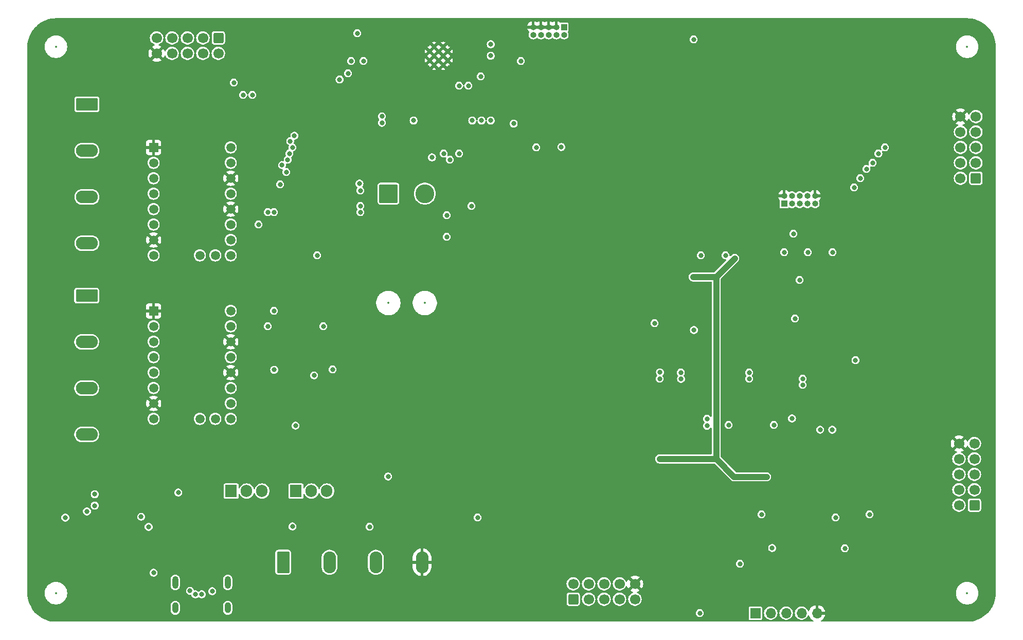
<source format=gbr>
%TF.GenerationSoftware,KiCad,Pcbnew,8.0.2*%
%TF.CreationDate,2024-05-15T16:38:57+02:00*%
%TF.ProjectId,Automatischer-Kabelschneider,4175746f-6d61-4746-9973-636865722d4b,1.0*%
%TF.SameCoordinates,Original*%
%TF.FileFunction,Copper,L2,Inr*%
%TF.FilePolarity,Positive*%
%FSLAX46Y46*%
G04 Gerber Fmt 4.6, Leading zero omitted, Abs format (unit mm)*
G04 Created by KiCad (PCBNEW 8.0.2) date 2024-05-15 16:38:57*
%MOMM*%
%LPD*%
G01*
G04 APERTURE LIST*
G04 Aperture macros list*
%AMRoundRect*
0 Rectangle with rounded corners*
0 $1 Rounding radius*
0 $2 $3 $4 $5 $6 $7 $8 $9 X,Y pos of 4 corners*
0 Add a 4 corners polygon primitive as box body*
4,1,4,$2,$3,$4,$5,$6,$7,$8,$9,$2,$3,0*
0 Add four circle primitives for the rounded corners*
1,1,$1+$1,$2,$3*
1,1,$1+$1,$4,$5*
1,1,$1+$1,$6,$7*
1,1,$1+$1,$8,$9*
0 Add four rect primitives between the rounded corners*
20,1,$1+$1,$2,$3,$4,$5,0*
20,1,$1+$1,$4,$5,$6,$7,0*
20,1,$1+$1,$6,$7,$8,$9,0*
20,1,$1+$1,$8,$9,$2,$3,0*%
G04 Aperture macros list end*
%TA.AperFunction,ComponentPad*%
%ADD10R,1.905000X2.000000*%
%TD*%
%TA.AperFunction,ComponentPad*%
%ADD11O,1.905000X2.000000*%
%TD*%
%TA.AperFunction,ComponentPad*%
%ADD12RoundRect,0.249999X-1.300001X-1.300001X1.300001X-1.300001X1.300001X1.300001X-1.300001X1.300001X0*%
%TD*%
%TA.AperFunction,ComponentPad*%
%ADD13C,3.100000*%
%TD*%
%TA.AperFunction,ComponentPad*%
%ADD14R,1.508000X1.508000*%
%TD*%
%TA.AperFunction,ComponentPad*%
%ADD15C,1.508000*%
%TD*%
%TA.AperFunction,ComponentPad*%
%ADD16RoundRect,0.250000X0.600000X-0.600000X0.600000X0.600000X-0.600000X0.600000X-0.600000X-0.600000X0*%
%TD*%
%TA.AperFunction,ComponentPad*%
%ADD17C,1.700000*%
%TD*%
%TA.AperFunction,ComponentPad*%
%ADD18O,1.000000X2.100000*%
%TD*%
%TA.AperFunction,ComponentPad*%
%ADD19O,1.000000X1.800000*%
%TD*%
%TA.AperFunction,ComponentPad*%
%ADD20C,0.600000*%
%TD*%
%TA.AperFunction,ComponentPad*%
%ADD21RoundRect,0.250000X-0.600000X0.600000X-0.600000X-0.600000X0.600000X-0.600000X0.600000X0.600000X0*%
%TD*%
%TA.AperFunction,ComponentPad*%
%ADD22R,1.000000X1.000000*%
%TD*%
%TA.AperFunction,ComponentPad*%
%ADD23O,1.000000X1.000000*%
%TD*%
%TA.AperFunction,ComponentPad*%
%ADD24RoundRect,0.250001X-1.549999X0.799999X-1.549999X-0.799999X1.549999X-0.799999X1.549999X0.799999X0*%
%TD*%
%TA.AperFunction,ComponentPad*%
%ADD25O,3.600000X2.100000*%
%TD*%
%TA.AperFunction,ComponentPad*%
%ADD26R,1.700000X1.700000*%
%TD*%
%TA.AperFunction,ComponentPad*%
%ADD27O,1.700000X1.700000*%
%TD*%
%TA.AperFunction,ComponentPad*%
%ADD28RoundRect,0.250000X0.600000X0.600000X-0.600000X0.600000X-0.600000X-0.600000X0.600000X-0.600000X0*%
%TD*%
%TA.AperFunction,ComponentPad*%
%ADD29RoundRect,0.250001X-0.799999X-1.549999X0.799999X-1.549999X0.799999X1.549999X-0.799999X1.549999X0*%
%TD*%
%TA.AperFunction,ComponentPad*%
%ADD30O,2.100000X3.600000*%
%TD*%
%TA.AperFunction,ViaPad*%
%ADD31C,0.800000*%
%TD*%
%TA.AperFunction,Conductor*%
%ADD32C,1.000000*%
%TD*%
%ADD33C,0.350000*%
%ADD34O,0.600000X1.700000*%
%ADD35O,0.600000X1.400000*%
%ADD36C,0.200000*%
G04 APERTURE END LIST*
D10*
%TO.N,/Powersupply_AKS/GATE*%
%TO.C,Q2*%
X113620909Y-128966453D03*
D11*
%TO.N,+20V*%
X116160909Y-128966453D03*
%TO.N,Net-(Q1-S)*%
X118700909Y-128966453D03*
%TD*%
D12*
%TO.N,/Main Microcontroller/Touch1*%
%TO.C,J4*%
X128829534Y-79989534D03*
D13*
%TO.N,/Main Microcontroller/Touch2*%
X134829534Y-79989534D03*
%TD*%
D14*
%TO.N,GND*%
%TO.C,U8*%
X90173534Y-99293534D03*
D15*
%TO.N,+3.3V*%
X90173534Y-101833534D03*
%TO.N,Net-(J6-Pin_2)*%
X90173534Y-104373534D03*
%TO.N,Net-(J6-Pin_4)*%
X90173534Y-106913534D03*
%TO.N,Net-(J6-Pin_3)*%
X90173534Y-109453534D03*
%TO.N,Net-(J6-Pin_1)*%
X90173534Y-111993534D03*
%TO.N,GND*%
X90173534Y-114533534D03*
%TO.N,+20V*%
X90173534Y-117073534D03*
%TO.N,MD2_DIR*%
X102873534Y-99293534D03*
%TO.N,MD2_STEP*%
X102873534Y-101833534D03*
%TO.N,GND*%
X102873534Y-104373534D03*
%TO.N,unconnected-(U8-UART-Pad12)*%
X102873534Y-106913534D03*
%TO.N,GND*%
X102873534Y-109453534D03*
%TO.N,+3.3V*%
X102873534Y-111993534D03*
X102873534Y-114533534D03*
%TO.N,MD2_!EN*%
X102873534Y-117073534D03*
%TO.N,unconnected-(U8-INDEX-Pad17)*%
X97793534Y-117073534D03*
%TO.N,unconnected-(U8-DIAG-Pad18)*%
X100333534Y-117073534D03*
%TD*%
D16*
%TO.N,/Slave Microcontroller/PB0*%
%TO.C,J9*%
X159261534Y-146782034D03*
D17*
%TO.N,/Slave Microcontroller/PB1*%
X159261534Y-144242034D03*
%TO.N,/Slave Microcontroller/PB2*%
X161801534Y-146782034D03*
%TO.N,/Slave Microcontroller/PB3*%
X161801534Y-144242034D03*
%TO.N,/Slave Microcontroller/PB4*%
X164341534Y-146782034D03*
%TO.N,/Slave Microcontroller/PB5*%
X164341534Y-144242034D03*
%TO.N,/Slave Microcontroller/PB6*%
X166881534Y-146782034D03*
%TO.N,/Slave Microcontroller/PB7*%
X166881534Y-144242034D03*
%TO.N,+5V*%
X169421534Y-146782034D03*
%TO.N,GND*%
X169421534Y-144242034D03*
%TD*%
D10*
%TO.N,/Powersupply_AKS/GATE*%
%TO.C,Q1*%
X102952909Y-128966453D03*
D11*
%TO.N,VBUS*%
X105492909Y-128966453D03*
%TO.N,Net-(Q1-S)*%
X108032909Y-128966453D03*
%TD*%
D18*
%TO.N,unconnected-(J1-SHIELD-PadS1)_1*%
%TO.C,J1*%
X93752909Y-144019453D03*
D19*
%TO.N,unconnected-(J1-SHIELD-PadS1)*%
X93752909Y-148199453D03*
D18*
%TO.N,unconnected-(J1-SHIELD-PadS1)_2*%
X102392909Y-144019453D03*
D19*
%TO.N,unconnected-(J1-SHIELD-PadS1)_0*%
X102392909Y-148199453D03*
%TD*%
D20*
%TO.N,GND*%
%TO.C,U7*%
X135608000Y-56546000D03*
X135608000Y-58046000D03*
X136358000Y-55796000D03*
X136358000Y-57296000D03*
X136358000Y-58796000D03*
X137108000Y-56546000D03*
X137108000Y-58046000D03*
X137858000Y-55796000D03*
X137858000Y-57296000D03*
X137858000Y-58796000D03*
X138608000Y-56546000D03*
X138608000Y-58046000D03*
%TD*%
D21*
%TO.N,/Main Microcontroller/IO11*%
%TO.C,J5*%
X100841534Y-54345034D03*
D17*
%TO.N,/Main Microcontroller/IO12*%
X100841534Y-56885034D03*
%TO.N,/Main Microcontroller/IO13*%
X98301534Y-54345034D03*
%TO.N,/Main Microcontroller/IO14*%
X98301534Y-56885034D03*
%TO.N,/Main Microcontroller/IO15*%
X95761534Y-54345034D03*
%TO.N,/Main Microcontroller/IO16*%
X95761534Y-56885034D03*
%TO.N,/Main Microcontroller/IO17*%
X93221534Y-54345034D03*
%TO.N,/Main Microcontroller/IO18*%
X93221534Y-56885034D03*
%TO.N,+3.3V*%
X90681534Y-54345034D03*
%TO.N,GND*%
X90681534Y-56885034D03*
%TD*%
D22*
%TO.N,+3.3V*%
%TO.C,J7*%
X157737534Y-52557534D03*
D23*
%TO.N,MTMS*%
X157737534Y-53827534D03*
%TO.N,GND*%
X156467534Y-52557534D03*
%TO.N,MTCK*%
X156467534Y-53827534D03*
%TO.N,GND*%
X155197534Y-52557534D03*
%TO.N,MTDO*%
X155197534Y-53827534D03*
%TO.N,GND*%
X153927534Y-52557534D03*
%TO.N,MTDI*%
X153927534Y-53827534D03*
%TO.N,GND*%
X152657534Y-52557534D03*
%TO.N,unconnected-(J7-Pin_10-Pad10)*%
X152657534Y-53827534D03*
%TD*%
D22*
%TO.N,ATMEGA_TCK*%
%TO.C,J11*%
X193975034Y-81630534D03*
D23*
%TO.N,GND*%
X193975034Y-80360534D03*
%TO.N,ATMEGA_TDO*%
X195245034Y-81630534D03*
%TO.N,+5V*%
X195245034Y-80360534D03*
%TO.N,ATMEGA_TMS*%
X196515034Y-81630534D03*
%TO.N,ATMEGA_RST*%
X196515034Y-80360534D03*
%TO.N,ATMEGA_!WR*%
X197785034Y-81630534D03*
%TO.N,ATMEGA_!RD*%
X197785034Y-80360534D03*
%TO.N,ATMEGA_TDI*%
X199055034Y-81630534D03*
%TO.N,GND*%
X199055034Y-80360534D03*
%TD*%
D24*
%TO.N,Net-(J3-Pin_1)*%
%TO.C,J3*%
X79206000Y-65292000D03*
D25*
%TO.N,Net-(J3-Pin_2)*%
X79206000Y-72912000D03*
%TO.N,Net-(J3-Pin_3)*%
X79206000Y-80532000D03*
%TO.N,Net-(J3-Pin_4)*%
X79206000Y-88152000D03*
%TD*%
D26*
%TO.N,Net-(J12-Pin_1)*%
%TO.C,J12*%
X189233534Y-149077534D03*
D27*
%TO.N,DISP_SDA*%
X191773534Y-149077534D03*
%TO.N,DISP_SCL*%
X194313534Y-149077534D03*
%TO.N,+3.3V*%
X196853534Y-149077534D03*
%TO.N,GND*%
X199393534Y-149077534D03*
%TD*%
D14*
%TO.N,GND*%
%TO.C,U6*%
X90173534Y-72369534D03*
D15*
%TO.N,+3.3V*%
X90173534Y-74909534D03*
%TO.N,Net-(J3-Pin_2)*%
X90173534Y-77449534D03*
%TO.N,Net-(J3-Pin_4)*%
X90173534Y-79989534D03*
%TO.N,Net-(J3-Pin_3)*%
X90173534Y-82529534D03*
%TO.N,Net-(J3-Pin_1)*%
X90173534Y-85069534D03*
%TO.N,GND*%
X90173534Y-87609534D03*
%TO.N,+20V*%
X90173534Y-90149534D03*
%TO.N,MD1_DIR*%
X102873534Y-72369534D03*
%TO.N,MD1_STEP*%
X102873534Y-74909534D03*
%TO.N,GND*%
X102873534Y-77449534D03*
%TO.N,unconnected-(U6-UART-Pad12)*%
X102873534Y-79989534D03*
%TO.N,GND*%
X102873534Y-82529534D03*
%TO.N,+3.3V*%
X102873534Y-85069534D03*
X102873534Y-87609534D03*
%TO.N,MD1_!EN*%
X102873534Y-90149534D03*
%TO.N,unconnected-(U6-INDEX-Pad17)*%
X97793534Y-90149534D03*
%TO.N,unconnected-(U6-DIAG-Pad18)*%
X100333534Y-90149534D03*
%TD*%
D24*
%TO.N,Net-(J6-Pin_1)*%
%TO.C,J6*%
X79173500Y-96788000D03*
D25*
%TO.N,Net-(J6-Pin_2)*%
X79173500Y-104408000D03*
%TO.N,Net-(J6-Pin_3)*%
X79173500Y-112028000D03*
%TO.N,Net-(J6-Pin_4)*%
X79173500Y-119648000D03*
%TD*%
D28*
%TO.N,ATMEGA_SCL*%
%TO.C,J10*%
X225301534Y-131297534D03*
D17*
%TO.N,ATMEGA_SDA*%
X222761534Y-131297534D03*
%TO.N,/Slave Microcontroller/ATMEGA_Rx*%
X225301534Y-128757534D03*
%TO.N,/Slave Microcontroller/ATMEGA_Tx*%
X222761534Y-128757534D03*
%TO.N,AT_DISP_RST*%
X225301534Y-126217534D03*
%TO.N,PD5*%
X222761534Y-126217534D03*
%TO.N,/Slave Microcontroller/PD6*%
X225301534Y-123677534D03*
%TO.N,/Slave Microcontroller/PD7*%
X222761534Y-123677534D03*
%TO.N,+5V*%
X225301534Y-121137534D03*
%TO.N,GND*%
X222761534Y-121137534D03*
%TD*%
D29*
%TO.N,+20V*%
%TO.C,J2*%
X111509534Y-140695534D03*
D30*
%TO.N,+5V*%
X119129534Y-140695534D03*
%TO.N,+3.3V*%
X126749534Y-140695534D03*
%TO.N,GND*%
X134369534Y-140695534D03*
%TD*%
D28*
%TO.N,/Slave Microcontroller/PA0*%
%TO.C,J8*%
X225546034Y-77449534D03*
D17*
%TO.N,/Slave Microcontroller/PA1*%
X223006034Y-77449534D03*
%TO.N,/Slave Microcontroller/PA2*%
X225546034Y-74909534D03*
%TO.N,/Slave Microcontroller/PA3*%
X223006034Y-74909534D03*
%TO.N,/Slave Microcontroller/PA4*%
X225546034Y-72369534D03*
%TO.N,/Slave Microcontroller/PA5*%
X223006034Y-72369534D03*
%TO.N,/Slave Microcontroller/PA6*%
X225546034Y-69829534D03*
%TO.N,/Slave Microcontroller/PA7*%
X223006034Y-69829534D03*
%TO.N,+5V*%
X225546034Y-67289534D03*
%TO.N,GND*%
X223006034Y-67289534D03*
%TD*%
D31*
%TO.N,GND*%
X102108000Y-119380000D03*
X150876000Y-99060000D03*
X92456000Y-134112000D03*
X79756000Y-139192000D03*
X199644000Y-128524000D03*
X119380000Y-91948000D03*
X96012000Y-148844000D03*
X145545534Y-52049534D03*
X194991034Y-91165534D03*
X178816000Y-146304000D03*
X187960000Y-105664000D03*
X141224000Y-125984000D03*
X123843000Y-51615534D03*
X123444000Y-73152000D03*
X217932000Y-113792000D03*
X75599909Y-130354453D03*
X178308000Y-86868000D03*
X83820000Y-61468000D03*
X113284000Y-62992000D03*
X71628000Y-133096000D03*
X184912000Y-59436000D03*
X151384000Y-141224000D03*
X97536000Y-94488000D03*
X113284000Y-55880000D03*
X132080000Y-58928000D03*
X191008000Y-107188000D03*
X83031909Y-125236000D03*
X184323034Y-95229534D03*
X84328000Y-145288000D03*
X89408000Y-122428000D03*
X207013534Y-55758534D03*
X71120000Y-141224000D03*
X179832000Y-132080000D03*
X143764000Y-136652000D03*
X109220000Y-146812000D03*
X215392000Y-135128000D03*
X159004000Y-107696000D03*
X127765534Y-122341534D03*
X172720000Y-131064000D03*
X93980000Y-66548000D03*
X85344000Y-140208000D03*
X219964000Y-140208000D03*
X136652000Y-53340000D03*
X215392000Y-118364000D03*
X221488000Y-89408000D03*
X165357534Y-55605534D03*
X105156000Y-145796000D03*
X100584000Y-148844000D03*
X79756000Y-55372000D03*
X187371034Y-120121540D03*
X99060000Y-148844000D03*
X198120000Y-74676000D03*
X85063909Y-125236000D03*
X209804000Y-67056000D03*
X129540000Y-104648000D03*
X119637534Y-114843034D03*
X124968000Y-148336000D03*
X83582909Y-133284451D03*
X115573534Y-105699034D03*
X226568000Y-139700000D03*
X165608000Y-111760000D03*
X132588000Y-128016000D03*
X217932000Y-60960000D03*
X101120909Y-137751953D03*
X168656000Y-135128000D03*
X176195034Y-91673534D03*
X108204000Y-118872000D03*
X205095150Y-106283650D03*
X141732000Y-145288000D03*
X172639034Y-106405534D03*
X212344000Y-120904000D03*
X132588000Y-102108000D03*
X120904000Y-123952000D03*
X153416000Y-106172000D03*
X176025534Y-55605534D03*
X74168000Y-120396000D03*
X168913534Y-55605534D03*
X227076000Y-86868000D03*
X98547910Y-137751953D03*
X73152000Y-114300000D03*
X94488000Y-124460000D03*
X133096000Y-54864000D03*
X206248000Y-72136000D03*
X170688000Y-126492000D03*
X204216000Y-128016000D03*
X216916000Y-86868000D03*
X73567909Y-136860453D03*
X167640000Y-83312000D03*
X131064000Y-142240000D03*
X202184000Y-143256000D03*
X117469960Y-105834608D03*
X172469534Y-55605534D03*
X217424000Y-147828000D03*
X154432000Y-137160000D03*
X130813534Y-74401534D03*
X88392000Y-140208000D03*
X93980000Y-84328000D03*
X186436000Y-81280000D03*
X201168000Y-103124000D03*
X162560000Y-73660000D03*
X78740000Y-115824000D03*
X73152000Y-66040000D03*
X203457534Y-55758534D03*
X172720000Y-138684000D03*
X156464000Y-129540000D03*
X97536000Y-76708000D03*
X131829534Y-131485534D03*
X185420000Y-101092000D03*
X169164000Y-128524000D03*
X129797534Y-122341534D03*
X115316000Y-148336000D03*
X164084000Y-57404000D03*
X170688000Y-113792000D03*
X136144000Y-67056000D03*
X127000000Y-69596000D03*
X168656000Y-106172000D03*
X159004000Y-122428000D03*
X209296000Y-58420000D03*
X210569534Y-55758534D03*
X98552000Y-132588000D03*
X176073150Y-103743650D03*
X139192000Y-67564000D03*
X142240000Y-119380000D03*
X111760000Y-119888000D03*
X201168000Y-124968000D03*
X199644000Y-113284000D03*
X178816000Y-107696000D03*
X214125534Y-55758534D03*
X96548909Y-137751953D03*
X123444000Y-96520000D03*
X75184000Y-76708000D03*
X199644000Y-59944000D03*
X100205590Y-138360634D03*
X170180000Y-57404000D03*
X217424000Y-121412000D03*
X119888000Y-99060000D03*
X179312763Y-131297534D03*
X98044000Y-128524000D03*
X104648000Y-94488000D03*
X119888000Y-133096000D03*
X119380000Y-148336000D03*
X209296000Y-142748000D03*
X78232000Y-94488000D03*
X97536000Y-148844000D03*
X79756000Y-146812000D03*
X89916000Y-136652000D03*
X189992000Y-81280000D03*
X122936000Y-87884000D03*
X192024000Y-100584000D03*
X179323999Y-122427535D03*
X141732000Y-91948000D03*
X185928000Y-74676000D03*
X217424000Y-79756000D03*
X80999909Y-125170000D03*
X198628000Y-122936000D03*
X127508000Y-115824000D03*
X108204000Y-136144000D03*
X192532000Y-53848000D03*
X72644000Y-101600000D03*
X91413909Y-131878453D03*
X212344000Y-94488000D03*
X200152000Y-66548000D03*
X125476000Y-121412000D03*
X135128000Y-110744000D03*
%TO.N,+3.3V*%
X122685534Y-58145494D03*
X113541534Y-118211034D03*
X190249534Y-132821556D03*
X202441534Y-133329542D03*
X180089534Y-149077534D03*
X110041057Y-109001057D03*
X119637534Y-108945534D03*
X107445534Y-85069534D03*
X123701534Y-53573534D03*
X116596748Y-109924317D03*
%TO.N,+20V*%
X94250909Y-129220453D03*
%TO.N,GNDREF*%
X143513534Y-133329534D03*
X179009034Y-93705534D03*
X185847034Y-90657534D03*
X188556534Y-126629534D03*
X191096534Y-126629534D03*
X173485534Y-123677534D03*
%TO.N,VDDD*%
X90186909Y-142428453D03*
X80491909Y-131370453D03*
X75650409Y-133341453D03*
X80491909Y-129500453D03*
%TO.N,/Powersupply_AKS/CC1*%
X88136899Y-133203453D03*
X96173200Y-145403600D03*
%TO.N,/Powersupply_AKS/CC2*%
X89366409Y-134865453D03*
X99838909Y-145476453D03*
%TO.N,/Main Microcontroller/D-*%
X127765534Y-67272534D03*
X97047909Y-145984453D03*
%TO.N,/Main Microcontroller/D+*%
X98097909Y-145984453D03*
X127765534Y-68322534D03*
%TO.N,ATMEGA_!WR*%
X197023034Y-111485534D03*
X193975034Y-89641534D03*
%TO.N,ATMEGA_TDO*%
X195499034Y-86593534D03*
%TO.N,ATMEGA_RST*%
X184323034Y-90149534D03*
X181275034Y-117073534D03*
%TO.N,ATMEGA_!RD*%
X197023034Y-110469534D03*
X197869534Y-89641534D03*
%TO.N,MTMS*%
X150625534Y-58145560D03*
%TO.N,/Powersupply_AKS/VBUS_FET_EN*%
X113046909Y-134808453D03*
X79206409Y-132325453D03*
%TO.N,ATMEGA_SCL*%
X192281534Y-118089534D03*
X208029534Y-132821534D03*
%TO.N,AT_DISP_RST*%
X195264883Y-117008826D03*
X186693534Y-140949534D03*
%TO.N,/Main Microcontroller/BOOT*%
X149459056Y-68456012D03*
X120787534Y-61193534D03*
%TO.N,+5V*%
X125733534Y-134853534D03*
X203965534Y-138409534D03*
X196515034Y-94213534D03*
X128788748Y-126566817D03*
X138433534Y-87101534D03*
X172639034Y-101325534D03*
X179130901Y-102453667D03*
X192006235Y-138352555D03*
X184831034Y-118089534D03*
X181275034Y-118223537D03*
X205725023Y-107421545D03*
X153165534Y-72369534D03*
X138433534Y-83545534D03*
X180259034Y-90149534D03*
%TO.N,/Slave Microcontroller/PA1*%
X206505534Y-77449534D03*
%TO.N,/Slave Microcontroller/PA3*%
X208537534Y-74909534D03*
%TO.N,/Slave Microcontroller/PA0*%
X205489534Y-78973534D03*
%TO.N,/Slave Microcontroller/PA5*%
X210569534Y-72369534D03*
%TO.N,/Slave Microcontroller/PA2*%
X207521534Y-75925534D03*
%TO.N,/Slave Microcontroller/PA4*%
X209495120Y-73385534D03*
%TO.N,/Slave Microcontroller/ATMEGA_Rx*%
X177002410Y-110503044D03*
X188217534Y-110469534D03*
X199901534Y-118866534D03*
X173485534Y-110469534D03*
X142497534Y-82021534D03*
%TO.N,/Slave Microcontroller/ATMEGA_Tx*%
X201897800Y-118866534D03*
X176970237Y-109453518D03*
X157301500Y-72297580D03*
X188217534Y-109453534D03*
X173526956Y-109412112D03*
%TO.N,MD1_!EN*%
X117097534Y-90149534D03*
X140465534Y-62209534D03*
%TO.N,MD2_!EN*%
X118113534Y-101833534D03*
X141989534Y-62209534D03*
%TO.N,PD5*%
X195757534Y-100564336D03*
X201933534Y-89641534D03*
%TO.N,MD1_DIR*%
X124717534Y-58145534D03*
X122177534Y-60177534D03*
%TO.N,MD2_STEP*%
X108969534Y-101833534D03*
X108969534Y-83037534D03*
%TO.N,MD2_DIR*%
X109985536Y-99293534D03*
X109985534Y-83037534D03*
%TO.N,WS2812*%
X144021534Y-60685534D03*
X179073534Y-54589534D03*
%TO.N,/Main Microcontroller/IO11*%
X136016309Y-74016309D03*
X124078294Y-78334324D03*
X112251998Y-74401534D03*
%TO.N,/Main Microcontroller/IO14*%
X140465534Y-73385534D03*
X111001530Y-78465534D03*
X124209534Y-83037534D03*
%TO.N,/Main Microcontroller/IO17*%
X113033524Y-72369534D03*
%TO.N,/Main Microcontroller/IO16*%
X104905534Y-63733534D03*
X112675968Y-71345989D03*
%TO.N,/Main Microcontroller/IO15*%
X106429534Y-63733534D03*
X113356601Y-70441989D03*
%TO.N,/Main Microcontroller/IO12*%
X124209534Y-79481534D03*
X111336819Y-75288882D03*
X137925534Y-73385534D03*
%TO.N,/Main Microcontroller/IO13*%
X112017534Y-76433534D03*
X138941534Y-74401534D03*
X124209536Y-82021534D03*
%TO.N,/Main Microcontroller/IO18*%
X103381534Y-61701534D03*
X112525534Y-73385534D03*
%TO.N,Net-(U7-TXD0{slash}IO43)*%
X145687000Y-55390000D03*
%TO.N,Net-(U7-RXD0{slash}IO44)*%
X145687000Y-57280000D03*
%TO.N,Net-(U7-IO45)*%
X145687000Y-67948000D03*
%TO.N,Net-(U7-IO46)*%
X132987000Y-67948000D03*
%TO.N,Net-(U7-IO47)*%
X142639000Y-67948000D03*
%TO.N,Net-(U7-IO48)*%
X144163000Y-67948000D03*
%TD*%
D32*
%TO.N,GNDREF*%
X182799034Y-93705534D02*
X182799034Y-123677534D01*
X185751034Y-126629534D02*
X188556534Y-126629534D01*
X182799034Y-93705534D02*
X185847034Y-90657534D01*
X182799034Y-123677534D02*
X185751034Y-126629534D01*
X173485534Y-123677534D02*
X182799034Y-123677534D01*
X188556534Y-126629534D02*
X191096534Y-126629534D01*
X182799034Y-93705534D02*
X179009034Y-93705534D01*
%TD*%
%TA.AperFunction,Conductor*%
%TO.N,GND*%
G36*
X224110702Y-51096617D02*
G01*
X224512202Y-51114147D01*
X224522937Y-51115087D01*
X224918693Y-51167189D01*
X224929331Y-51169064D01*
X225319043Y-51255462D01*
X225329483Y-51258260D01*
X225710168Y-51378289D01*
X225720315Y-51381982D01*
X226089102Y-51534739D01*
X226098893Y-51539305D01*
X226449918Y-51722037D01*
X226452942Y-51723611D01*
X226462309Y-51729018D01*
X226694488Y-51876933D01*
X226798959Y-51943488D01*
X226807820Y-51949693D01*
X227124487Y-52192680D01*
X227132774Y-52199634D01*
X227427056Y-52469294D01*
X227434705Y-52476943D01*
X227704365Y-52771225D01*
X227711319Y-52779512D01*
X227954306Y-53096179D01*
X227960511Y-53105040D01*
X228174980Y-53441689D01*
X228180388Y-53451057D01*
X228364691Y-53805099D01*
X228369263Y-53814903D01*
X228522013Y-54183674D01*
X228525713Y-54193840D01*
X228645738Y-54574512D01*
X228648538Y-54584960D01*
X228734933Y-54974660D01*
X228736811Y-54985314D01*
X228788910Y-55381042D01*
X228789853Y-55391818D01*
X228807382Y-55793297D01*
X228807500Y-55798706D01*
X228807500Y-145793293D01*
X228807382Y-145798702D01*
X228789853Y-146200181D01*
X228788910Y-146210957D01*
X228736811Y-146606685D01*
X228734933Y-146617339D01*
X228648538Y-147007039D01*
X228645738Y-147017487D01*
X228525713Y-147398159D01*
X228522013Y-147408325D01*
X228369263Y-147777096D01*
X228364691Y-147786900D01*
X228180388Y-148140942D01*
X228174980Y-148150310D01*
X227960511Y-148486959D01*
X227954306Y-148495820D01*
X227711319Y-148812487D01*
X227704365Y-148820774D01*
X227434705Y-149115056D01*
X227427056Y-149122705D01*
X227132774Y-149392365D01*
X227124487Y-149399319D01*
X226807820Y-149642306D01*
X226798959Y-149648511D01*
X226462310Y-149862980D01*
X226452942Y-149868388D01*
X226098900Y-150052691D01*
X226089096Y-150057263D01*
X225720325Y-150210013D01*
X225710159Y-150213713D01*
X225329487Y-150333738D01*
X225319039Y-150336538D01*
X224929339Y-150422933D01*
X224918685Y-150424811D01*
X224522957Y-150476910D01*
X224512181Y-150477853D01*
X224110703Y-150495382D01*
X224105294Y-150495500D01*
X200106396Y-150495500D01*
X200039357Y-150475815D01*
X199993602Y-150423011D01*
X199983658Y-150353853D01*
X200012683Y-150290297D01*
X200053991Y-150259118D01*
X200071112Y-150251134D01*
X200264616Y-150115639D01*
X200431639Y-149948616D01*
X200567134Y-149755112D01*
X200666963Y-149541026D01*
X200666966Y-149541020D01*
X200724170Y-149327534D01*
X199826546Y-149327534D01*
X199859459Y-149270527D01*
X199893534Y-149143360D01*
X199893534Y-149011708D01*
X199859459Y-148884541D01*
X199826546Y-148827534D01*
X200724170Y-148827534D01*
X200724169Y-148827533D01*
X200666966Y-148614047D01*
X200666963Y-148614041D01*
X200567134Y-148399956D01*
X200567133Y-148399954D01*
X200431647Y-148206460D01*
X200431642Y-148206454D01*
X200264616Y-148039428D01*
X200071112Y-147903933D01*
X199857026Y-147804104D01*
X199857020Y-147804101D01*
X199643534Y-147746898D01*
X199643534Y-148644522D01*
X199586527Y-148611609D01*
X199459360Y-148577534D01*
X199327708Y-148577534D01*
X199200541Y-148611609D01*
X199143534Y-148644522D01*
X199143534Y-147746898D01*
X199143533Y-147746898D01*
X198930047Y-147804101D01*
X198930041Y-147804104D01*
X198715956Y-147903933D01*
X198715954Y-147903934D01*
X198522460Y-148039420D01*
X198522454Y-148039425D01*
X198355425Y-148206454D01*
X198355420Y-148206460D01*
X198219934Y-148399954D01*
X198219933Y-148399956D01*
X198120104Y-148614041D01*
X198120102Y-148614045D01*
X198111126Y-148647545D01*
X198074760Y-148707205D01*
X198011913Y-148737733D01*
X197942537Y-148729438D01*
X197888660Y-148684952D01*
X197880351Y-148670722D01*
X197793260Y-148495820D01*
X197793207Y-148495713D01*
X197670298Y-148332955D01*
X197670296Y-148332952D01*
X197519575Y-148195553D01*
X197519573Y-148195551D01*
X197346176Y-148088189D01*
X197346169Y-148088185D01*
X197220303Y-148039425D01*
X197155990Y-148014510D01*
X196955510Y-147977034D01*
X196751558Y-147977034D01*
X196551078Y-148014510D01*
X196551075Y-148014510D01*
X196551075Y-148014511D01*
X196360898Y-148088185D01*
X196360891Y-148088189D01*
X196187494Y-148195551D01*
X196187492Y-148195553D01*
X196036771Y-148332952D01*
X195913861Y-148495712D01*
X195822956Y-148678273D01*
X195822951Y-148678286D01*
X195767136Y-148874451D01*
X195748319Y-149077533D01*
X195748319Y-149077534D01*
X195767136Y-149280616D01*
X195822951Y-149476781D01*
X195822956Y-149476794D01*
X195913861Y-149659355D01*
X196036771Y-149822115D01*
X196187492Y-149959514D01*
X196187494Y-149959516D01*
X196286675Y-150020926D01*
X196360897Y-150066882D01*
X196551078Y-150140558D01*
X196751558Y-150178034D01*
X196751560Y-150178034D01*
X196955508Y-150178034D01*
X196955510Y-150178034D01*
X197155990Y-150140558D01*
X197346171Y-150066882D01*
X197519575Y-149959515D01*
X197670298Y-149822113D01*
X197793207Y-149659355D01*
X197880351Y-149484346D01*
X197927853Y-149433109D01*
X197995516Y-149415687D01*
X198061857Y-149437612D01*
X198105812Y-149491923D01*
X198111126Y-149507523D01*
X198120101Y-149541019D01*
X198120104Y-149541026D01*
X198219933Y-149755112D01*
X198355428Y-149948616D01*
X198522451Y-150115639D01*
X198715955Y-150251134D01*
X198733077Y-150259118D01*
X198785516Y-150305291D01*
X198804668Y-150372485D01*
X198784452Y-150439366D01*
X198731286Y-150484700D01*
X198680672Y-150495500D01*
X74110706Y-150495500D01*
X74105297Y-150495382D01*
X73703818Y-150477853D01*
X73693042Y-150476910D01*
X73297314Y-150424811D01*
X73286660Y-150422933D01*
X72896960Y-150336538D01*
X72886512Y-150333738D01*
X72505840Y-150213713D01*
X72495674Y-150210013D01*
X72126903Y-150057263D01*
X72117099Y-150052691D01*
X71763057Y-149868388D01*
X71753689Y-149862980D01*
X71417040Y-149648511D01*
X71408179Y-149642306D01*
X71091512Y-149399319D01*
X71083225Y-149392365D01*
X70788943Y-149122705D01*
X70781294Y-149115056D01*
X70511634Y-148820774D01*
X70504680Y-148812487D01*
X70397934Y-148673373D01*
X93002408Y-148673373D01*
X93031249Y-148818360D01*
X93031252Y-148818370D01*
X93087821Y-148954941D01*
X93087828Y-148954954D01*
X93169957Y-149077868D01*
X93169960Y-149077872D01*
X93274489Y-149182401D01*
X93274493Y-149182404D01*
X93397407Y-149264533D01*
X93397420Y-149264540D01*
X93533991Y-149321109D01*
X93533996Y-149321111D01*
X93534000Y-149321111D01*
X93534001Y-149321112D01*
X93678988Y-149349953D01*
X93678991Y-149349953D01*
X93826829Y-149349953D01*
X93939532Y-149327534D01*
X93971822Y-149321111D01*
X94108404Y-149264537D01*
X94231325Y-149182404D01*
X94335860Y-149077869D01*
X94417993Y-148954948D01*
X94474567Y-148818366D01*
X94496679Y-148707205D01*
X94503409Y-148673373D01*
X101642408Y-148673373D01*
X101671249Y-148818360D01*
X101671252Y-148818370D01*
X101727821Y-148954941D01*
X101727828Y-148954954D01*
X101809957Y-149077868D01*
X101809960Y-149077872D01*
X101914489Y-149182401D01*
X101914493Y-149182404D01*
X102037407Y-149264533D01*
X102037420Y-149264540D01*
X102173991Y-149321109D01*
X102173996Y-149321111D01*
X102174000Y-149321111D01*
X102174001Y-149321112D01*
X102318988Y-149349953D01*
X102318991Y-149349953D01*
X102466829Y-149349953D01*
X102579532Y-149327534D01*
X102611822Y-149321111D01*
X102748404Y-149264537D01*
X102871325Y-149182404D01*
X102975860Y-149077869D01*
X102976085Y-149077533D01*
X179434256Y-149077533D01*
X179434256Y-149077534D01*
X179453296Y-149234352D01*
X179509314Y-149382057D01*
X179599051Y-149512064D01*
X179717294Y-149616817D01*
X179717296Y-149616818D01*
X179857168Y-149690230D01*
X180010548Y-149728034D01*
X180010549Y-149728034D01*
X180168519Y-149728034D01*
X180321899Y-149690230D01*
X180461774Y-149616817D01*
X180580017Y-149512064D01*
X180669754Y-149382057D01*
X180725771Y-149234352D01*
X180744812Y-149077534D01*
X180729928Y-148954948D01*
X180725771Y-148920715D01*
X180686955Y-148818366D01*
X180669754Y-148773011D01*
X180580017Y-148643004D01*
X180461774Y-148538251D01*
X180461772Y-148538250D01*
X180461771Y-148538249D01*
X180321899Y-148464837D01*
X180168520Y-148427034D01*
X180168519Y-148427034D01*
X180010549Y-148427034D01*
X180010548Y-148427034D01*
X179857168Y-148464837D01*
X179717296Y-148538249D01*
X179599050Y-148643005D01*
X179509315Y-148773009D01*
X179509314Y-148773010D01*
X179453296Y-148920715D01*
X179434256Y-149077533D01*
X102976085Y-149077533D01*
X103057993Y-148954948D01*
X103114567Y-148818366D01*
X103136679Y-148707205D01*
X103143409Y-148673373D01*
X103143409Y-148202855D01*
X188133034Y-148202855D01*
X188133034Y-149952212D01*
X188147566Y-150025269D01*
X188147567Y-150025273D01*
X188147568Y-150025274D01*
X188202933Y-150108135D01*
X188285794Y-150163500D01*
X188285798Y-150163501D01*
X188358855Y-150178033D01*
X188358858Y-150178034D01*
X188358860Y-150178034D01*
X190108210Y-150178034D01*
X190108211Y-150178033D01*
X190181274Y-150163500D01*
X190264135Y-150108135D01*
X190319500Y-150025274D01*
X190334034Y-149952208D01*
X190334034Y-149077533D01*
X190668319Y-149077533D01*
X190668319Y-149077534D01*
X190687136Y-149280616D01*
X190742951Y-149476781D01*
X190742956Y-149476794D01*
X190833861Y-149659355D01*
X190956771Y-149822115D01*
X191107492Y-149959514D01*
X191107494Y-149959516D01*
X191206675Y-150020926D01*
X191280897Y-150066882D01*
X191471078Y-150140558D01*
X191671558Y-150178034D01*
X191671560Y-150178034D01*
X191875508Y-150178034D01*
X191875510Y-150178034D01*
X192075990Y-150140558D01*
X192266171Y-150066882D01*
X192439575Y-149959515D01*
X192590298Y-149822113D01*
X192713207Y-149659355D01*
X192804116Y-149476784D01*
X192859931Y-149280617D01*
X192878749Y-149077534D01*
X192878749Y-149077533D01*
X193208319Y-149077533D01*
X193208319Y-149077534D01*
X193227136Y-149280616D01*
X193282951Y-149476781D01*
X193282956Y-149476794D01*
X193373861Y-149659355D01*
X193496771Y-149822115D01*
X193647492Y-149959514D01*
X193647494Y-149959516D01*
X193746675Y-150020926D01*
X193820897Y-150066882D01*
X194011078Y-150140558D01*
X194211558Y-150178034D01*
X194211560Y-150178034D01*
X194415508Y-150178034D01*
X194415510Y-150178034D01*
X194615990Y-150140558D01*
X194806171Y-150066882D01*
X194979575Y-149959515D01*
X195130298Y-149822113D01*
X195253207Y-149659355D01*
X195344116Y-149476784D01*
X195399931Y-149280617D01*
X195418749Y-149077534D01*
X195412649Y-149011708D01*
X195399931Y-148874451D01*
X195386582Y-148827534D01*
X195344116Y-148678284D01*
X195343693Y-148677435D01*
X195253260Y-148495820D01*
X195253207Y-148495713D01*
X195130298Y-148332955D01*
X195130296Y-148332952D01*
X194979575Y-148195553D01*
X194979573Y-148195551D01*
X194806176Y-148088189D01*
X194806169Y-148088185D01*
X194680303Y-148039425D01*
X194615990Y-148014510D01*
X194415510Y-147977034D01*
X194211558Y-147977034D01*
X194011078Y-148014510D01*
X194011075Y-148014510D01*
X194011075Y-148014511D01*
X193820898Y-148088185D01*
X193820891Y-148088189D01*
X193647494Y-148195551D01*
X193647492Y-148195553D01*
X193496771Y-148332952D01*
X193373861Y-148495712D01*
X193282956Y-148678273D01*
X193282951Y-148678286D01*
X193227136Y-148874451D01*
X193208319Y-149077533D01*
X192878749Y-149077533D01*
X192872649Y-149011708D01*
X192859931Y-148874451D01*
X192846582Y-148827534D01*
X192804116Y-148678284D01*
X192803693Y-148677435D01*
X192713260Y-148495820D01*
X192713207Y-148495713D01*
X192590298Y-148332955D01*
X192590296Y-148332952D01*
X192439575Y-148195553D01*
X192439573Y-148195551D01*
X192266176Y-148088189D01*
X192266169Y-148088185D01*
X192140303Y-148039425D01*
X192075990Y-148014510D01*
X191875510Y-147977034D01*
X191671558Y-147977034D01*
X191471078Y-148014510D01*
X191471075Y-148014510D01*
X191471075Y-148014511D01*
X191280898Y-148088185D01*
X191280891Y-148088189D01*
X191107494Y-148195551D01*
X191107492Y-148195553D01*
X190956771Y-148332952D01*
X190833861Y-148495712D01*
X190742956Y-148678273D01*
X190742951Y-148678286D01*
X190687136Y-148874451D01*
X190668319Y-149077533D01*
X190334034Y-149077533D01*
X190334034Y-148202860D01*
X190334034Y-148202857D01*
X190334033Y-148202855D01*
X190319501Y-148129798D01*
X190319500Y-148129794D01*
X190316933Y-148125952D01*
X190264135Y-148046933D01*
X190181274Y-147991568D01*
X190181273Y-147991567D01*
X190181269Y-147991566D01*
X190108211Y-147977034D01*
X190108208Y-147977034D01*
X188358860Y-147977034D01*
X188358857Y-147977034D01*
X188285798Y-147991566D01*
X188285794Y-147991567D01*
X188202933Y-148046933D01*
X188147567Y-148129794D01*
X188147566Y-148129798D01*
X188133034Y-148202855D01*
X103143409Y-148202855D01*
X103143409Y-147725532D01*
X103114568Y-147580545D01*
X103114567Y-147580544D01*
X103114567Y-147580540D01*
X103076864Y-147489516D01*
X103057996Y-147443964D01*
X103057989Y-147443951D01*
X102975860Y-147321037D01*
X102975857Y-147321033D01*
X102871328Y-147216504D01*
X102871324Y-147216501D01*
X102748410Y-147134372D01*
X102748397Y-147134365D01*
X102611826Y-147077796D01*
X102611816Y-147077793D01*
X102466829Y-147048953D01*
X102466827Y-147048953D01*
X102318991Y-147048953D01*
X102318989Y-147048953D01*
X102174001Y-147077793D01*
X102173991Y-147077796D01*
X102037420Y-147134365D01*
X102037407Y-147134372D01*
X101914493Y-147216501D01*
X101914489Y-147216504D01*
X101809960Y-147321033D01*
X101809957Y-147321037D01*
X101727828Y-147443951D01*
X101727821Y-147443964D01*
X101671252Y-147580535D01*
X101671249Y-147580545D01*
X101642409Y-147725532D01*
X101642409Y-147725535D01*
X101642409Y-148673371D01*
X101642409Y-148673373D01*
X101642408Y-148673373D01*
X94503409Y-148673373D01*
X94503409Y-147725532D01*
X94474568Y-147580545D01*
X94474567Y-147580544D01*
X94474567Y-147580540D01*
X94436864Y-147489516D01*
X94417996Y-147443964D01*
X94417989Y-147443951D01*
X94335860Y-147321037D01*
X94335857Y-147321033D01*
X94231328Y-147216504D01*
X94231324Y-147216501D01*
X94108410Y-147134372D01*
X94108397Y-147134365D01*
X93971826Y-147077796D01*
X93971816Y-147077793D01*
X93826829Y-147048953D01*
X93826827Y-147048953D01*
X93678991Y-147048953D01*
X93678989Y-147048953D01*
X93534001Y-147077793D01*
X93533991Y-147077796D01*
X93397420Y-147134365D01*
X93397407Y-147134372D01*
X93274493Y-147216501D01*
X93274489Y-147216504D01*
X93169960Y-147321033D01*
X93169957Y-147321037D01*
X93087828Y-147443951D01*
X93087821Y-147443964D01*
X93031252Y-147580535D01*
X93031249Y-147580545D01*
X93002409Y-147725532D01*
X93002409Y-147725535D01*
X93002409Y-148673371D01*
X93002409Y-148673373D01*
X93002408Y-148673373D01*
X70397934Y-148673373D01*
X70261693Y-148495820D01*
X70255488Y-148486959D01*
X70076790Y-148206460D01*
X70041018Y-148150309D01*
X70035611Y-148140942D01*
X70027808Y-148125952D01*
X69851305Y-147786893D01*
X69846736Y-147777096D01*
X69693982Y-147408315D01*
X69690286Y-147398159D01*
X69665968Y-147321033D01*
X69570260Y-147017483D01*
X69567461Y-147007039D01*
X69540333Y-146884674D01*
X69481064Y-146617331D01*
X69479188Y-146606685D01*
X69468268Y-146523737D01*
X69427087Y-146210937D01*
X69426147Y-146200202D01*
X69408618Y-145798702D01*
X69408500Y-145793293D01*
X69408500Y-145674711D01*
X72257500Y-145674711D01*
X72257500Y-145917288D01*
X72289161Y-146157785D01*
X72351947Y-146392104D01*
X72406472Y-146523738D01*
X72444776Y-146616212D01*
X72566064Y-146826289D01*
X72566066Y-146826292D01*
X72566067Y-146826293D01*
X72713733Y-147018736D01*
X72713739Y-147018743D01*
X72885256Y-147190260D01*
X72885262Y-147190265D01*
X73077711Y-147337936D01*
X73287788Y-147459224D01*
X73511900Y-147552054D01*
X73746211Y-147614838D01*
X73926586Y-147638584D01*
X73986711Y-147646500D01*
X73986712Y-147646500D01*
X74229289Y-147646500D01*
X74277388Y-147640167D01*
X74469789Y-147614838D01*
X74704100Y-147552054D01*
X74928212Y-147459224D01*
X75138289Y-147337936D01*
X75330738Y-147190265D01*
X75502265Y-147018738D01*
X75649936Y-146826289D01*
X75771224Y-146616212D01*
X75864054Y-146392100D01*
X75926838Y-146157789D01*
X75958500Y-145917288D01*
X75958500Y-145674712D01*
X75926838Y-145434211D01*
X75918635Y-145403599D01*
X95517922Y-145403599D01*
X95517922Y-145403600D01*
X95536962Y-145560418D01*
X95585326Y-145687942D01*
X95592980Y-145708123D01*
X95682717Y-145838130D01*
X95800960Y-145942883D01*
X95800962Y-145942884D01*
X95940834Y-146016296D01*
X96094214Y-146054100D01*
X96094215Y-146054100D01*
X96252187Y-146054100D01*
X96252187Y-146054099D01*
X96257771Y-146052723D01*
X96261883Y-146051710D01*
X96331685Y-146054777D01*
X96388748Y-146095096D01*
X96408118Y-146134596D01*
X96409012Y-146134258D01*
X96434025Y-146200212D01*
X96467689Y-146288976D01*
X96557426Y-146418983D01*
X96675669Y-146523736D01*
X96675671Y-146523737D01*
X96815543Y-146597149D01*
X96968923Y-146634953D01*
X96968924Y-146634953D01*
X97126894Y-146634953D01*
X97280274Y-146597149D01*
X97420146Y-146523738D01*
X97420147Y-146523736D01*
X97420149Y-146523736D01*
X97490684Y-146461247D01*
X97553915Y-146431528D01*
X97623179Y-146440712D01*
X97655132Y-146461246D01*
X97711466Y-146511153D01*
X97725671Y-146523738D01*
X97865543Y-146597149D01*
X98018923Y-146634953D01*
X98018924Y-146634953D01*
X98176894Y-146634953D01*
X98330274Y-146597149D01*
X98364947Y-146578951D01*
X98470149Y-146523736D01*
X98588392Y-146418983D01*
X98678129Y-146288976D01*
X98734146Y-146141271D01*
X98735008Y-146134169D01*
X158161034Y-146134169D01*
X158161034Y-147429904D01*
X158161035Y-147429910D01*
X158167442Y-147489517D01*
X158217736Y-147624362D01*
X158217740Y-147624369D01*
X158303986Y-147739578D01*
X158303989Y-147739581D01*
X158419198Y-147825827D01*
X158419205Y-147825831D01*
X158554051Y-147876125D01*
X158554050Y-147876125D01*
X158560978Y-147876869D01*
X158613661Y-147882534D01*
X159909406Y-147882533D01*
X159969017Y-147876125D01*
X160103865Y-147825830D01*
X160219080Y-147739580D01*
X160305330Y-147624365D01*
X160355625Y-147489517D01*
X160362034Y-147429907D01*
X160362033Y-146782033D01*
X160696319Y-146782033D01*
X160696319Y-146782034D01*
X160715136Y-146985116D01*
X160770951Y-147181281D01*
X160770956Y-147181294D01*
X160861861Y-147363855D01*
X160984771Y-147526615D01*
X161135492Y-147664014D01*
X161135494Y-147664016D01*
X161233052Y-147724421D01*
X161308897Y-147771382D01*
X161499078Y-147845058D01*
X161699558Y-147882534D01*
X161699560Y-147882534D01*
X161903508Y-147882534D01*
X161903510Y-147882534D01*
X162103990Y-147845058D01*
X162294171Y-147771382D01*
X162467575Y-147664015D01*
X162618298Y-147526613D01*
X162741207Y-147363855D01*
X162832116Y-147181284D01*
X162887931Y-146985117D01*
X162906749Y-146782034D01*
X162906749Y-146782033D01*
X163236319Y-146782033D01*
X163236319Y-146782034D01*
X163255136Y-146985116D01*
X163310951Y-147181281D01*
X163310956Y-147181294D01*
X163401861Y-147363855D01*
X163524771Y-147526615D01*
X163675492Y-147664014D01*
X163675494Y-147664016D01*
X163773052Y-147724421D01*
X163848897Y-147771382D01*
X164039078Y-147845058D01*
X164239558Y-147882534D01*
X164239560Y-147882534D01*
X164443508Y-147882534D01*
X164443510Y-147882534D01*
X164643990Y-147845058D01*
X164834171Y-147771382D01*
X165007575Y-147664015D01*
X165158298Y-147526613D01*
X165281207Y-147363855D01*
X165372116Y-147181284D01*
X165427931Y-146985117D01*
X165446749Y-146782034D01*
X165446749Y-146782033D01*
X165776319Y-146782033D01*
X165776319Y-146782034D01*
X165795136Y-146985116D01*
X165850951Y-147181281D01*
X165850956Y-147181294D01*
X165941861Y-147363855D01*
X166064771Y-147526615D01*
X166215492Y-147664014D01*
X166215494Y-147664016D01*
X166313052Y-147724421D01*
X166388897Y-147771382D01*
X166579078Y-147845058D01*
X166779558Y-147882534D01*
X166779560Y-147882534D01*
X166983508Y-147882534D01*
X166983510Y-147882534D01*
X167183990Y-147845058D01*
X167374171Y-147771382D01*
X167547575Y-147664015D01*
X167698298Y-147526613D01*
X167821207Y-147363855D01*
X167912116Y-147181284D01*
X167967931Y-146985117D01*
X167986749Y-146782034D01*
X167967931Y-146578951D01*
X167912116Y-146382784D01*
X167905240Y-146368976D01*
X167865405Y-146288976D01*
X167821207Y-146200213D01*
X167741826Y-146095096D01*
X167698296Y-146037452D01*
X167547575Y-145900053D01*
X167547573Y-145900051D01*
X167374176Y-145792689D01*
X167374169Y-145792685D01*
X167259855Y-145748400D01*
X167183990Y-145719010D01*
X166983510Y-145681534D01*
X166779558Y-145681534D01*
X166579078Y-145719010D01*
X166579075Y-145719010D01*
X166579075Y-145719011D01*
X166388898Y-145792685D01*
X166388891Y-145792689D01*
X166215494Y-145900051D01*
X166215492Y-145900053D01*
X166064771Y-146037452D01*
X165941861Y-146200212D01*
X165850956Y-146382773D01*
X165850951Y-146382786D01*
X165795136Y-146578951D01*
X165776319Y-146782033D01*
X165446749Y-146782033D01*
X165427931Y-146578951D01*
X165372116Y-146382784D01*
X165365240Y-146368976D01*
X165325405Y-146288976D01*
X165281207Y-146200213D01*
X165201826Y-146095096D01*
X165158296Y-146037452D01*
X165007575Y-145900053D01*
X165007573Y-145900051D01*
X164834176Y-145792689D01*
X164834169Y-145792685D01*
X164719855Y-145748400D01*
X164643990Y-145719010D01*
X164443510Y-145681534D01*
X164239558Y-145681534D01*
X164039078Y-145719010D01*
X164039075Y-145719010D01*
X164039075Y-145719011D01*
X163848898Y-145792685D01*
X163848891Y-145792689D01*
X163675494Y-145900051D01*
X163675492Y-145900053D01*
X163524771Y-146037452D01*
X163401861Y-146200212D01*
X163310956Y-146382773D01*
X163310951Y-146382786D01*
X163255136Y-146578951D01*
X163236319Y-146782033D01*
X162906749Y-146782033D01*
X162887931Y-146578951D01*
X162832116Y-146382784D01*
X162825240Y-146368976D01*
X162785405Y-146288976D01*
X162741207Y-146200213D01*
X162661826Y-146095096D01*
X162618296Y-146037452D01*
X162467575Y-145900053D01*
X162467573Y-145900051D01*
X162294176Y-145792689D01*
X162294169Y-145792685D01*
X162179855Y-145748400D01*
X162103990Y-145719010D01*
X161903510Y-145681534D01*
X161699558Y-145681534D01*
X161499078Y-145719010D01*
X161499075Y-145719010D01*
X161499075Y-145719011D01*
X161308898Y-145792685D01*
X161308891Y-145792689D01*
X161135494Y-145900051D01*
X161135492Y-145900053D01*
X160984771Y-146037452D01*
X160861861Y-146200212D01*
X160770956Y-146382773D01*
X160770951Y-146382786D01*
X160715136Y-146578951D01*
X160696319Y-146782033D01*
X160362033Y-146782033D01*
X160362033Y-146134162D01*
X160355625Y-146074551D01*
X160347997Y-146054100D01*
X160305331Y-145939705D01*
X160305327Y-145939698D01*
X160219081Y-145824489D01*
X160219078Y-145824486D01*
X160103869Y-145738240D01*
X160103862Y-145738236D01*
X159969016Y-145687942D01*
X159969017Y-145687942D01*
X159909417Y-145681535D01*
X159909415Y-145681534D01*
X159909407Y-145681534D01*
X159909398Y-145681534D01*
X158613663Y-145681534D01*
X158613657Y-145681535D01*
X158554050Y-145687942D01*
X158419205Y-145738236D01*
X158419198Y-145738240D01*
X158303989Y-145824486D01*
X158303986Y-145824489D01*
X158217740Y-145939698D01*
X158217736Y-145939705D01*
X158167442Y-146074551D01*
X158161809Y-146126953D01*
X158161035Y-146134157D01*
X158161034Y-146134169D01*
X98735008Y-146134169D01*
X98753187Y-145984453D01*
X98747754Y-145939703D01*
X98734146Y-145827634D01*
X98712901Y-145771617D01*
X98678129Y-145679930D01*
X98588392Y-145549923D01*
X98505459Y-145476452D01*
X99183631Y-145476452D01*
X99183631Y-145476453D01*
X99202671Y-145633271D01*
X99251241Y-145761337D01*
X99258689Y-145780976D01*
X99348426Y-145910983D01*
X99466669Y-146015736D01*
X99466671Y-146015737D01*
X99606543Y-146089149D01*
X99759923Y-146126953D01*
X99759924Y-146126953D01*
X99917894Y-146126953D01*
X100071274Y-146089149D01*
X100099088Y-146074551D01*
X100211149Y-146015736D01*
X100329392Y-145910983D01*
X100419129Y-145780976D01*
X100475146Y-145633271D01*
X100494187Y-145476453D01*
X100477927Y-145342534D01*
X100475146Y-145319634D01*
X100450047Y-145253455D01*
X100419129Y-145171930D01*
X100329392Y-145041923D01*
X100211149Y-144937170D01*
X100211147Y-144937169D01*
X100211146Y-144937168D01*
X100071274Y-144863756D01*
X99917895Y-144825953D01*
X99917894Y-144825953D01*
X99759924Y-144825953D01*
X99759923Y-144825953D01*
X99606543Y-144863756D01*
X99466671Y-144937168D01*
X99348425Y-145041924D01*
X99258690Y-145171928D01*
X99258689Y-145171929D01*
X99202671Y-145319634D01*
X99183631Y-145476452D01*
X98505459Y-145476452D01*
X98470149Y-145445170D01*
X98470147Y-145445169D01*
X98470146Y-145445168D01*
X98330274Y-145371756D01*
X98176895Y-145333953D01*
X98176894Y-145333953D01*
X98018924Y-145333953D01*
X98018923Y-145333953D01*
X97865543Y-145371756D01*
X97725670Y-145445168D01*
X97725668Y-145445170D01*
X97655135Y-145507656D01*
X97591902Y-145537377D01*
X97522638Y-145528193D01*
X97490683Y-145507656D01*
X97420149Y-145445170D01*
X97420147Y-145445168D01*
X97280274Y-145371756D01*
X97126895Y-145333953D01*
X97126894Y-145333953D01*
X96968924Y-145333953D01*
X96968923Y-145333953D01*
X96959222Y-145336344D01*
X96889420Y-145333274D01*
X96832358Y-145292954D01*
X96812992Y-145253455D01*
X96812097Y-145253795D01*
X96762878Y-145124016D01*
X96753420Y-145099077D01*
X96663683Y-144969070D01*
X96545440Y-144864317D01*
X96545438Y-144864316D01*
X96545437Y-144864315D01*
X96405565Y-144790903D01*
X96252186Y-144753100D01*
X96252185Y-144753100D01*
X96094215Y-144753100D01*
X96094214Y-144753100D01*
X95940834Y-144790903D01*
X95800962Y-144864315D01*
X95682716Y-144969071D01*
X95592981Y-145099075D01*
X95592980Y-145099076D01*
X95536962Y-145246781D01*
X95517922Y-145403599D01*
X75918635Y-145403599D01*
X75864054Y-145199900D01*
X75771224Y-144975788D01*
X75649936Y-144765711D01*
X75556063Y-144643373D01*
X93002408Y-144643373D01*
X93031249Y-144788360D01*
X93031252Y-144788370D01*
X93087821Y-144924941D01*
X93087828Y-144924954D01*
X93169957Y-145047868D01*
X93169960Y-145047872D01*
X93274489Y-145152401D01*
X93274493Y-145152404D01*
X93397407Y-145234533D01*
X93397420Y-145234540D01*
X93533991Y-145291109D01*
X93533996Y-145291111D01*
X93534000Y-145291111D01*
X93534001Y-145291112D01*
X93678988Y-145319953D01*
X93678991Y-145319953D01*
X93826829Y-145319953D01*
X93924371Y-145300549D01*
X93971822Y-145291111D01*
X94108404Y-145234537D01*
X94231325Y-145152404D01*
X94335860Y-145047869D01*
X94417993Y-144924948D01*
X94474567Y-144788366D01*
X94503409Y-144643373D01*
X101642408Y-144643373D01*
X101671249Y-144788360D01*
X101671252Y-144788370D01*
X101727821Y-144924941D01*
X101727828Y-144924954D01*
X101809957Y-145047868D01*
X101809960Y-145047872D01*
X101914489Y-145152401D01*
X101914493Y-145152404D01*
X102037407Y-145234533D01*
X102037420Y-145234540D01*
X102173991Y-145291109D01*
X102173996Y-145291111D01*
X102174000Y-145291111D01*
X102174001Y-145291112D01*
X102318988Y-145319953D01*
X102318991Y-145319953D01*
X102466829Y-145319953D01*
X102564371Y-145300549D01*
X102611822Y-145291111D01*
X102748404Y-145234537D01*
X102871325Y-145152404D01*
X102975860Y-145047869D01*
X103057993Y-144924948D01*
X103114567Y-144788366D01*
X103143409Y-144643371D01*
X103143409Y-144242033D01*
X158156319Y-144242033D01*
X158156319Y-144242034D01*
X158175136Y-144445116D01*
X158230951Y-144641281D01*
X158230956Y-144641294D01*
X158321861Y-144823855D01*
X158444771Y-144986615D01*
X158595492Y-145124014D01*
X158595494Y-145124016D01*
X158694675Y-145185426D01*
X158768897Y-145231382D01*
X158959078Y-145305058D01*
X159159558Y-145342534D01*
X159159560Y-145342534D01*
X159363508Y-145342534D01*
X159363510Y-145342534D01*
X159563990Y-145305058D01*
X159754171Y-145231382D01*
X159927575Y-145124015D01*
X160078298Y-144986613D01*
X160201207Y-144823855D01*
X160292116Y-144641284D01*
X160347931Y-144445117D01*
X160366749Y-144242034D01*
X160366749Y-144242033D01*
X160696319Y-144242033D01*
X160696319Y-144242034D01*
X160715136Y-144445116D01*
X160770951Y-144641281D01*
X160770956Y-144641294D01*
X160861861Y-144823855D01*
X160984771Y-144986615D01*
X161135492Y-145124014D01*
X161135494Y-145124016D01*
X161234675Y-145185426D01*
X161308897Y-145231382D01*
X161499078Y-145305058D01*
X161699558Y-145342534D01*
X161699560Y-145342534D01*
X161903508Y-145342534D01*
X161903510Y-145342534D01*
X162103990Y-145305058D01*
X162294171Y-145231382D01*
X162467575Y-145124015D01*
X162618298Y-144986613D01*
X162741207Y-144823855D01*
X162832116Y-144641284D01*
X162887931Y-144445117D01*
X162906749Y-144242034D01*
X162906749Y-144242033D01*
X163236319Y-144242033D01*
X163236319Y-144242034D01*
X163255136Y-144445116D01*
X163310951Y-144641281D01*
X163310956Y-144641294D01*
X163401861Y-144823855D01*
X163524771Y-144986615D01*
X163675492Y-145124014D01*
X163675494Y-145124016D01*
X163774675Y-145185426D01*
X163848897Y-145231382D01*
X164039078Y-145305058D01*
X164239558Y-145342534D01*
X164239560Y-145342534D01*
X164443508Y-145342534D01*
X164443510Y-145342534D01*
X164643990Y-145305058D01*
X164834171Y-145231382D01*
X165007575Y-145124015D01*
X165158298Y-144986613D01*
X165281207Y-144823855D01*
X165372116Y-144641284D01*
X165427931Y-144445117D01*
X165446749Y-144242034D01*
X165446749Y-144242033D01*
X165776319Y-144242033D01*
X165776319Y-144242034D01*
X165795136Y-144445116D01*
X165850951Y-144641281D01*
X165850956Y-144641294D01*
X165941861Y-144823855D01*
X166064771Y-144986615D01*
X166215492Y-145124014D01*
X166215494Y-145124016D01*
X166314675Y-145185426D01*
X166388897Y-145231382D01*
X166579078Y-145305058D01*
X166779558Y-145342534D01*
X166779560Y-145342534D01*
X166983508Y-145342534D01*
X166983510Y-145342534D01*
X167183990Y-145305058D01*
X167374171Y-145231382D01*
X167547575Y-145124015D01*
X167698298Y-144986613D01*
X167821207Y-144823855D01*
X167908351Y-144648846D01*
X167955853Y-144597609D01*
X168023516Y-144580187D01*
X168089857Y-144602112D01*
X168133812Y-144656423D01*
X168139126Y-144672023D01*
X168148101Y-144705519D01*
X168148104Y-144705526D01*
X168247934Y-144919613D01*
X168247936Y-144919617D01*
X168306606Y-145003407D01*
X168306607Y-145003407D01*
X168938571Y-144371443D01*
X168955609Y-144435027D01*
X169021435Y-144549041D01*
X169114527Y-144642133D01*
X169228541Y-144707959D01*
X169292124Y-144724996D01*
X168660159Y-145356959D01*
X168743955Y-145415633D01*
X168958041Y-145515463D01*
X168958050Y-145515467D01*
X168997117Y-145525935D01*
X169056778Y-145562300D01*
X169087307Y-145625147D01*
X169079013Y-145694522D01*
X169034527Y-145748400D01*
X169009818Y-145761336D01*
X168928907Y-145792681D01*
X168928891Y-145792689D01*
X168755494Y-145900051D01*
X168755492Y-145900053D01*
X168604771Y-146037452D01*
X168481861Y-146200212D01*
X168390956Y-146382773D01*
X168390951Y-146382786D01*
X168335136Y-146578951D01*
X168316319Y-146782033D01*
X168316319Y-146782034D01*
X168335136Y-146985116D01*
X168390951Y-147181281D01*
X168390956Y-147181294D01*
X168481861Y-147363855D01*
X168604771Y-147526615D01*
X168755492Y-147664014D01*
X168755494Y-147664016D01*
X168853052Y-147724421D01*
X168928897Y-147771382D01*
X169119078Y-147845058D01*
X169319558Y-147882534D01*
X169319560Y-147882534D01*
X169523508Y-147882534D01*
X169523510Y-147882534D01*
X169723990Y-147845058D01*
X169914171Y-147771382D01*
X170087575Y-147664015D01*
X170238298Y-147526613D01*
X170361207Y-147363855D01*
X170452116Y-147181284D01*
X170507931Y-146985117D01*
X170526749Y-146782034D01*
X170507931Y-146578951D01*
X170452116Y-146382784D01*
X170445240Y-146368976D01*
X170405405Y-146288976D01*
X170361207Y-146200213D01*
X170281826Y-146095096D01*
X170238296Y-146037452D01*
X170087575Y-145900053D01*
X170087573Y-145900051D01*
X169914176Y-145792689D01*
X169914169Y-145792685D01*
X169833249Y-145761337D01*
X169777847Y-145718764D01*
X169762046Y-145674711D01*
X222257500Y-145674711D01*
X222257500Y-145917288D01*
X222289161Y-146157785D01*
X222351947Y-146392104D01*
X222406472Y-146523738D01*
X222444776Y-146616212D01*
X222566064Y-146826289D01*
X222566066Y-146826292D01*
X222566067Y-146826293D01*
X222713733Y-147018736D01*
X222713739Y-147018743D01*
X222885256Y-147190260D01*
X222885262Y-147190265D01*
X223077711Y-147337936D01*
X223287788Y-147459224D01*
X223511900Y-147552054D01*
X223746211Y-147614838D01*
X223926586Y-147638584D01*
X223986711Y-147646500D01*
X223986712Y-147646500D01*
X224229289Y-147646500D01*
X224277388Y-147640167D01*
X224469789Y-147614838D01*
X224704100Y-147552054D01*
X224928212Y-147459224D01*
X225138289Y-147337936D01*
X225330738Y-147190265D01*
X225502265Y-147018738D01*
X225649936Y-146826289D01*
X225771224Y-146616212D01*
X225864054Y-146392100D01*
X225926838Y-146157789D01*
X225958500Y-145917288D01*
X225958500Y-145674712D01*
X225926838Y-145434211D01*
X225864054Y-145199900D01*
X225771224Y-144975788D01*
X225649936Y-144765711D01*
X225556063Y-144643373D01*
X225502266Y-144573263D01*
X225502260Y-144573256D01*
X225330743Y-144401739D01*
X225330736Y-144401733D01*
X225138293Y-144254067D01*
X225138292Y-144254066D01*
X225138289Y-144254064D01*
X224928212Y-144132776D01*
X224928205Y-144132773D01*
X224704104Y-144039947D01*
X224586944Y-144008554D01*
X224469789Y-143977162D01*
X224469788Y-143977161D01*
X224469785Y-143977161D01*
X224229289Y-143945500D01*
X224229288Y-143945500D01*
X223986712Y-143945500D01*
X223986711Y-143945500D01*
X223746214Y-143977161D01*
X223511895Y-144039947D01*
X223287794Y-144132773D01*
X223287785Y-144132777D01*
X223077706Y-144254067D01*
X222885263Y-144401733D01*
X222885256Y-144401739D01*
X222713739Y-144573256D01*
X222713733Y-144573263D01*
X222566067Y-144765706D01*
X222444777Y-144975785D01*
X222444773Y-144975794D01*
X222351947Y-145199895D01*
X222289161Y-145434214D01*
X222257500Y-145674711D01*
X169762046Y-145674711D01*
X169754257Y-145652997D01*
X169769968Y-145584917D01*
X169819992Y-145536138D01*
X169845951Y-145525935D01*
X169885015Y-145515468D01*
X169885026Y-145515463D01*
X170099112Y-145415634D01*
X170099116Y-145415632D01*
X170182907Y-145356960D01*
X170182907Y-145356959D01*
X169550943Y-144724996D01*
X169614527Y-144707959D01*
X169728541Y-144642133D01*
X169821633Y-144549041D01*
X169887459Y-144435027D01*
X169904496Y-144371444D01*
X170536459Y-145003407D01*
X170536460Y-145003407D01*
X170595132Y-144919616D01*
X170595134Y-144919612D01*
X170694963Y-144705526D01*
X170694967Y-144705517D01*
X170756101Y-144477360D01*
X170756103Y-144477349D01*
X170776691Y-144242035D01*
X170776691Y-144242032D01*
X170756103Y-144006718D01*
X170756101Y-144006707D01*
X170694967Y-143778550D01*
X170694963Y-143778541D01*
X170595134Y-143564457D01*
X170595133Y-143564455D01*
X170536459Y-143480660D01*
X170536459Y-143480659D01*
X169904496Y-144112623D01*
X169887459Y-144049041D01*
X169821633Y-143935027D01*
X169728541Y-143841935D01*
X169614527Y-143776109D01*
X169550944Y-143759071D01*
X170182907Y-143127107D01*
X170182907Y-143127106D01*
X170099117Y-143068436D01*
X170099113Y-143068434D01*
X169885026Y-142968604D01*
X169885017Y-142968600D01*
X169656860Y-142907466D01*
X169656849Y-142907464D01*
X169421536Y-142886877D01*
X169421532Y-142886877D01*
X169186218Y-142907464D01*
X169186207Y-142907466D01*
X168958050Y-142968600D01*
X168958041Y-142968604D01*
X168743953Y-143068435D01*
X168660159Y-143127106D01*
X169292124Y-143759071D01*
X169228541Y-143776109D01*
X169114527Y-143841935D01*
X169021435Y-143935027D01*
X168955609Y-144049041D01*
X168938571Y-144112623D01*
X168306607Y-143480659D01*
X168306606Y-143480659D01*
X168247935Y-143564453D01*
X168148104Y-143778541D01*
X168148102Y-143778545D01*
X168139126Y-143812045D01*
X168102760Y-143871705D01*
X168039913Y-143902233D01*
X167970537Y-143893938D01*
X167916660Y-143849452D01*
X167908351Y-143835222D01*
X167861949Y-143742034D01*
X167821207Y-143660213D01*
X167748894Y-143564455D01*
X167698296Y-143497452D01*
X167547575Y-143360053D01*
X167547573Y-143360051D01*
X167374176Y-143252689D01*
X167374169Y-143252685D01*
X167279080Y-143215848D01*
X167183990Y-143179010D01*
X166983510Y-143141534D01*
X166779558Y-143141534D01*
X166579078Y-143179010D01*
X166579075Y-143179010D01*
X166579075Y-143179011D01*
X166388898Y-143252685D01*
X166388891Y-143252689D01*
X166215494Y-143360051D01*
X166215492Y-143360053D01*
X166064771Y-143497452D01*
X165941861Y-143660212D01*
X165850956Y-143842773D01*
X165850951Y-143842786D01*
X165795136Y-144038951D01*
X165776319Y-144242033D01*
X165446749Y-144242033D01*
X165440649Y-144176208D01*
X165427931Y-144038951D01*
X165410350Y-143977161D01*
X165372116Y-143842784D01*
X165371693Y-143841935D01*
X165321949Y-143742034D01*
X165281207Y-143660213D01*
X165208894Y-143564455D01*
X165158296Y-143497452D01*
X165007575Y-143360053D01*
X165007573Y-143360051D01*
X164834176Y-143252689D01*
X164834169Y-143252685D01*
X164739080Y-143215848D01*
X164643990Y-143179010D01*
X164443510Y-143141534D01*
X164239558Y-143141534D01*
X164039078Y-143179010D01*
X164039075Y-143179010D01*
X164039075Y-143179011D01*
X163848898Y-143252685D01*
X163848891Y-143252689D01*
X163675494Y-143360051D01*
X163675492Y-143360053D01*
X163524771Y-143497452D01*
X163401861Y-143660212D01*
X163310956Y-143842773D01*
X163310951Y-143842786D01*
X163255136Y-144038951D01*
X163236319Y-144242033D01*
X162906749Y-144242033D01*
X162900649Y-144176208D01*
X162887931Y-144038951D01*
X162870350Y-143977161D01*
X162832116Y-143842784D01*
X162831693Y-143841935D01*
X162781949Y-143742034D01*
X162741207Y-143660213D01*
X162668894Y-143564455D01*
X162618296Y-143497452D01*
X162467575Y-143360053D01*
X162467573Y-143360051D01*
X162294176Y-143252689D01*
X162294169Y-143252685D01*
X162199080Y-143215848D01*
X162103990Y-143179010D01*
X161903510Y-143141534D01*
X161699558Y-143141534D01*
X161499078Y-143179010D01*
X161499075Y-143179010D01*
X161499075Y-143179011D01*
X161308898Y-143252685D01*
X161308891Y-143252689D01*
X161135494Y-143360051D01*
X161135492Y-143360053D01*
X160984771Y-143497452D01*
X160861861Y-143660212D01*
X160770956Y-143842773D01*
X160770951Y-143842786D01*
X160715136Y-144038951D01*
X160696319Y-144242033D01*
X160366749Y-144242033D01*
X160360649Y-144176208D01*
X160347931Y-144038951D01*
X160330350Y-143977161D01*
X160292116Y-143842784D01*
X160291693Y-143841935D01*
X160241949Y-143742034D01*
X160201207Y-143660213D01*
X160128894Y-143564455D01*
X160078296Y-143497452D01*
X159927575Y-143360053D01*
X159927573Y-143360051D01*
X159754176Y-143252689D01*
X159754169Y-143252685D01*
X159659080Y-143215848D01*
X159563990Y-143179010D01*
X159363510Y-143141534D01*
X159159558Y-143141534D01*
X158959078Y-143179010D01*
X158959075Y-143179010D01*
X158959075Y-143179011D01*
X158768898Y-143252685D01*
X158768891Y-143252689D01*
X158595494Y-143360051D01*
X158595492Y-143360053D01*
X158444771Y-143497452D01*
X158321861Y-143660212D01*
X158230956Y-143842773D01*
X158230951Y-143842786D01*
X158175136Y-144038951D01*
X158156319Y-144242033D01*
X103143409Y-144242033D01*
X103143409Y-143395535D01*
X103143409Y-143395532D01*
X103114568Y-143250545D01*
X103114567Y-143250544D01*
X103114567Y-143250540D01*
X103084939Y-143179011D01*
X103057996Y-143113964D01*
X103057989Y-143113951D01*
X102975860Y-142991037D01*
X102975857Y-142991033D01*
X102871328Y-142886504D01*
X102871324Y-142886501D01*
X102748410Y-142804372D01*
X102748397Y-142804365D01*
X102611826Y-142747796D01*
X102611816Y-142747793D01*
X102466829Y-142718953D01*
X102466827Y-142718953D01*
X102318991Y-142718953D01*
X102318989Y-142718953D01*
X102174001Y-142747793D01*
X102173991Y-142747796D01*
X102037420Y-142804365D01*
X102037407Y-142804372D01*
X101914493Y-142886501D01*
X101914489Y-142886504D01*
X101809960Y-142991033D01*
X101809957Y-142991037D01*
X101727828Y-143113951D01*
X101727821Y-143113964D01*
X101671252Y-143250535D01*
X101671249Y-143250545D01*
X101642409Y-143395532D01*
X101642409Y-143395535D01*
X101642409Y-144643371D01*
X101642409Y-144643373D01*
X101642408Y-144643373D01*
X94503409Y-144643373D01*
X94503409Y-144643371D01*
X94503409Y-143395535D01*
X94503409Y-143395532D01*
X94474568Y-143250545D01*
X94474567Y-143250544D01*
X94474567Y-143250540D01*
X94444939Y-143179011D01*
X94417996Y-143113964D01*
X94417989Y-143113951D01*
X94335860Y-142991037D01*
X94335857Y-142991033D01*
X94231328Y-142886504D01*
X94231324Y-142886501D01*
X94108410Y-142804372D01*
X94108397Y-142804365D01*
X93971826Y-142747796D01*
X93971816Y-142747793D01*
X93826829Y-142718953D01*
X93826827Y-142718953D01*
X93678991Y-142718953D01*
X93678989Y-142718953D01*
X93534001Y-142747793D01*
X93533991Y-142747796D01*
X93397420Y-142804365D01*
X93397407Y-142804372D01*
X93274493Y-142886501D01*
X93274489Y-142886504D01*
X93169960Y-142991033D01*
X93169957Y-142991037D01*
X93087828Y-143113951D01*
X93087821Y-143113964D01*
X93031252Y-143250535D01*
X93031249Y-143250545D01*
X93002409Y-143395532D01*
X93002409Y-143395535D01*
X93002409Y-144643371D01*
X93002409Y-144643373D01*
X93002408Y-144643373D01*
X75556063Y-144643373D01*
X75502266Y-144573263D01*
X75502260Y-144573256D01*
X75330743Y-144401739D01*
X75330736Y-144401733D01*
X75138293Y-144254067D01*
X75138292Y-144254066D01*
X75138289Y-144254064D01*
X74928212Y-144132776D01*
X74928205Y-144132773D01*
X74704104Y-144039947D01*
X74586944Y-144008554D01*
X74469789Y-143977162D01*
X74469788Y-143977161D01*
X74469785Y-143977161D01*
X74229289Y-143945500D01*
X74229288Y-143945500D01*
X73986712Y-143945500D01*
X73986711Y-143945500D01*
X73746214Y-143977161D01*
X73511895Y-144039947D01*
X73287794Y-144132773D01*
X73287785Y-144132777D01*
X73077706Y-144254067D01*
X72885263Y-144401733D01*
X72885256Y-144401739D01*
X72713739Y-144573256D01*
X72713733Y-144573263D01*
X72566067Y-144765706D01*
X72444777Y-144975785D01*
X72444773Y-144975794D01*
X72351947Y-145199895D01*
X72289161Y-145434214D01*
X72257500Y-145674711D01*
X69408500Y-145674711D01*
X69408500Y-142428452D01*
X89531631Y-142428452D01*
X89531631Y-142428453D01*
X89550671Y-142585271D01*
X89601371Y-142718953D01*
X89606689Y-142732976D01*
X89696426Y-142862983D01*
X89814669Y-142967736D01*
X89814671Y-142967737D01*
X89954543Y-143041149D01*
X90107923Y-143078953D01*
X90107924Y-143078953D01*
X90265894Y-143078953D01*
X90419274Y-143041149D01*
X90559149Y-142967736D01*
X90677392Y-142862983D01*
X90767129Y-142732976D01*
X90823146Y-142585271D01*
X90842187Y-142428453D01*
X90825790Y-142293406D01*
X90823146Y-142271634D01*
X90801901Y-142215617D01*
X90767129Y-142123930D01*
X90677392Y-141993923D01*
X90559149Y-141889170D01*
X90559147Y-141889169D01*
X90559146Y-141889168D01*
X90419274Y-141815756D01*
X90265895Y-141777953D01*
X90265894Y-141777953D01*
X90107924Y-141777953D01*
X90107923Y-141777953D01*
X89954543Y-141815756D01*
X89814671Y-141889168D01*
X89696425Y-141993924D01*
X89606690Y-142123928D01*
X89606689Y-142123929D01*
X89550671Y-142271634D01*
X89531631Y-142428452D01*
X69408500Y-142428452D01*
X69408500Y-139097670D01*
X110209034Y-139097670D01*
X110209034Y-142293397D01*
X110209035Y-142293416D01*
X110215442Y-142353015D01*
X110265736Y-142487861D01*
X110265737Y-142487862D01*
X110265738Y-142487864D01*
X110351988Y-142603080D01*
X110467204Y-142689330D01*
X110467205Y-142689330D01*
X110467206Y-142689331D01*
X110602052Y-142739625D01*
X110602051Y-142739625D01*
X110608979Y-142740369D01*
X110661662Y-142746034D01*
X110661671Y-142746034D01*
X112357397Y-142746034D01*
X112357406Y-142746034D01*
X112417016Y-142739625D01*
X112551864Y-142689330D01*
X112667080Y-142603080D01*
X112753330Y-142487864D01*
X112803625Y-142353016D01*
X112810034Y-142293406D01*
X112810034Y-139843182D01*
X117829034Y-139843182D01*
X117829034Y-141547885D01*
X117861056Y-141750068D01*
X117924315Y-141944757D01*
X117973116Y-142040532D01*
X118015609Y-142123930D01*
X118017249Y-142127147D01*
X118137562Y-142292747D01*
X118282320Y-142437505D01*
X118437283Y-142550090D01*
X118447924Y-142557821D01*
X118536748Y-142603079D01*
X118630310Y-142650752D01*
X118630312Y-142650752D01*
X118630315Y-142650754D01*
X118734671Y-142684661D01*
X118824999Y-142714011D01*
X118926091Y-142730022D01*
X119027182Y-142746034D01*
X119027183Y-142746034D01*
X119231885Y-142746034D01*
X119231886Y-142746034D01*
X119434068Y-142714011D01*
X119628753Y-142650754D01*
X119811144Y-142557821D01*
X119907434Y-142487863D01*
X119976747Y-142437505D01*
X119976749Y-142437502D01*
X119976753Y-142437500D01*
X120121500Y-142292753D01*
X120121502Y-142292749D01*
X120121505Y-142292747D01*
X120174266Y-142220124D01*
X120241821Y-142127144D01*
X120334754Y-141944753D01*
X120398011Y-141750068D01*
X120430034Y-141547886D01*
X120430034Y-139843182D01*
X125449034Y-139843182D01*
X125449034Y-141547885D01*
X125481056Y-141750068D01*
X125544315Y-141944757D01*
X125593116Y-142040532D01*
X125635609Y-142123930D01*
X125637249Y-142127147D01*
X125757562Y-142292747D01*
X125902320Y-142437505D01*
X126057283Y-142550090D01*
X126067924Y-142557821D01*
X126156748Y-142603079D01*
X126250310Y-142650752D01*
X126250312Y-142650752D01*
X126250315Y-142650754D01*
X126354671Y-142684661D01*
X126444999Y-142714011D01*
X126546091Y-142730022D01*
X126647182Y-142746034D01*
X126647183Y-142746034D01*
X126851885Y-142746034D01*
X126851886Y-142746034D01*
X127054068Y-142714011D01*
X127248753Y-142650754D01*
X127431144Y-142557821D01*
X127527434Y-142487863D01*
X127596747Y-142437505D01*
X127596749Y-142437502D01*
X127596753Y-142437500D01*
X127741500Y-142292753D01*
X127741502Y-142292749D01*
X127741505Y-142292747D01*
X127794266Y-142220124D01*
X127861821Y-142127144D01*
X127954754Y-141944753D01*
X128018011Y-141750068D01*
X128050034Y-141547886D01*
X128050034Y-139843182D01*
X128046923Y-139823540D01*
X132819534Y-139823540D01*
X132819534Y-140445534D01*
X133715413Y-140445534D01*
X133696435Y-140491352D01*
X133669534Y-140626590D01*
X133669534Y-140764478D01*
X133696435Y-140899716D01*
X133715413Y-140945534D01*
X132819534Y-140945534D01*
X132819534Y-141567527D01*
X132857699Y-141808493D01*
X132933094Y-142040532D01*
X133043855Y-142257911D01*
X133187262Y-142455293D01*
X133359774Y-142627805D01*
X133557156Y-142771212D01*
X133774535Y-142881973D01*
X134006575Y-142957368D01*
X134119533Y-142975258D01*
X134119534Y-142975258D01*
X134119534Y-141349654D01*
X134165352Y-141368633D01*
X134300590Y-141395534D01*
X134438478Y-141395534D01*
X134573716Y-141368633D01*
X134619534Y-141349654D01*
X134619534Y-142975258D01*
X134732491Y-142957368D01*
X134732492Y-142957368D01*
X134964532Y-142881973D01*
X135181911Y-142771212D01*
X135379293Y-142627805D01*
X135551805Y-142455293D01*
X135695212Y-142257911D01*
X135805973Y-142040532D01*
X135881368Y-141808493D01*
X135919534Y-141567527D01*
X135919534Y-140949533D01*
X186038256Y-140949533D01*
X186038256Y-140949534D01*
X186057296Y-141106352D01*
X186107702Y-141239260D01*
X186113314Y-141254057D01*
X186203051Y-141384064D01*
X186321294Y-141488817D01*
X186321296Y-141488818D01*
X186461168Y-141562230D01*
X186614548Y-141600034D01*
X186614549Y-141600034D01*
X186772519Y-141600034D01*
X186925899Y-141562230D01*
X186953231Y-141547885D01*
X187065774Y-141488817D01*
X187184017Y-141384064D01*
X187273754Y-141254057D01*
X187329771Y-141106352D01*
X187348812Y-140949534D01*
X187329771Y-140792716D01*
X187273754Y-140645011D01*
X187184017Y-140515004D01*
X187065774Y-140410251D01*
X187065772Y-140410250D01*
X187065771Y-140410249D01*
X186925899Y-140336837D01*
X186772520Y-140299034D01*
X186772519Y-140299034D01*
X186614549Y-140299034D01*
X186614548Y-140299034D01*
X186461168Y-140336837D01*
X186321296Y-140410249D01*
X186203050Y-140515005D01*
X186113315Y-140645009D01*
X186113314Y-140645010D01*
X186057296Y-140792715D01*
X186038256Y-140949533D01*
X135919534Y-140949533D01*
X135919534Y-140945534D01*
X135023655Y-140945534D01*
X135042633Y-140899716D01*
X135069534Y-140764478D01*
X135069534Y-140626590D01*
X135042633Y-140491352D01*
X135023655Y-140445534D01*
X135919534Y-140445534D01*
X135919534Y-139823540D01*
X135881368Y-139582574D01*
X135805973Y-139350535D01*
X135695212Y-139133156D01*
X135551805Y-138935774D01*
X135379293Y-138763262D01*
X135181911Y-138619855D01*
X134964532Y-138509094D01*
X134732493Y-138433699D01*
X134619534Y-138415808D01*
X134619534Y-140041413D01*
X134573716Y-140022435D01*
X134438478Y-139995534D01*
X134300590Y-139995534D01*
X134165352Y-140022435D01*
X134119534Y-140041413D01*
X134119534Y-138415808D01*
X134006574Y-138433699D01*
X133774535Y-138509094D01*
X133557156Y-138619855D01*
X133359774Y-138763262D01*
X133187262Y-138935774D01*
X133043855Y-139133156D01*
X132933094Y-139350535D01*
X132857699Y-139582574D01*
X132819534Y-139823540D01*
X128046923Y-139823540D01*
X128018011Y-139641000D01*
X127954754Y-139446315D01*
X127954752Y-139446312D01*
X127954752Y-139446310D01*
X127921037Y-139380141D01*
X127861821Y-139263924D01*
X127854090Y-139253283D01*
X127741505Y-139098320D01*
X127596747Y-138953562D01*
X127431147Y-138833249D01*
X127431146Y-138833248D01*
X127431144Y-138833247D01*
X127374187Y-138804225D01*
X127248757Y-138740315D01*
X127054068Y-138677056D01*
X126879529Y-138649412D01*
X126851886Y-138645034D01*
X126647182Y-138645034D01*
X126622863Y-138648885D01*
X126444999Y-138677056D01*
X126250310Y-138740315D01*
X126067920Y-138833249D01*
X125902320Y-138953562D01*
X125757562Y-139098320D01*
X125637249Y-139263920D01*
X125544315Y-139446310D01*
X125481056Y-139640999D01*
X125449034Y-139843182D01*
X120430034Y-139843182D01*
X120398011Y-139641000D01*
X120334754Y-139446315D01*
X120334752Y-139446312D01*
X120334752Y-139446310D01*
X120301037Y-139380141D01*
X120241821Y-139263924D01*
X120234090Y-139253283D01*
X120121505Y-139098320D01*
X119976747Y-138953562D01*
X119811147Y-138833249D01*
X119811146Y-138833248D01*
X119811144Y-138833247D01*
X119754187Y-138804225D01*
X119628757Y-138740315D01*
X119434068Y-138677056D01*
X119259529Y-138649412D01*
X119231886Y-138645034D01*
X119027182Y-138645034D01*
X119002863Y-138648885D01*
X118824999Y-138677056D01*
X118630310Y-138740315D01*
X118447920Y-138833249D01*
X118282320Y-138953562D01*
X118137562Y-139098320D01*
X118017249Y-139263920D01*
X117924315Y-139446310D01*
X117861056Y-139640999D01*
X117829034Y-139843182D01*
X112810034Y-139843182D01*
X112810034Y-139097662D01*
X112803625Y-139038052D01*
X112753330Y-138903204D01*
X112667080Y-138787988D01*
X112551864Y-138701738D01*
X112551862Y-138701737D01*
X112551861Y-138701736D01*
X112417015Y-138651442D01*
X112417016Y-138651442D01*
X112357416Y-138645035D01*
X112357414Y-138645034D01*
X112357406Y-138645034D01*
X110661662Y-138645034D01*
X110661654Y-138645034D01*
X110661651Y-138645035D01*
X110602052Y-138651442D01*
X110467206Y-138701736D01*
X110467204Y-138701738D01*
X110351988Y-138787988D01*
X110265738Y-138903204D01*
X110265736Y-138903206D01*
X110215442Y-139038052D01*
X110209035Y-139097651D01*
X110209034Y-139097670D01*
X69408500Y-139097670D01*
X69408500Y-138352554D01*
X191350957Y-138352554D01*
X191350957Y-138352555D01*
X191369997Y-138509373D01*
X191391607Y-138566352D01*
X191426015Y-138657078D01*
X191515752Y-138787085D01*
X191633995Y-138891838D01*
X191633997Y-138891839D01*
X191773869Y-138965251D01*
X191927249Y-139003055D01*
X191927250Y-139003055D01*
X192085220Y-139003055D01*
X192238600Y-138965251D01*
X192294763Y-138935774D01*
X192378475Y-138891838D01*
X192496718Y-138787085D01*
X192586455Y-138657078D01*
X192642472Y-138509373D01*
X192654595Y-138409533D01*
X203310256Y-138409533D01*
X203310256Y-138409534D01*
X203329296Y-138566352D01*
X203363705Y-138657079D01*
X203385314Y-138714057D01*
X203475051Y-138844064D01*
X203593294Y-138948817D01*
X203593296Y-138948818D01*
X203733168Y-139022230D01*
X203886548Y-139060034D01*
X203886549Y-139060034D01*
X204044519Y-139060034D01*
X204197899Y-139022230D01*
X204234433Y-139003055D01*
X204337774Y-138948817D01*
X204456017Y-138844064D01*
X204545754Y-138714057D01*
X204601771Y-138566352D01*
X204620812Y-138409534D01*
X204613894Y-138352554D01*
X204601771Y-138252715D01*
X204580161Y-138195736D01*
X204545754Y-138105011D01*
X204456017Y-137975004D01*
X204337774Y-137870251D01*
X204337772Y-137870250D01*
X204337771Y-137870249D01*
X204197899Y-137796837D01*
X204044520Y-137759034D01*
X204044519Y-137759034D01*
X203886549Y-137759034D01*
X203886548Y-137759034D01*
X203733168Y-137796837D01*
X203593296Y-137870249D01*
X203475050Y-137975005D01*
X203385315Y-138105009D01*
X203385314Y-138105010D01*
X203329296Y-138252715D01*
X203310256Y-138409533D01*
X192654595Y-138409533D01*
X192661513Y-138352555D01*
X192649391Y-138252716D01*
X192642472Y-138195736D01*
X192608063Y-138105009D01*
X192586455Y-138048032D01*
X192496718Y-137918025D01*
X192378475Y-137813272D01*
X192378473Y-137813271D01*
X192378472Y-137813270D01*
X192238600Y-137739858D01*
X192085221Y-137702055D01*
X192085220Y-137702055D01*
X191927250Y-137702055D01*
X191927249Y-137702055D01*
X191773869Y-137739858D01*
X191633997Y-137813270D01*
X191515751Y-137918026D01*
X191426016Y-138048030D01*
X191426015Y-138048031D01*
X191369997Y-138195736D01*
X191350957Y-138352554D01*
X69408500Y-138352554D01*
X69408500Y-134865452D01*
X88711131Y-134865452D01*
X88711131Y-134865453D01*
X88730171Y-135022271D01*
X88764572Y-135112977D01*
X88786189Y-135169976D01*
X88875926Y-135299983D01*
X88994169Y-135404736D01*
X88994171Y-135404737D01*
X89134043Y-135478149D01*
X89287423Y-135515953D01*
X89287424Y-135515953D01*
X89445394Y-135515953D01*
X89598774Y-135478149D01*
X89635348Y-135458953D01*
X89738649Y-135404736D01*
X89856892Y-135299983D01*
X89946629Y-135169976D01*
X90002646Y-135022271D01*
X90021687Y-134865453D01*
X90014766Y-134808452D01*
X112391631Y-134808452D01*
X112391631Y-134808453D01*
X112410671Y-134965271D01*
X112432289Y-135022271D01*
X112466689Y-135112976D01*
X112556426Y-135242983D01*
X112674669Y-135347736D01*
X112674671Y-135347737D01*
X112814543Y-135421149D01*
X112967923Y-135458953D01*
X112967924Y-135458953D01*
X113125894Y-135458953D01*
X113279274Y-135421149D01*
X113310546Y-135404736D01*
X113419149Y-135347736D01*
X113537392Y-135242983D01*
X113627129Y-135112976D01*
X113683146Y-134965271D01*
X113696713Y-134853533D01*
X125078256Y-134853533D01*
X125078256Y-134853534D01*
X125097296Y-135010352D01*
X125136217Y-135112976D01*
X125153314Y-135158057D01*
X125243051Y-135288064D01*
X125361294Y-135392817D01*
X125361296Y-135392818D01*
X125501168Y-135466230D01*
X125654548Y-135504034D01*
X125654549Y-135504034D01*
X125812519Y-135504034D01*
X125965899Y-135466230D01*
X125979764Y-135458953D01*
X126105774Y-135392817D01*
X126224017Y-135288064D01*
X126313754Y-135158057D01*
X126369771Y-135010352D01*
X126388812Y-134853534D01*
X126369771Y-134696716D01*
X126313754Y-134549011D01*
X126224017Y-134419004D01*
X126105774Y-134314251D01*
X126105772Y-134314250D01*
X126105771Y-134314249D01*
X125965899Y-134240837D01*
X125812520Y-134203034D01*
X125812519Y-134203034D01*
X125654549Y-134203034D01*
X125654548Y-134203034D01*
X125501168Y-134240837D01*
X125361296Y-134314249D01*
X125243050Y-134419005D01*
X125153315Y-134549009D01*
X125153314Y-134549010D01*
X125097296Y-134696715D01*
X125078256Y-134853533D01*
X113696713Y-134853533D01*
X113702187Y-134808453D01*
X113683146Y-134651635D01*
X113627129Y-134503930D01*
X113537392Y-134373923D01*
X113419149Y-134269170D01*
X113419147Y-134269169D01*
X113419146Y-134269168D01*
X113279274Y-134195756D01*
X113125895Y-134157953D01*
X113125894Y-134157953D01*
X112967924Y-134157953D01*
X112967923Y-134157953D01*
X112814543Y-134195756D01*
X112674671Y-134269168D01*
X112556425Y-134373924D01*
X112466690Y-134503928D01*
X112466689Y-134503929D01*
X112410671Y-134651634D01*
X112391631Y-134808452D01*
X90014766Y-134808452D01*
X90002646Y-134708635D01*
X89998125Y-134696715D01*
X89981028Y-134651634D01*
X89946629Y-134560930D01*
X89856892Y-134430923D01*
X89738649Y-134326170D01*
X89738647Y-134326169D01*
X89738646Y-134326168D01*
X89598774Y-134252756D01*
X89445395Y-134214953D01*
X89445394Y-134214953D01*
X89287424Y-134214953D01*
X89287423Y-134214953D01*
X89134043Y-134252756D01*
X88994171Y-134326168D01*
X88875925Y-134430924D01*
X88786190Y-134560928D01*
X88786189Y-134560929D01*
X88730171Y-134708634D01*
X88711131Y-134865452D01*
X69408500Y-134865452D01*
X69408500Y-133341452D01*
X74995131Y-133341452D01*
X74995131Y-133341453D01*
X75014171Y-133498271D01*
X75065669Y-133634057D01*
X75070189Y-133645976D01*
X75159926Y-133775983D01*
X75278169Y-133880736D01*
X75278171Y-133880737D01*
X75418043Y-133954149D01*
X75571423Y-133991953D01*
X75571424Y-133991953D01*
X75729394Y-133991953D01*
X75882774Y-133954149D01*
X75905483Y-133942230D01*
X76022649Y-133880736D01*
X76140892Y-133775983D01*
X76230629Y-133645976D01*
X76286646Y-133498271D01*
X76305687Y-133341453D01*
X76295322Y-133256084D01*
X76288931Y-133203452D01*
X87481621Y-133203452D01*
X87481621Y-133203453D01*
X87500661Y-133360271D01*
X87528719Y-133434252D01*
X87556679Y-133507976D01*
X87646416Y-133637983D01*
X87764659Y-133742736D01*
X87764661Y-133742737D01*
X87904533Y-133816149D01*
X88057913Y-133853953D01*
X88057914Y-133853953D01*
X88215884Y-133853953D01*
X88369264Y-133816149D01*
X88509139Y-133742736D01*
X88627382Y-133637983D01*
X88717119Y-133507976D01*
X88773136Y-133360271D01*
X88776868Y-133329533D01*
X142858256Y-133329533D01*
X142858256Y-133329534D01*
X142877296Y-133486352D01*
X142933314Y-133634057D01*
X143023051Y-133764064D01*
X143141294Y-133868817D01*
X143141296Y-133868818D01*
X143281168Y-133942230D01*
X143434548Y-133980034D01*
X143434549Y-133980034D01*
X143592519Y-133980034D01*
X143745899Y-133942230D01*
X143885774Y-133868817D01*
X144004017Y-133764064D01*
X144093754Y-133634057D01*
X144149771Y-133486352D01*
X144168812Y-133329534D01*
X144149771Y-133172716D01*
X144093754Y-133025011D01*
X144004017Y-132895004D01*
X143921109Y-132821555D01*
X189594256Y-132821555D01*
X189594256Y-132821556D01*
X189613296Y-132978374D01*
X189669306Y-133126057D01*
X189669314Y-133126079D01*
X189759051Y-133256086D01*
X189877294Y-133360839D01*
X189877296Y-133360840D01*
X190017168Y-133434252D01*
X190170548Y-133472056D01*
X190170549Y-133472056D01*
X190328519Y-133472056D01*
X190481899Y-133434252D01*
X190481941Y-133434230D01*
X190621774Y-133360839D01*
X190657103Y-133329541D01*
X201786256Y-133329541D01*
X201786256Y-133329542D01*
X201805296Y-133486360D01*
X201861311Y-133634057D01*
X201861314Y-133634065D01*
X201951051Y-133764072D01*
X202069294Y-133868825D01*
X202069296Y-133868826D01*
X202209168Y-133942238D01*
X202362548Y-133980042D01*
X202362549Y-133980042D01*
X202520519Y-133980042D01*
X202673899Y-133942238D01*
X202673914Y-133942230D01*
X202813774Y-133868825D01*
X202932017Y-133764072D01*
X203021754Y-133634065D01*
X203077771Y-133486360D01*
X203096812Y-133329542D01*
X203077771Y-133172724D01*
X203021754Y-133025019D01*
X202932017Y-132895012D01*
X202849075Y-132821533D01*
X207374256Y-132821533D01*
X207374256Y-132821534D01*
X207393296Y-132978352D01*
X207419193Y-133046635D01*
X207449314Y-133126057D01*
X207539051Y-133256064D01*
X207657294Y-133360817D01*
X207657296Y-133360818D01*
X207797168Y-133434230D01*
X207950548Y-133472034D01*
X207950549Y-133472034D01*
X208108519Y-133472034D01*
X208261899Y-133434230D01*
X208401774Y-133360817D01*
X208520017Y-133256064D01*
X208609754Y-133126057D01*
X208665771Y-132978352D01*
X208684812Y-132821534D01*
X208677339Y-132759983D01*
X208665771Y-132664715D01*
X208609762Y-132517033D01*
X208609754Y-132517011D01*
X208520017Y-132387004D01*
X208401774Y-132282251D01*
X208401772Y-132282250D01*
X208401771Y-132282249D01*
X208261899Y-132208837D01*
X208108520Y-132171034D01*
X208108519Y-132171034D01*
X207950549Y-132171034D01*
X207950548Y-132171034D01*
X207797168Y-132208837D01*
X207657296Y-132282249D01*
X207539050Y-132387005D01*
X207449315Y-132517009D01*
X207449314Y-132517010D01*
X207393296Y-132664715D01*
X207374256Y-132821533D01*
X202849075Y-132821533D01*
X202813774Y-132790259D01*
X202813772Y-132790258D01*
X202813771Y-132790257D01*
X202673899Y-132716845D01*
X202520520Y-132679042D01*
X202520519Y-132679042D01*
X202362549Y-132679042D01*
X202362548Y-132679042D01*
X202209168Y-132716845D01*
X202069296Y-132790257D01*
X201951050Y-132895013D01*
X201861315Y-133025017D01*
X201861314Y-133025018D01*
X201805296Y-133172723D01*
X201786256Y-133329541D01*
X190657103Y-133329541D01*
X190740017Y-133256086D01*
X190829754Y-133126079D01*
X190885771Y-132978374D01*
X190904812Y-132821556D01*
X190885771Y-132664738D01*
X190885762Y-132664715D01*
X190857713Y-132590756D01*
X190829754Y-132517033D01*
X190740017Y-132387026D01*
X190621774Y-132282273D01*
X190621772Y-132282272D01*
X190621771Y-132282271D01*
X190481899Y-132208859D01*
X190328520Y-132171056D01*
X190328519Y-132171056D01*
X190170549Y-132171056D01*
X190170548Y-132171056D01*
X190017168Y-132208859D01*
X189877296Y-132282271D01*
X189759050Y-132387027D01*
X189669315Y-132517031D01*
X189669314Y-132517032D01*
X189613296Y-132664737D01*
X189594256Y-132821555D01*
X143921109Y-132821555D01*
X143885774Y-132790251D01*
X143885772Y-132790250D01*
X143885771Y-132790249D01*
X143745899Y-132716837D01*
X143592520Y-132679034D01*
X143592519Y-132679034D01*
X143434549Y-132679034D01*
X143434548Y-132679034D01*
X143281168Y-132716837D01*
X143141296Y-132790249D01*
X143023050Y-132895005D01*
X142933315Y-133025009D01*
X142933314Y-133025010D01*
X142877296Y-133172715D01*
X142858256Y-133329533D01*
X88776868Y-133329533D01*
X88792177Y-133203453D01*
X88782780Y-133126057D01*
X88773136Y-133046634D01*
X88746330Y-132975953D01*
X88717119Y-132898930D01*
X88627382Y-132768923D01*
X88509139Y-132664170D01*
X88509137Y-132664169D01*
X88509136Y-132664168D01*
X88369264Y-132590756D01*
X88215885Y-132552953D01*
X88215884Y-132552953D01*
X88057914Y-132552953D01*
X88057913Y-132552953D01*
X87904533Y-132590756D01*
X87764661Y-132664168D01*
X87646415Y-132768924D01*
X87556680Y-132898928D01*
X87556679Y-132898929D01*
X87500661Y-133046634D01*
X87481621Y-133203452D01*
X76288931Y-133203452D01*
X76286646Y-133184634D01*
X76264430Y-133126057D01*
X76230629Y-133036930D01*
X76140892Y-132906923D01*
X76022649Y-132802170D01*
X76022647Y-132802169D01*
X76022646Y-132802168D01*
X75882774Y-132728756D01*
X75729395Y-132690953D01*
X75729394Y-132690953D01*
X75571424Y-132690953D01*
X75571423Y-132690953D01*
X75418043Y-132728756D01*
X75278171Y-132802168D01*
X75256286Y-132821556D01*
X75168950Y-132898929D01*
X75159925Y-132906924D01*
X75070190Y-133036928D01*
X75070189Y-133036929D01*
X75014171Y-133184634D01*
X74995131Y-133341452D01*
X69408500Y-133341452D01*
X69408500Y-132325452D01*
X78551131Y-132325452D01*
X78551131Y-132325453D01*
X78570171Y-132482271D01*
X78583355Y-132517033D01*
X78626189Y-132629976D01*
X78715926Y-132759983D01*
X78834169Y-132864736D01*
X78834171Y-132864737D01*
X78974043Y-132938149D01*
X79127423Y-132975953D01*
X79127424Y-132975953D01*
X79285394Y-132975953D01*
X79438774Y-132938149D01*
X79578649Y-132864736D01*
X79696892Y-132759983D01*
X79786629Y-132629976D01*
X79842646Y-132482271D01*
X79861687Y-132325453D01*
X79847528Y-132208838D01*
X79842646Y-132168634D01*
X79794663Y-132042115D01*
X79786629Y-132020930D01*
X79696892Y-131890923D01*
X79578649Y-131786170D01*
X79578647Y-131786169D01*
X79578646Y-131786168D01*
X79438774Y-131712756D01*
X79285395Y-131674953D01*
X79285394Y-131674953D01*
X79127424Y-131674953D01*
X79127423Y-131674953D01*
X78974043Y-131712756D01*
X78834171Y-131786168D01*
X78715925Y-131890924D01*
X78626190Y-132020928D01*
X78626189Y-132020929D01*
X78570171Y-132168634D01*
X78551131Y-132325452D01*
X69408500Y-132325452D01*
X69408500Y-131370452D01*
X79836631Y-131370452D01*
X79836631Y-131370453D01*
X79855671Y-131527271D01*
X79911680Y-131674953D01*
X79911689Y-131674976D01*
X80001426Y-131804983D01*
X80119669Y-131909736D01*
X80119671Y-131909737D01*
X80259543Y-131983149D01*
X80412923Y-132020953D01*
X80412924Y-132020953D01*
X80570894Y-132020953D01*
X80724274Y-131983149D01*
X80796165Y-131945417D01*
X80864149Y-131909736D01*
X80982392Y-131804983D01*
X81072129Y-131674976D01*
X81128146Y-131527271D01*
X81147187Y-131370453D01*
X81138333Y-131297533D01*
X221656319Y-131297533D01*
X221656319Y-131297534D01*
X221675136Y-131500616D01*
X221730951Y-131696781D01*
X221730956Y-131696794D01*
X221821861Y-131879355D01*
X221944771Y-132042115D01*
X222095492Y-132179514D01*
X222095494Y-132179516D01*
X222142851Y-132208838D01*
X222268897Y-132286882D01*
X222459078Y-132360558D01*
X222659558Y-132398034D01*
X222659560Y-132398034D01*
X222863508Y-132398034D01*
X222863510Y-132398034D01*
X223063990Y-132360558D01*
X223254171Y-132286882D01*
X223427575Y-132179515D01*
X223578298Y-132042113D01*
X223701207Y-131879355D01*
X223792116Y-131696784D01*
X223847931Y-131500617D01*
X223866749Y-131297534D01*
X223847931Y-131094451D01*
X223792116Y-130898284D01*
X223758697Y-130831170D01*
X223703318Y-130719953D01*
X223701207Y-130715713D01*
X223651333Y-130649669D01*
X224201034Y-130649669D01*
X224201034Y-131945404D01*
X224201035Y-131945410D01*
X224207442Y-132005017D01*
X224257736Y-132139862D01*
X224257740Y-132139869D01*
X224343986Y-132255078D01*
X224343989Y-132255081D01*
X224459198Y-132341327D01*
X224459205Y-132341331D01*
X224594051Y-132391625D01*
X224594050Y-132391625D01*
X224600978Y-132392369D01*
X224653661Y-132398034D01*
X225949406Y-132398033D01*
X226009017Y-132391625D01*
X226143865Y-132341330D01*
X226259080Y-132255080D01*
X226345330Y-132139865D01*
X226395625Y-132005017D01*
X226402034Y-131945407D01*
X226402033Y-130649662D01*
X226395625Y-130590051D01*
X226345330Y-130455203D01*
X226345329Y-130455202D01*
X226345327Y-130455198D01*
X226259081Y-130339989D01*
X226259078Y-130339986D01*
X226143869Y-130253740D01*
X226143862Y-130253736D01*
X226009016Y-130203442D01*
X226009017Y-130203442D01*
X225949417Y-130197035D01*
X225949415Y-130197034D01*
X225949407Y-130197034D01*
X225949398Y-130197034D01*
X224653663Y-130197034D01*
X224653657Y-130197035D01*
X224594050Y-130203442D01*
X224459205Y-130253736D01*
X224459198Y-130253740D01*
X224343989Y-130339986D01*
X224343986Y-130339989D01*
X224257740Y-130455198D01*
X224257736Y-130455205D01*
X224207442Y-130590051D01*
X224201035Y-130649650D01*
X224201035Y-130649657D01*
X224201034Y-130649669D01*
X223651333Y-130649669D01*
X223578298Y-130552955D01*
X223578296Y-130552952D01*
X223427575Y-130415553D01*
X223427573Y-130415551D01*
X223254176Y-130308189D01*
X223254169Y-130308185D01*
X223159080Y-130271348D01*
X223063990Y-130234510D01*
X222863510Y-130197034D01*
X222659558Y-130197034D01*
X222459078Y-130234510D01*
X222459075Y-130234510D01*
X222459075Y-130234511D01*
X222268898Y-130308185D01*
X222268891Y-130308189D01*
X222095494Y-130415551D01*
X222095492Y-130415553D01*
X221944771Y-130552952D01*
X221821861Y-130715712D01*
X221730956Y-130898273D01*
X221730951Y-130898286D01*
X221675136Y-131094451D01*
X221656319Y-131297533D01*
X81138333Y-131297533D01*
X81128146Y-131213635D01*
X81072129Y-131065930D01*
X80982392Y-130935923D01*
X80864149Y-130831170D01*
X80864147Y-130831169D01*
X80864146Y-130831168D01*
X80724274Y-130757756D01*
X80570895Y-130719953D01*
X80570894Y-130719953D01*
X80412924Y-130719953D01*
X80412923Y-130719953D01*
X80259543Y-130757756D01*
X80119671Y-130831168D01*
X80001425Y-130935924D01*
X79911690Y-131065928D01*
X79911689Y-131065929D01*
X79855671Y-131213634D01*
X79836631Y-131370452D01*
X69408500Y-131370452D01*
X69408500Y-129500452D01*
X79836631Y-129500452D01*
X79836631Y-129500453D01*
X79855671Y-129657271D01*
X79908913Y-129797657D01*
X79911689Y-129804976D01*
X80001426Y-129934983D01*
X80119669Y-130039736D01*
X80119671Y-130039737D01*
X80259543Y-130113149D01*
X80412923Y-130150953D01*
X80412924Y-130150953D01*
X80570894Y-130150953D01*
X80724274Y-130113149D01*
X80864149Y-130039736D01*
X80982392Y-129934983D01*
X81072129Y-129804976D01*
X81128146Y-129657271D01*
X81147187Y-129500453D01*
X81130284Y-129361239D01*
X81128146Y-129343634D01*
X81081429Y-129220453D01*
X81081429Y-129220452D01*
X93595631Y-129220452D01*
X93595631Y-129220453D01*
X93614671Y-129377271D01*
X93661388Y-129500452D01*
X93670689Y-129524976D01*
X93760426Y-129654983D01*
X93878669Y-129759736D01*
X93878671Y-129759737D01*
X94018543Y-129833149D01*
X94171923Y-129870953D01*
X94171924Y-129870953D01*
X94329894Y-129870953D01*
X94483274Y-129833149D01*
X94507264Y-129820558D01*
X94623149Y-129759736D01*
X94741392Y-129654983D01*
X94831129Y-129524976D01*
X94887146Y-129377271D01*
X94906187Y-129220453D01*
X94903210Y-129195930D01*
X94887146Y-129063634D01*
X94848285Y-128961168D01*
X94831129Y-128915930D01*
X94741392Y-128785923D01*
X94623149Y-128681170D01*
X94623147Y-128681169D01*
X94623146Y-128681168D01*
X94483274Y-128607756D01*
X94329895Y-128569953D01*
X94329894Y-128569953D01*
X94171924Y-128569953D01*
X94171923Y-128569953D01*
X94018543Y-128607756D01*
X93878671Y-128681168D01*
X93760425Y-128785924D01*
X93670690Y-128915928D01*
X93670689Y-128915929D01*
X93614671Y-129063634D01*
X93595631Y-129220452D01*
X81081429Y-129220452D01*
X81072129Y-129195930D01*
X80982392Y-129065923D01*
X80864149Y-128961170D01*
X80864147Y-128961169D01*
X80864146Y-128961168D01*
X80724274Y-128887756D01*
X80570895Y-128849953D01*
X80570894Y-128849953D01*
X80412924Y-128849953D01*
X80412923Y-128849953D01*
X80259543Y-128887756D01*
X80119671Y-128961168D01*
X80001425Y-129065924D01*
X79911690Y-129195928D01*
X79911689Y-129195929D01*
X79855671Y-129343634D01*
X79836631Y-129500452D01*
X69408500Y-129500452D01*
X69408500Y-127941774D01*
X101749909Y-127941774D01*
X101749909Y-129991131D01*
X101764441Y-130064188D01*
X101764442Y-130064192D01*
X101764443Y-130064193D01*
X101819808Y-130147054D01*
X101880088Y-130187331D01*
X101902669Y-130202419D01*
X101902673Y-130202420D01*
X101975730Y-130216952D01*
X101975733Y-130216953D01*
X101975735Y-130216953D01*
X103930085Y-130216953D01*
X103930086Y-130216952D01*
X104003149Y-130202419D01*
X104086010Y-130147054D01*
X104141375Y-130064193D01*
X104155909Y-129991127D01*
X104155909Y-129556276D01*
X104175594Y-129489237D01*
X104228398Y-129443482D01*
X104297556Y-129433538D01*
X104361112Y-129462563D01*
X104390393Y-129499980D01*
X104464011Y-129644462D01*
X104575312Y-129797655D01*
X104709207Y-129931550D01*
X104862400Y-130042851D01*
X104904284Y-130064192D01*
X105031116Y-130128817D01*
X105031119Y-130128818D01*
X105087242Y-130147053D01*
X105211206Y-130187331D01*
X105398231Y-130216953D01*
X105398232Y-130216953D01*
X105587586Y-130216953D01*
X105587587Y-130216953D01*
X105774612Y-130187331D01*
X105954701Y-130128817D01*
X106123418Y-130042851D01*
X106276611Y-129931550D01*
X106410506Y-129797655D01*
X106521807Y-129644462D01*
X106607773Y-129475745D01*
X106644978Y-129361239D01*
X106684415Y-129303564D01*
X106748773Y-129276365D01*
X106817620Y-129288279D01*
X106869096Y-129335523D01*
X106880840Y-129361239D01*
X106918043Y-129475742D01*
X106918044Y-129475745D01*
X107001490Y-129639514D01*
X107004011Y-129644462D01*
X107115312Y-129797655D01*
X107249207Y-129931550D01*
X107402400Y-130042851D01*
X107444284Y-130064192D01*
X107571116Y-130128817D01*
X107571119Y-130128818D01*
X107627242Y-130147053D01*
X107751206Y-130187331D01*
X107938231Y-130216953D01*
X107938232Y-130216953D01*
X108127586Y-130216953D01*
X108127587Y-130216953D01*
X108314612Y-130187331D01*
X108494701Y-130128817D01*
X108663418Y-130042851D01*
X108816611Y-129931550D01*
X108950506Y-129797655D01*
X109061807Y-129644462D01*
X109147773Y-129475745D01*
X109206287Y-129295656D01*
X109235909Y-129108631D01*
X109235909Y-128824275D01*
X109206287Y-128637250D01*
X109177030Y-128547205D01*
X109147774Y-128457163D01*
X109147773Y-128457160D01*
X109061806Y-128288443D01*
X108979903Y-128175713D01*
X108950506Y-128135251D01*
X108816611Y-128001356D01*
X108734603Y-127941774D01*
X112417909Y-127941774D01*
X112417909Y-129991131D01*
X112432441Y-130064188D01*
X112432442Y-130064192D01*
X112432443Y-130064193D01*
X112487808Y-130147054D01*
X112548088Y-130187331D01*
X112570669Y-130202419D01*
X112570673Y-130202420D01*
X112643730Y-130216952D01*
X112643733Y-130216953D01*
X112643735Y-130216953D01*
X114598085Y-130216953D01*
X114598086Y-130216952D01*
X114671149Y-130202419D01*
X114754010Y-130147054D01*
X114809375Y-130064193D01*
X114823909Y-129991127D01*
X114823909Y-129556276D01*
X114843594Y-129489237D01*
X114896398Y-129443482D01*
X114965556Y-129433538D01*
X115029112Y-129462563D01*
X115058393Y-129499980D01*
X115132011Y-129644462D01*
X115243312Y-129797655D01*
X115377207Y-129931550D01*
X115530400Y-130042851D01*
X115572284Y-130064192D01*
X115699116Y-130128817D01*
X115699119Y-130128818D01*
X115755242Y-130147053D01*
X115879206Y-130187331D01*
X116066231Y-130216953D01*
X116066232Y-130216953D01*
X116255586Y-130216953D01*
X116255587Y-130216953D01*
X116442612Y-130187331D01*
X116622701Y-130128817D01*
X116791418Y-130042851D01*
X116944611Y-129931550D01*
X117078506Y-129797655D01*
X117189807Y-129644462D01*
X117275773Y-129475745D01*
X117312978Y-129361239D01*
X117352415Y-129303564D01*
X117416773Y-129276365D01*
X117485620Y-129288279D01*
X117537096Y-129335523D01*
X117548840Y-129361239D01*
X117586043Y-129475742D01*
X117586044Y-129475745D01*
X117669490Y-129639514D01*
X117672011Y-129644462D01*
X117783312Y-129797655D01*
X117917207Y-129931550D01*
X118070400Y-130042851D01*
X118112284Y-130064192D01*
X118239116Y-130128817D01*
X118239119Y-130128818D01*
X118295242Y-130147053D01*
X118419206Y-130187331D01*
X118606231Y-130216953D01*
X118606232Y-130216953D01*
X118795586Y-130216953D01*
X118795587Y-130216953D01*
X118982612Y-130187331D01*
X119162701Y-130128817D01*
X119331418Y-130042851D01*
X119484611Y-129931550D01*
X119618506Y-129797655D01*
X119729807Y-129644462D01*
X119815773Y-129475745D01*
X119874287Y-129295656D01*
X119903909Y-129108631D01*
X119903909Y-128824275D01*
X119893338Y-128757533D01*
X221656319Y-128757533D01*
X221656319Y-128757534D01*
X221675136Y-128960616D01*
X221730951Y-129156781D01*
X221730956Y-129156794D01*
X221821861Y-129339355D01*
X221944771Y-129502115D01*
X222095492Y-129639514D01*
X222095494Y-129639516D01*
X222124170Y-129657271D01*
X222268897Y-129746882D01*
X222459078Y-129820558D01*
X222659558Y-129858034D01*
X222659560Y-129858034D01*
X222863508Y-129858034D01*
X222863510Y-129858034D01*
X223063990Y-129820558D01*
X223254171Y-129746882D01*
X223427575Y-129639515D01*
X223578298Y-129502113D01*
X223701207Y-129339355D01*
X223792116Y-129156784D01*
X223847931Y-128960617D01*
X223866749Y-128757534D01*
X223866749Y-128757533D01*
X224196319Y-128757533D01*
X224196319Y-128757534D01*
X224215136Y-128960616D01*
X224270951Y-129156781D01*
X224270956Y-129156794D01*
X224361861Y-129339355D01*
X224484771Y-129502115D01*
X224635492Y-129639514D01*
X224635494Y-129639516D01*
X224664170Y-129657271D01*
X224808897Y-129746882D01*
X224999078Y-129820558D01*
X225199558Y-129858034D01*
X225199560Y-129858034D01*
X225403508Y-129858034D01*
X225403510Y-129858034D01*
X225603990Y-129820558D01*
X225794171Y-129746882D01*
X225967575Y-129639515D01*
X226118298Y-129502113D01*
X226241207Y-129339355D01*
X226332116Y-129156784D01*
X226387931Y-128960617D01*
X226406749Y-128757534D01*
X226387931Y-128554451D01*
X226332116Y-128358284D01*
X226241207Y-128175713D01*
X226118298Y-128012955D01*
X226118296Y-128012952D01*
X225967575Y-127875553D01*
X225967573Y-127875551D01*
X225794176Y-127768189D01*
X225794169Y-127768185D01*
X225659341Y-127715953D01*
X225603990Y-127694510D01*
X225403510Y-127657034D01*
X225199558Y-127657034D01*
X224999078Y-127694510D01*
X224999075Y-127694510D01*
X224999075Y-127694511D01*
X224808898Y-127768185D01*
X224808891Y-127768189D01*
X224635494Y-127875551D01*
X224635492Y-127875553D01*
X224484771Y-128012952D01*
X224361861Y-128175712D01*
X224270956Y-128358273D01*
X224270951Y-128358286D01*
X224215136Y-128554451D01*
X224196319Y-128757533D01*
X223866749Y-128757533D01*
X223847931Y-128554451D01*
X223792116Y-128358284D01*
X223701207Y-128175713D01*
X223578298Y-128012955D01*
X223578296Y-128012952D01*
X223427575Y-127875553D01*
X223427573Y-127875551D01*
X223254176Y-127768189D01*
X223254169Y-127768185D01*
X223119341Y-127715953D01*
X223063990Y-127694510D01*
X222863510Y-127657034D01*
X222659558Y-127657034D01*
X222459078Y-127694510D01*
X222459075Y-127694510D01*
X222459075Y-127694511D01*
X222268898Y-127768185D01*
X222268891Y-127768189D01*
X222095494Y-127875551D01*
X222095492Y-127875553D01*
X221944771Y-128012952D01*
X221821861Y-128175712D01*
X221730956Y-128358273D01*
X221730951Y-128358286D01*
X221675136Y-128554451D01*
X221656319Y-128757533D01*
X119893338Y-128757533D01*
X119874287Y-128637250D01*
X119845030Y-128547205D01*
X119815774Y-128457163D01*
X119815773Y-128457160D01*
X119729806Y-128288443D01*
X119647903Y-128175713D01*
X119618506Y-128135251D01*
X119484611Y-128001356D01*
X119331418Y-127890055D01*
X119162701Y-127804088D01*
X119162698Y-127804087D01*
X118982613Y-127745575D01*
X118887338Y-127730485D01*
X118795587Y-127715953D01*
X118606231Y-127715953D01*
X118543889Y-127725827D01*
X118419204Y-127745575D01*
X118239119Y-127804087D01*
X118239116Y-127804088D01*
X118070399Y-127890055D01*
X117917204Y-128001358D01*
X117783314Y-128135248D01*
X117672011Y-128288443D01*
X117586044Y-128457160D01*
X117586043Y-128457163D01*
X117548840Y-128571666D01*
X117509403Y-128629341D01*
X117445044Y-128656540D01*
X117376198Y-128644626D01*
X117324722Y-128597382D01*
X117312978Y-128571666D01*
X117275774Y-128457163D01*
X117275773Y-128457160D01*
X117189806Y-128288443D01*
X117107903Y-128175713D01*
X117078506Y-128135251D01*
X116944611Y-128001356D01*
X116791418Y-127890055D01*
X116622701Y-127804088D01*
X116622698Y-127804087D01*
X116442613Y-127745575D01*
X116347338Y-127730485D01*
X116255587Y-127715953D01*
X116066231Y-127715953D01*
X116003889Y-127725827D01*
X115879204Y-127745575D01*
X115699119Y-127804087D01*
X115699116Y-127804088D01*
X115530399Y-127890055D01*
X115377204Y-128001358D01*
X115243314Y-128135248D01*
X115132011Y-128288443D01*
X115058394Y-128432924D01*
X115010419Y-128483720D01*
X114942598Y-128500515D01*
X114876463Y-128477977D01*
X114833012Y-128423262D01*
X114823909Y-128376629D01*
X114823909Y-127941776D01*
X114823908Y-127941774D01*
X114809376Y-127868717D01*
X114809375Y-127868713D01*
X114766195Y-127804089D01*
X114754010Y-127785852D01*
X114671149Y-127730487D01*
X114671148Y-127730486D01*
X114671144Y-127730485D01*
X114598086Y-127715953D01*
X114598083Y-127715953D01*
X112643735Y-127715953D01*
X112643732Y-127715953D01*
X112570673Y-127730485D01*
X112570669Y-127730486D01*
X112487808Y-127785852D01*
X112432442Y-127868713D01*
X112432441Y-127868717D01*
X112417909Y-127941774D01*
X108734603Y-127941774D01*
X108663418Y-127890055D01*
X108494701Y-127804088D01*
X108494698Y-127804087D01*
X108314613Y-127745575D01*
X108219338Y-127730485D01*
X108127587Y-127715953D01*
X107938231Y-127715953D01*
X107875889Y-127725827D01*
X107751204Y-127745575D01*
X107571119Y-127804087D01*
X107571116Y-127804088D01*
X107402399Y-127890055D01*
X107249204Y-128001358D01*
X107115314Y-128135248D01*
X107004011Y-128288443D01*
X106918044Y-128457160D01*
X106918043Y-128457163D01*
X106880840Y-128571666D01*
X106841403Y-128629341D01*
X106777044Y-128656540D01*
X106708198Y-128644626D01*
X106656722Y-128597382D01*
X106644978Y-128571666D01*
X106607774Y-128457163D01*
X106607773Y-128457160D01*
X106521806Y-128288443D01*
X106439903Y-128175713D01*
X106410506Y-128135251D01*
X106276611Y-128001356D01*
X106123418Y-127890055D01*
X105954701Y-127804088D01*
X105954698Y-127804087D01*
X105774613Y-127745575D01*
X105679338Y-127730485D01*
X105587587Y-127715953D01*
X105398231Y-127715953D01*
X105335889Y-127725827D01*
X105211204Y-127745575D01*
X105031119Y-127804087D01*
X105031116Y-127804088D01*
X104862399Y-127890055D01*
X104709204Y-128001358D01*
X104575314Y-128135248D01*
X104464011Y-128288443D01*
X104390394Y-128432924D01*
X104342419Y-128483720D01*
X104274598Y-128500515D01*
X104208463Y-128477977D01*
X104165012Y-128423262D01*
X104155909Y-128376629D01*
X104155909Y-127941776D01*
X104155908Y-127941774D01*
X104141376Y-127868717D01*
X104141375Y-127868713D01*
X104098195Y-127804089D01*
X104086010Y-127785852D01*
X104003149Y-127730487D01*
X104003148Y-127730486D01*
X104003144Y-127730485D01*
X103930086Y-127715953D01*
X103930083Y-127715953D01*
X101975735Y-127715953D01*
X101975732Y-127715953D01*
X101902673Y-127730485D01*
X101902669Y-127730486D01*
X101819808Y-127785852D01*
X101764442Y-127868713D01*
X101764441Y-127868717D01*
X101749909Y-127941774D01*
X69408500Y-127941774D01*
X69408500Y-126566816D01*
X128133470Y-126566816D01*
X128133470Y-126566817D01*
X128152510Y-126723635D01*
X128199846Y-126848447D01*
X128208528Y-126871340D01*
X128298265Y-127001347D01*
X128416508Y-127106100D01*
X128416510Y-127106101D01*
X128556382Y-127179513D01*
X128709762Y-127217317D01*
X128709763Y-127217317D01*
X128867733Y-127217317D01*
X129021113Y-127179513D01*
X129160988Y-127106100D01*
X129279231Y-127001347D01*
X129368968Y-126871340D01*
X129424985Y-126723635D01*
X129444026Y-126566817D01*
X129424985Y-126409999D01*
X129368968Y-126262294D01*
X129279231Y-126132287D01*
X129160988Y-126027534D01*
X129160986Y-126027533D01*
X129160985Y-126027532D01*
X129021113Y-125954120D01*
X128867734Y-125916317D01*
X128867733Y-125916317D01*
X128709763Y-125916317D01*
X128709762Y-125916317D01*
X128556382Y-125954120D01*
X128416510Y-126027532D01*
X128298264Y-126132288D01*
X128208529Y-126262292D01*
X128208528Y-126262293D01*
X128152510Y-126409998D01*
X128133470Y-126566816D01*
X69408500Y-126566816D01*
X69408500Y-123751454D01*
X172735033Y-123751454D01*
X172763874Y-123896441D01*
X172763877Y-123896451D01*
X172820446Y-124033022D01*
X172820453Y-124033035D01*
X172902582Y-124155949D01*
X172902585Y-124155953D01*
X173007114Y-124260482D01*
X173007118Y-124260485D01*
X173130032Y-124342614D01*
X173130045Y-124342621D01*
X173266616Y-124399190D01*
X173266621Y-124399192D01*
X173266625Y-124399192D01*
X173266626Y-124399193D01*
X173411613Y-124428034D01*
X173411616Y-124428034D01*
X182436804Y-124428034D01*
X182503843Y-124447719D01*
X182524485Y-124464353D01*
X185168082Y-127107949D01*
X185168083Y-127107950D01*
X185239646Y-127179513D01*
X185272619Y-127212486D01*
X185395532Y-127294614D01*
X185395545Y-127294621D01*
X185452070Y-127318034D01*
X185532121Y-127351192D01*
X185532125Y-127351192D01*
X185532126Y-127351193D01*
X185677113Y-127380034D01*
X185677116Y-127380034D01*
X191170454Y-127380034D01*
X191267996Y-127360630D01*
X191315447Y-127351192D01*
X191452029Y-127294618D01*
X191574950Y-127212485D01*
X191679485Y-127107950D01*
X191761618Y-126985029D01*
X191818192Y-126848447D01*
X191827957Y-126799355D01*
X191847034Y-126703454D01*
X191847034Y-126555613D01*
X191818193Y-126410626D01*
X191818192Y-126410625D01*
X191818192Y-126410621D01*
X191817934Y-126409998D01*
X191761621Y-126274045D01*
X191761614Y-126274032D01*
X191723862Y-126217533D01*
X221656319Y-126217533D01*
X221656319Y-126217534D01*
X221675136Y-126420616D01*
X221730951Y-126616781D01*
X221730956Y-126616794D01*
X221821861Y-126799355D01*
X221944771Y-126962115D01*
X222095492Y-127099514D01*
X222095494Y-127099516D01*
X222194675Y-127160926D01*
X222268897Y-127206882D01*
X222459078Y-127280558D01*
X222659558Y-127318034D01*
X222659560Y-127318034D01*
X222863508Y-127318034D01*
X222863510Y-127318034D01*
X223063990Y-127280558D01*
X223254171Y-127206882D01*
X223427575Y-127099515D01*
X223578298Y-126962113D01*
X223701207Y-126799355D01*
X223792116Y-126616784D01*
X223847931Y-126420617D01*
X223866749Y-126217534D01*
X223866749Y-126217533D01*
X224196319Y-126217533D01*
X224196319Y-126217534D01*
X224215136Y-126420616D01*
X224270951Y-126616781D01*
X224270956Y-126616794D01*
X224361861Y-126799355D01*
X224484771Y-126962115D01*
X224635492Y-127099514D01*
X224635494Y-127099516D01*
X224734675Y-127160926D01*
X224808897Y-127206882D01*
X224999078Y-127280558D01*
X225199558Y-127318034D01*
X225199560Y-127318034D01*
X225403508Y-127318034D01*
X225403510Y-127318034D01*
X225603990Y-127280558D01*
X225794171Y-127206882D01*
X225967575Y-127099515D01*
X226118298Y-126962113D01*
X226241207Y-126799355D01*
X226332116Y-126616784D01*
X226387931Y-126420617D01*
X226406749Y-126217534D01*
X226387931Y-126014451D01*
X226332116Y-125818284D01*
X226241207Y-125635713D01*
X226118298Y-125472955D01*
X226118296Y-125472952D01*
X225967575Y-125335553D01*
X225967573Y-125335551D01*
X225794176Y-125228189D01*
X225794169Y-125228185D01*
X225699080Y-125191348D01*
X225603990Y-125154510D01*
X225403510Y-125117034D01*
X225199558Y-125117034D01*
X224999078Y-125154510D01*
X224999075Y-125154510D01*
X224999075Y-125154511D01*
X224808898Y-125228185D01*
X224808891Y-125228189D01*
X224635494Y-125335551D01*
X224635492Y-125335553D01*
X224484771Y-125472952D01*
X224361861Y-125635712D01*
X224270956Y-125818273D01*
X224270951Y-125818286D01*
X224215136Y-126014451D01*
X224196319Y-126217533D01*
X223866749Y-126217533D01*
X223847931Y-126014451D01*
X223792116Y-125818284D01*
X223701207Y-125635713D01*
X223578298Y-125472955D01*
X223578296Y-125472952D01*
X223427575Y-125335553D01*
X223427573Y-125335551D01*
X223254176Y-125228189D01*
X223254169Y-125228185D01*
X223159080Y-125191348D01*
X223063990Y-125154510D01*
X222863510Y-125117034D01*
X222659558Y-125117034D01*
X222459078Y-125154510D01*
X222459075Y-125154510D01*
X222459075Y-125154511D01*
X222268898Y-125228185D01*
X222268891Y-125228189D01*
X222095494Y-125335551D01*
X222095492Y-125335553D01*
X221944771Y-125472952D01*
X221821861Y-125635712D01*
X221730956Y-125818273D01*
X221730951Y-125818286D01*
X221675136Y-126014451D01*
X221656319Y-126217533D01*
X191723862Y-126217533D01*
X191679485Y-126151118D01*
X191679482Y-126151114D01*
X191574953Y-126046585D01*
X191574949Y-126046582D01*
X191452035Y-125964453D01*
X191452022Y-125964446D01*
X191315451Y-125907877D01*
X191315441Y-125907874D01*
X191170454Y-125879034D01*
X191170452Y-125879034D01*
X188630452Y-125879034D01*
X186113263Y-125879034D01*
X186046224Y-125859349D01*
X186025582Y-125842715D01*
X183585853Y-123402985D01*
X183552368Y-123341662D01*
X183549534Y-123315304D01*
X183549534Y-121137532D01*
X221406377Y-121137532D01*
X221406377Y-121137535D01*
X221426964Y-121372849D01*
X221426966Y-121372860D01*
X221488100Y-121601017D01*
X221488104Y-121601026D01*
X221587934Y-121815113D01*
X221587936Y-121815117D01*
X221646606Y-121898907D01*
X221646607Y-121898907D01*
X222278571Y-121266943D01*
X222295609Y-121330527D01*
X222361435Y-121444541D01*
X222454527Y-121537633D01*
X222568541Y-121603459D01*
X222632124Y-121620496D01*
X222000159Y-122252459D01*
X222083955Y-122311133D01*
X222298041Y-122410963D01*
X222298050Y-122410967D01*
X222337117Y-122421435D01*
X222396778Y-122457800D01*
X222427307Y-122520647D01*
X222419013Y-122590022D01*
X222374527Y-122643900D01*
X222349818Y-122656836D01*
X222268907Y-122688181D01*
X222268891Y-122688189D01*
X222095494Y-122795551D01*
X222095492Y-122795553D01*
X221944771Y-122932952D01*
X221821861Y-123095712D01*
X221730956Y-123278273D01*
X221730951Y-123278286D01*
X221675136Y-123474451D01*
X221656319Y-123677533D01*
X221656319Y-123677534D01*
X221675136Y-123880616D01*
X221730951Y-124076781D01*
X221730956Y-124076794D01*
X221821861Y-124259355D01*
X221944771Y-124422115D01*
X222095492Y-124559514D01*
X222095494Y-124559516D01*
X222194675Y-124620926D01*
X222268897Y-124666882D01*
X222459078Y-124740558D01*
X222659558Y-124778034D01*
X222659560Y-124778034D01*
X222863508Y-124778034D01*
X222863510Y-124778034D01*
X223063990Y-124740558D01*
X223254171Y-124666882D01*
X223427575Y-124559515D01*
X223578298Y-124422113D01*
X223701207Y-124259355D01*
X223792116Y-124076784D01*
X223847931Y-123880617D01*
X223866749Y-123677534D01*
X223866749Y-123677533D01*
X224196319Y-123677533D01*
X224196319Y-123677534D01*
X224215136Y-123880616D01*
X224270951Y-124076781D01*
X224270956Y-124076794D01*
X224361861Y-124259355D01*
X224484771Y-124422115D01*
X224635492Y-124559514D01*
X224635494Y-124559516D01*
X224734675Y-124620926D01*
X224808897Y-124666882D01*
X224999078Y-124740558D01*
X225199558Y-124778034D01*
X225199560Y-124778034D01*
X225403508Y-124778034D01*
X225403510Y-124778034D01*
X225603990Y-124740558D01*
X225794171Y-124666882D01*
X225967575Y-124559515D01*
X226118298Y-124422113D01*
X226241207Y-124259355D01*
X226332116Y-124076784D01*
X226387931Y-123880617D01*
X226406749Y-123677534D01*
X226387931Y-123474451D01*
X226332116Y-123278284D01*
X226241207Y-123095713D01*
X226118298Y-122932955D01*
X226118296Y-122932952D01*
X225967575Y-122795553D01*
X225967573Y-122795551D01*
X225794176Y-122688189D01*
X225794169Y-122688185D01*
X225679855Y-122643900D01*
X225603990Y-122614510D01*
X225403510Y-122577034D01*
X225199558Y-122577034D01*
X224999078Y-122614510D01*
X224999075Y-122614510D01*
X224999075Y-122614511D01*
X224808898Y-122688185D01*
X224808891Y-122688189D01*
X224635494Y-122795551D01*
X224635492Y-122795553D01*
X224484771Y-122932952D01*
X224361861Y-123095712D01*
X224270956Y-123278273D01*
X224270951Y-123278286D01*
X224215136Y-123474451D01*
X224196319Y-123677533D01*
X223866749Y-123677533D01*
X223847931Y-123474451D01*
X223792116Y-123278284D01*
X223701207Y-123095713D01*
X223578298Y-122932955D01*
X223578296Y-122932952D01*
X223427575Y-122795553D01*
X223427573Y-122795551D01*
X223254176Y-122688189D01*
X223254169Y-122688185D01*
X223173249Y-122656837D01*
X223117847Y-122614264D01*
X223094257Y-122548497D01*
X223109968Y-122480417D01*
X223159992Y-122431638D01*
X223185951Y-122421435D01*
X223225015Y-122410968D01*
X223225026Y-122410963D01*
X223439112Y-122311134D01*
X223439116Y-122311132D01*
X223522907Y-122252460D01*
X223522907Y-122252459D01*
X222890943Y-121620496D01*
X222954527Y-121603459D01*
X223068541Y-121537633D01*
X223161633Y-121444541D01*
X223227459Y-121330527D01*
X223244496Y-121266943D01*
X223876459Y-121898907D01*
X223876460Y-121898907D01*
X223935132Y-121815116D01*
X223935134Y-121815112D01*
X224034963Y-121601026D01*
X224034965Y-121601023D01*
X224043940Y-121567526D01*
X224080304Y-121507865D01*
X224143150Y-121477334D01*
X224212526Y-121485628D01*
X224266405Y-121530112D01*
X224274716Y-121544345D01*
X224361861Y-121719355D01*
X224484771Y-121882115D01*
X224635492Y-122019514D01*
X224635494Y-122019516D01*
X224734675Y-122080926D01*
X224808897Y-122126882D01*
X224999078Y-122200558D01*
X225199558Y-122238034D01*
X225199560Y-122238034D01*
X225403508Y-122238034D01*
X225403510Y-122238034D01*
X225603990Y-122200558D01*
X225794171Y-122126882D01*
X225967575Y-122019515D01*
X226118298Y-121882113D01*
X226241207Y-121719355D01*
X226332116Y-121536784D01*
X226387931Y-121340617D01*
X226406749Y-121137534D01*
X226400649Y-121071708D01*
X226387931Y-120934451D01*
X226378757Y-120902207D01*
X226332116Y-120738284D01*
X226331693Y-120737435D01*
X226281949Y-120637534D01*
X226241207Y-120555713D01*
X226168894Y-120459955D01*
X226118296Y-120392952D01*
X225967575Y-120255553D01*
X225967573Y-120255551D01*
X225794176Y-120148189D01*
X225794169Y-120148185D01*
X225699080Y-120111348D01*
X225603990Y-120074510D01*
X225403510Y-120037034D01*
X225199558Y-120037034D01*
X224999078Y-120074510D01*
X224999075Y-120074510D01*
X224999075Y-120074511D01*
X224808898Y-120148185D01*
X224808891Y-120148189D01*
X224635494Y-120255551D01*
X224635492Y-120255553D01*
X224484771Y-120392952D01*
X224361861Y-120555712D01*
X224274716Y-120730722D01*
X224227213Y-120781959D01*
X224159550Y-120799380D01*
X224093210Y-120777454D01*
X224049255Y-120723143D01*
X224043941Y-120707542D01*
X224034968Y-120674052D01*
X224034963Y-120674041D01*
X223935134Y-120459957D01*
X223935133Y-120459955D01*
X223876459Y-120376160D01*
X223876459Y-120376159D01*
X223244496Y-121008123D01*
X223227459Y-120944541D01*
X223161633Y-120830527D01*
X223068541Y-120737435D01*
X222954527Y-120671609D01*
X222890944Y-120654571D01*
X223522907Y-120022607D01*
X223522907Y-120022606D01*
X223439117Y-119963936D01*
X223439113Y-119963934D01*
X223225026Y-119864104D01*
X223225017Y-119864100D01*
X222996860Y-119802966D01*
X222996849Y-119802964D01*
X222761536Y-119782377D01*
X222761532Y-119782377D01*
X222526218Y-119802964D01*
X222526207Y-119802966D01*
X222298050Y-119864100D01*
X222298041Y-119864104D01*
X222083953Y-119963935D01*
X222000159Y-120022606D01*
X222632124Y-120654571D01*
X222568541Y-120671609D01*
X222454527Y-120737435D01*
X222361435Y-120830527D01*
X222295609Y-120944541D01*
X222278571Y-121008123D01*
X221646607Y-120376159D01*
X221646606Y-120376159D01*
X221587935Y-120459953D01*
X221488104Y-120674041D01*
X221488100Y-120674050D01*
X221426966Y-120902207D01*
X221426964Y-120902218D01*
X221406377Y-121137532D01*
X183549534Y-121137532D01*
X183549534Y-118866533D01*
X199246256Y-118866533D01*
X199246256Y-118866534D01*
X199265296Y-119023352D01*
X199312864Y-119148776D01*
X199321314Y-119171057D01*
X199411051Y-119301064D01*
X199529294Y-119405817D01*
X199529296Y-119405818D01*
X199669168Y-119479230D01*
X199822548Y-119517034D01*
X199822549Y-119517034D01*
X199980519Y-119517034D01*
X200133899Y-119479230D01*
X200273774Y-119405817D01*
X200392017Y-119301064D01*
X200481754Y-119171057D01*
X200537771Y-119023352D01*
X200556812Y-118866534D01*
X200556812Y-118866533D01*
X201242522Y-118866533D01*
X201242522Y-118866534D01*
X201261562Y-119023352D01*
X201309130Y-119148776D01*
X201317580Y-119171057D01*
X201407317Y-119301064D01*
X201525560Y-119405817D01*
X201525562Y-119405818D01*
X201665434Y-119479230D01*
X201818814Y-119517034D01*
X201818815Y-119517034D01*
X201976785Y-119517034D01*
X202130165Y-119479230D01*
X202270040Y-119405817D01*
X202388283Y-119301064D01*
X202478020Y-119171057D01*
X202534037Y-119023352D01*
X202553078Y-118866534D01*
X202534037Y-118709716D01*
X202478020Y-118562011D01*
X202388283Y-118432004D01*
X202270040Y-118327251D01*
X202270038Y-118327250D01*
X202270037Y-118327249D01*
X202130165Y-118253837D01*
X201976786Y-118216034D01*
X201976785Y-118216034D01*
X201818815Y-118216034D01*
X201818814Y-118216034D01*
X201665434Y-118253837D01*
X201525562Y-118327249D01*
X201407316Y-118432005D01*
X201317581Y-118562009D01*
X201317580Y-118562010D01*
X201261562Y-118709715D01*
X201242522Y-118866533D01*
X200556812Y-118866533D01*
X200537771Y-118709716D01*
X200481754Y-118562011D01*
X200392017Y-118432004D01*
X200273774Y-118327251D01*
X200273772Y-118327250D01*
X200273771Y-118327249D01*
X200133899Y-118253837D01*
X199980520Y-118216034D01*
X199980519Y-118216034D01*
X199822549Y-118216034D01*
X199822548Y-118216034D01*
X199669168Y-118253837D01*
X199529296Y-118327249D01*
X199411050Y-118432005D01*
X199321315Y-118562009D01*
X199321314Y-118562010D01*
X199265296Y-118709715D01*
X199246256Y-118866533D01*
X183549534Y-118866533D01*
X183549534Y-118089533D01*
X184175756Y-118089533D01*
X184175756Y-118089534D01*
X184194796Y-118246352D01*
X184250814Y-118394057D01*
X184340551Y-118524064D01*
X184458794Y-118628817D01*
X184458796Y-118628818D01*
X184598668Y-118702230D01*
X184752048Y-118740034D01*
X184752049Y-118740034D01*
X184910019Y-118740034D01*
X185063399Y-118702230D01*
X185147547Y-118658065D01*
X185203274Y-118628817D01*
X185321517Y-118524064D01*
X185411254Y-118394057D01*
X185467271Y-118246352D01*
X185486312Y-118089534D01*
X185486312Y-118089533D01*
X191626256Y-118089533D01*
X191626256Y-118089534D01*
X191645296Y-118246352D01*
X191701314Y-118394057D01*
X191791051Y-118524064D01*
X191909294Y-118628817D01*
X191909296Y-118628818D01*
X192049168Y-118702230D01*
X192202548Y-118740034D01*
X192202549Y-118740034D01*
X192360519Y-118740034D01*
X192513899Y-118702230D01*
X192598047Y-118658065D01*
X192653774Y-118628817D01*
X192772017Y-118524064D01*
X192861754Y-118394057D01*
X192917771Y-118246352D01*
X192936812Y-118089534D01*
X192926677Y-118006059D01*
X192917771Y-117932715D01*
X192893279Y-117868137D01*
X192861754Y-117785011D01*
X192772017Y-117655004D01*
X192653774Y-117550251D01*
X192653772Y-117550250D01*
X192653771Y-117550249D01*
X192513899Y-117476837D01*
X192360520Y-117439034D01*
X192360519Y-117439034D01*
X192202549Y-117439034D01*
X192202548Y-117439034D01*
X192049168Y-117476837D01*
X191909296Y-117550249D01*
X191791050Y-117655005D01*
X191701315Y-117785009D01*
X191701314Y-117785010D01*
X191645296Y-117932715D01*
X191626256Y-118089533D01*
X185486312Y-118089533D01*
X185476177Y-118006059D01*
X185467271Y-117932715D01*
X185442779Y-117868137D01*
X185411254Y-117785011D01*
X185321517Y-117655004D01*
X185203274Y-117550251D01*
X185203272Y-117550250D01*
X185203271Y-117550249D01*
X185063399Y-117476837D01*
X184910020Y-117439034D01*
X184910019Y-117439034D01*
X184752049Y-117439034D01*
X184752048Y-117439034D01*
X184598668Y-117476837D01*
X184458796Y-117550249D01*
X184340550Y-117655005D01*
X184250815Y-117785009D01*
X184250814Y-117785010D01*
X184194796Y-117932715D01*
X184175756Y-118089533D01*
X183549534Y-118089533D01*
X183549534Y-117008825D01*
X194609605Y-117008825D01*
X194609605Y-117008826D01*
X194628645Y-117165644D01*
X194684663Y-117313349D01*
X194774400Y-117443356D01*
X194892643Y-117548109D01*
X194892645Y-117548110D01*
X195032517Y-117621522D01*
X195185897Y-117659326D01*
X195185898Y-117659326D01*
X195343868Y-117659326D01*
X195497248Y-117621522D01*
X195541421Y-117598338D01*
X195637123Y-117548109D01*
X195755366Y-117443356D01*
X195845103Y-117313349D01*
X195901120Y-117165644D01*
X195920161Y-117008826D01*
X195901120Y-116852008D01*
X195845103Y-116704303D01*
X195755366Y-116574296D01*
X195637123Y-116469543D01*
X195637121Y-116469542D01*
X195637120Y-116469541D01*
X195497248Y-116396129D01*
X195343869Y-116358326D01*
X195343868Y-116358326D01*
X195185898Y-116358326D01*
X195185897Y-116358326D01*
X195032517Y-116396129D01*
X194892645Y-116469541D01*
X194774399Y-116574297D01*
X194684664Y-116704301D01*
X194684663Y-116704302D01*
X194628645Y-116852007D01*
X194609605Y-117008825D01*
X183549534Y-117008825D01*
X183549534Y-109453533D01*
X187562256Y-109453533D01*
X187562256Y-109453534D01*
X187581296Y-109610352D01*
X187621605Y-109716636D01*
X187637314Y-109758057D01*
X187671157Y-109807087D01*
X187729142Y-109891094D01*
X187751025Y-109957449D01*
X187733559Y-110025100D01*
X187729142Y-110031974D01*
X187637315Y-110165009D01*
X187637314Y-110165010D01*
X187581296Y-110312715D01*
X187562256Y-110469533D01*
X187562256Y-110469534D01*
X187581296Y-110626352D01*
X187619657Y-110727500D01*
X187637314Y-110774057D01*
X187727051Y-110904064D01*
X187845294Y-111008817D01*
X187845296Y-111008818D01*
X187985168Y-111082230D01*
X188138548Y-111120034D01*
X188138549Y-111120034D01*
X188296519Y-111120034D01*
X188449899Y-111082230D01*
X188589774Y-111008817D01*
X188708017Y-110904064D01*
X188797754Y-110774057D01*
X188853771Y-110626352D01*
X188872812Y-110469534D01*
X188872812Y-110469533D01*
X196367756Y-110469533D01*
X196367756Y-110469534D01*
X196386796Y-110626352D01*
X196442814Y-110774057D01*
X196442815Y-110774058D01*
X196534642Y-110907094D01*
X196556525Y-110973449D01*
X196539059Y-111041100D01*
X196534642Y-111047974D01*
X196442815Y-111181009D01*
X196442814Y-111181010D01*
X196386796Y-111328715D01*
X196367756Y-111485533D01*
X196367756Y-111485534D01*
X196386796Y-111642352D01*
X196417559Y-111723465D01*
X196442814Y-111790057D01*
X196532551Y-111920064D01*
X196650794Y-112024817D01*
X196650796Y-112024818D01*
X196790668Y-112098230D01*
X196944048Y-112136034D01*
X196944049Y-112136034D01*
X197102019Y-112136034D01*
X197255399Y-112098230D01*
X197395274Y-112024817D01*
X197513517Y-111920064D01*
X197603254Y-111790057D01*
X197659271Y-111642352D01*
X197678312Y-111485534D01*
X197659271Y-111328716D01*
X197603254Y-111181011D01*
X197513517Y-111051004D01*
X197513515Y-111051002D01*
X197511425Y-111047974D01*
X197489542Y-110981620D01*
X197507007Y-110913968D01*
X197511425Y-110907094D01*
X197513515Y-110904065D01*
X197513517Y-110904064D01*
X197603254Y-110774057D01*
X197659271Y-110626352D01*
X197678312Y-110469534D01*
X197677592Y-110463600D01*
X197659271Y-110312715D01*
X197627461Y-110228840D01*
X197603254Y-110165011D01*
X197513517Y-110035004D01*
X197395274Y-109930251D01*
X197395272Y-109930250D01*
X197395271Y-109930249D01*
X197255399Y-109856837D01*
X197102020Y-109819034D01*
X197102019Y-109819034D01*
X196944049Y-109819034D01*
X196944048Y-109819034D01*
X196790668Y-109856837D01*
X196650796Y-109930249D01*
X196576572Y-109996005D01*
X196543731Y-110025100D01*
X196532550Y-110035005D01*
X196442815Y-110165009D01*
X196442814Y-110165010D01*
X196386796Y-110312715D01*
X196367756Y-110469533D01*
X188872812Y-110469533D01*
X188872092Y-110463600D01*
X188853771Y-110312715D01*
X188821961Y-110228840D01*
X188797754Y-110165011D01*
X188708017Y-110035004D01*
X188708015Y-110035002D01*
X188705925Y-110031974D01*
X188684042Y-109965620D01*
X188701507Y-109897968D01*
X188705925Y-109891094D01*
X188708015Y-109888065D01*
X188708017Y-109888064D01*
X188797754Y-109758057D01*
X188853771Y-109610352D01*
X188872812Y-109453534D01*
X188867783Y-109412112D01*
X188853771Y-109296715D01*
X188830343Y-109234941D01*
X188797754Y-109149011D01*
X188708017Y-109019004D01*
X188589774Y-108914251D01*
X188589772Y-108914250D01*
X188589771Y-108914249D01*
X188449899Y-108840837D01*
X188296520Y-108803034D01*
X188296519Y-108803034D01*
X188138549Y-108803034D01*
X188138548Y-108803034D01*
X187985168Y-108840837D01*
X187845296Y-108914249D01*
X187727050Y-109019005D01*
X187637315Y-109149009D01*
X187637314Y-109149010D01*
X187581296Y-109296715D01*
X187562256Y-109453533D01*
X183549534Y-109453533D01*
X183549534Y-107421544D01*
X205069745Y-107421544D01*
X205069745Y-107421545D01*
X205088785Y-107578363D01*
X205144803Y-107726068D01*
X205234540Y-107856075D01*
X205352783Y-107960828D01*
X205352785Y-107960829D01*
X205492657Y-108034241D01*
X205646037Y-108072045D01*
X205646038Y-108072045D01*
X205804008Y-108072045D01*
X205957388Y-108034241D01*
X206097263Y-107960828D01*
X206215506Y-107856075D01*
X206305243Y-107726068D01*
X206361260Y-107578363D01*
X206380301Y-107421545D01*
X206365519Y-107299799D01*
X206361260Y-107264726D01*
X206340015Y-107208709D01*
X206305243Y-107117022D01*
X206215506Y-106987015D01*
X206097263Y-106882262D01*
X206097261Y-106882261D01*
X206097260Y-106882260D01*
X205957388Y-106808848D01*
X205804009Y-106771045D01*
X205804008Y-106771045D01*
X205646038Y-106771045D01*
X205646037Y-106771045D01*
X205492657Y-106808848D01*
X205352785Y-106882260D01*
X205234539Y-106987016D01*
X205144804Y-107117020D01*
X205144803Y-107117021D01*
X205088785Y-107264726D01*
X205069745Y-107421544D01*
X183549534Y-107421544D01*
X183549534Y-100564335D01*
X195102256Y-100564335D01*
X195102256Y-100564336D01*
X195121296Y-100721154D01*
X195160367Y-100824174D01*
X195177314Y-100868859D01*
X195267051Y-100998866D01*
X195385294Y-101103619D01*
X195385296Y-101103620D01*
X195525168Y-101177032D01*
X195678548Y-101214836D01*
X195678549Y-101214836D01*
X195836519Y-101214836D01*
X195989899Y-101177032D01*
X196129774Y-101103619D01*
X196248017Y-100998866D01*
X196337754Y-100868859D01*
X196393771Y-100721154D01*
X196412812Y-100564336D01*
X196403894Y-100490884D01*
X196393771Y-100407517D01*
X196349058Y-100289620D01*
X196337754Y-100259813D01*
X196248017Y-100129806D01*
X196129774Y-100025053D01*
X196129772Y-100025052D01*
X196129771Y-100025051D01*
X195989899Y-99951639D01*
X195836520Y-99913836D01*
X195836519Y-99913836D01*
X195678549Y-99913836D01*
X195678548Y-99913836D01*
X195525168Y-99951639D01*
X195385296Y-100025051D01*
X195267050Y-100129807D01*
X195177315Y-100259811D01*
X195177314Y-100259812D01*
X195121296Y-100407517D01*
X195102256Y-100564335D01*
X183549534Y-100564335D01*
X183549534Y-94213533D01*
X195859756Y-94213533D01*
X195859756Y-94213534D01*
X195878796Y-94370352D01*
X195918757Y-94475719D01*
X195934814Y-94518057D01*
X196024551Y-94648064D01*
X196142794Y-94752817D01*
X196142796Y-94752818D01*
X196282668Y-94826230D01*
X196436048Y-94864034D01*
X196436049Y-94864034D01*
X196594019Y-94864034D01*
X196747399Y-94826230D01*
X196887274Y-94752817D01*
X197005517Y-94648064D01*
X197095254Y-94518057D01*
X197151271Y-94370352D01*
X197170312Y-94213534D01*
X197152613Y-94067764D01*
X197151271Y-94056715D01*
X197122208Y-93980083D01*
X197095254Y-93909011D01*
X197005517Y-93779004D01*
X196887274Y-93674251D01*
X196887272Y-93674250D01*
X196887271Y-93674249D01*
X196747399Y-93600837D01*
X196594020Y-93563034D01*
X196594019Y-93563034D01*
X196436049Y-93563034D01*
X196436048Y-93563034D01*
X196282668Y-93600837D01*
X196142796Y-93674249D01*
X196024550Y-93779005D01*
X195934815Y-93909009D01*
X195934814Y-93909010D01*
X195878796Y-94056715D01*
X195859756Y-94213533D01*
X183549534Y-94213533D01*
X183549534Y-94067764D01*
X183569219Y-94000725D01*
X183585853Y-93980083D01*
X186429981Y-91135955D01*
X186429986Y-91135950D01*
X186512118Y-91013028D01*
X186568692Y-90876446D01*
X186597534Y-90731451D01*
X186597534Y-90583617D01*
X186597534Y-90583614D01*
X186568693Y-90438626D01*
X186568692Y-90438625D01*
X186568692Y-90438621D01*
X186512118Y-90302040D01*
X186429986Y-90179118D01*
X186429981Y-90179113D01*
X186429981Y-90179112D01*
X186325455Y-90074586D01*
X186325451Y-90074583D01*
X186325450Y-90074582D01*
X186202528Y-89992450D01*
X186202523Y-89992448D01*
X186065947Y-89935876D01*
X186065941Y-89935874D01*
X185920953Y-89907034D01*
X185920951Y-89907034D01*
X185773117Y-89907034D01*
X185773115Y-89907034D01*
X185628127Y-89935874D01*
X185628121Y-89935876D01*
X185491543Y-89992448D01*
X185491536Y-89992452D01*
X185429452Y-90033934D01*
X185368618Y-90074582D01*
X185368616Y-90074583D01*
X185368613Y-90074586D01*
X185368612Y-90074586D01*
X185188819Y-90254379D01*
X185127496Y-90287864D01*
X185057804Y-90282880D01*
X185001871Y-90241008D01*
X184977454Y-90175544D01*
X184978042Y-90151751D01*
X184978312Y-90149534D01*
X184959271Y-89992716D01*
X184959169Y-89992448D01*
X184926776Y-89907034D01*
X184903254Y-89845011D01*
X184813517Y-89715004D01*
X184730584Y-89641533D01*
X193319756Y-89641533D01*
X193319756Y-89641534D01*
X193338796Y-89798352D01*
X193390952Y-89935874D01*
X193394814Y-89946057D01*
X193484551Y-90076064D01*
X193602794Y-90180817D01*
X193602796Y-90180818D01*
X193742668Y-90254230D01*
X193896048Y-90292034D01*
X193896049Y-90292034D01*
X194054019Y-90292034D01*
X194207399Y-90254230D01*
X194232591Y-90241008D01*
X194347274Y-90180817D01*
X194465517Y-90076064D01*
X194555254Y-89946057D01*
X194611271Y-89798352D01*
X194630312Y-89641534D01*
X194630312Y-89641533D01*
X197214256Y-89641533D01*
X197214256Y-89641534D01*
X197233296Y-89798352D01*
X197285452Y-89935874D01*
X197289314Y-89946057D01*
X197379051Y-90076064D01*
X197497294Y-90180817D01*
X197497296Y-90180818D01*
X197637168Y-90254230D01*
X197790548Y-90292034D01*
X197790549Y-90292034D01*
X197948519Y-90292034D01*
X198101899Y-90254230D01*
X198127091Y-90241008D01*
X198241774Y-90180817D01*
X198360017Y-90076064D01*
X198449754Y-89946057D01*
X198505771Y-89798352D01*
X198524812Y-89641534D01*
X198524812Y-89641533D01*
X201278256Y-89641533D01*
X201278256Y-89641534D01*
X201297296Y-89798352D01*
X201349452Y-89935874D01*
X201353314Y-89946057D01*
X201443051Y-90076064D01*
X201561294Y-90180817D01*
X201561296Y-90180818D01*
X201701168Y-90254230D01*
X201854548Y-90292034D01*
X201854549Y-90292034D01*
X202012519Y-90292034D01*
X202165899Y-90254230D01*
X202191091Y-90241008D01*
X202305774Y-90180817D01*
X202424017Y-90076064D01*
X202513754Y-89946057D01*
X202569771Y-89798352D01*
X202588812Y-89641534D01*
X202569771Y-89484716D01*
X202513754Y-89337011D01*
X202424017Y-89207004D01*
X202305774Y-89102251D01*
X202305772Y-89102250D01*
X202305771Y-89102249D01*
X202165899Y-89028837D01*
X202012520Y-88991034D01*
X202012519Y-88991034D01*
X201854549Y-88991034D01*
X201854548Y-88991034D01*
X201701168Y-89028837D01*
X201561296Y-89102249D01*
X201443050Y-89207005D01*
X201353315Y-89337009D01*
X201353314Y-89337010D01*
X201297296Y-89484715D01*
X201278256Y-89641533D01*
X198524812Y-89641533D01*
X198505771Y-89484716D01*
X198449754Y-89337011D01*
X198360017Y-89207004D01*
X198241774Y-89102251D01*
X198241772Y-89102250D01*
X198241771Y-89102249D01*
X198101899Y-89028837D01*
X197948520Y-88991034D01*
X197948519Y-88991034D01*
X197790549Y-88991034D01*
X197790548Y-88991034D01*
X197637168Y-89028837D01*
X197497296Y-89102249D01*
X197379050Y-89207005D01*
X197289315Y-89337009D01*
X197289314Y-89337010D01*
X197233296Y-89484715D01*
X197214256Y-89641533D01*
X194630312Y-89641533D01*
X194611271Y-89484716D01*
X194555254Y-89337011D01*
X194465517Y-89207004D01*
X194347274Y-89102251D01*
X194347272Y-89102250D01*
X194347271Y-89102249D01*
X194207399Y-89028837D01*
X194054020Y-88991034D01*
X194054019Y-88991034D01*
X193896049Y-88991034D01*
X193896048Y-88991034D01*
X193742668Y-89028837D01*
X193602796Y-89102249D01*
X193484550Y-89207005D01*
X193394815Y-89337009D01*
X193394814Y-89337010D01*
X193338796Y-89484715D01*
X193319756Y-89641533D01*
X184730584Y-89641533D01*
X184695274Y-89610251D01*
X184695272Y-89610250D01*
X184695271Y-89610249D01*
X184555399Y-89536837D01*
X184402020Y-89499034D01*
X184402019Y-89499034D01*
X184244049Y-89499034D01*
X184244048Y-89499034D01*
X184090668Y-89536837D01*
X183950796Y-89610249D01*
X183832550Y-89715005D01*
X183742815Y-89845009D01*
X183742814Y-89845010D01*
X183686796Y-89992715D01*
X183667756Y-90149533D01*
X183667756Y-90149534D01*
X183686796Y-90306352D01*
X183736960Y-90438621D01*
X183742814Y-90454057D01*
X183832551Y-90584064D01*
X183950794Y-90688817D01*
X183950796Y-90688818D01*
X184090668Y-90762230D01*
X184244048Y-90800034D01*
X184343803Y-90800034D01*
X184410842Y-90819719D01*
X184456597Y-90872523D01*
X184466541Y-90941681D01*
X184437516Y-91005237D01*
X184431484Y-91011715D01*
X182524485Y-92918715D01*
X182463162Y-92952200D01*
X182436804Y-92955034D01*
X178935114Y-92955034D01*
X178790126Y-92983874D01*
X178790116Y-92983877D01*
X178653545Y-93040446D01*
X178653532Y-93040453D01*
X178530618Y-93122582D01*
X178530614Y-93122585D01*
X178426085Y-93227114D01*
X178426082Y-93227118D01*
X178343953Y-93350032D01*
X178343946Y-93350045D01*
X178287377Y-93486616D01*
X178287374Y-93486626D01*
X178258534Y-93631613D01*
X178258534Y-93631616D01*
X178258534Y-93779452D01*
X178258534Y-93779454D01*
X178258533Y-93779454D01*
X178287374Y-93924441D01*
X178287377Y-93924451D01*
X178343946Y-94061022D01*
X178343953Y-94061035D01*
X178426082Y-94183949D01*
X178426085Y-94183953D01*
X178530614Y-94288482D01*
X178530618Y-94288485D01*
X178653532Y-94370614D01*
X178653545Y-94370621D01*
X178790116Y-94427190D01*
X178790121Y-94427192D01*
X178790125Y-94427192D01*
X178790126Y-94427193D01*
X178935113Y-94456034D01*
X178935116Y-94456034D01*
X181924534Y-94456034D01*
X181991573Y-94475719D01*
X182037328Y-94528523D01*
X182048534Y-94580034D01*
X182048534Y-116651095D01*
X182028849Y-116718134D01*
X181976045Y-116763889D01*
X181906887Y-116773833D01*
X181843331Y-116744808D01*
X181822484Y-116721535D01*
X181798828Y-116687264D01*
X181765517Y-116639004D01*
X181647274Y-116534251D01*
X181647272Y-116534250D01*
X181647271Y-116534249D01*
X181507399Y-116460837D01*
X181354020Y-116423034D01*
X181354019Y-116423034D01*
X181196049Y-116423034D01*
X181196048Y-116423034D01*
X181042668Y-116460837D01*
X180902796Y-116534249D01*
X180784550Y-116639005D01*
X180694815Y-116769009D01*
X180694814Y-116769010D01*
X180638796Y-116916715D01*
X180619756Y-117073533D01*
X180619756Y-117073534D01*
X180638796Y-117230352D01*
X180694814Y-117378057D01*
X180694815Y-117378058D01*
X180784551Y-117508065D01*
X180838343Y-117555719D01*
X180875470Y-117614908D01*
X180874704Y-117684773D01*
X180838344Y-117741350D01*
X180784552Y-117789005D01*
X180694815Y-117919012D01*
X180694814Y-117919013D01*
X180638796Y-118066718D01*
X180619756Y-118223536D01*
X180619756Y-118223537D01*
X180638796Y-118380355D01*
X180694814Y-118528060D01*
X180784551Y-118658067D01*
X180902794Y-118762820D01*
X180902796Y-118762821D01*
X181042668Y-118836233D01*
X181196048Y-118874037D01*
X181196049Y-118874037D01*
X181354019Y-118874037D01*
X181507399Y-118836233D01*
X181531221Y-118823730D01*
X181647274Y-118762820D01*
X181765517Y-118658067D01*
X181822485Y-118575534D01*
X181876766Y-118531545D01*
X181946215Y-118523885D01*
X182008780Y-118554988D01*
X182044597Y-118614979D01*
X182048534Y-118645975D01*
X182048534Y-122803034D01*
X182028849Y-122870073D01*
X181976045Y-122915828D01*
X181924534Y-122927034D01*
X173411614Y-122927034D01*
X173266626Y-122955874D01*
X173266616Y-122955877D01*
X173130045Y-123012446D01*
X173130032Y-123012453D01*
X173007118Y-123094582D01*
X173007114Y-123094585D01*
X172902585Y-123199114D01*
X172902582Y-123199118D01*
X172820453Y-123322032D01*
X172820446Y-123322045D01*
X172763877Y-123458616D01*
X172763874Y-123458626D01*
X172735034Y-123603613D01*
X172735034Y-123603616D01*
X172735034Y-123751452D01*
X172735034Y-123751454D01*
X172735033Y-123751454D01*
X69408500Y-123751454D01*
X69408500Y-119545648D01*
X77123000Y-119545648D01*
X77123000Y-119750351D01*
X77155022Y-119952534D01*
X77218281Y-120147223D01*
X77311215Y-120329613D01*
X77431528Y-120495213D01*
X77576286Y-120639971D01*
X77711590Y-120738273D01*
X77741890Y-120760287D01*
X77858107Y-120819503D01*
X77924276Y-120853218D01*
X77924278Y-120853218D01*
X77924281Y-120853220D01*
X78028637Y-120887127D01*
X78118965Y-120916477D01*
X78220057Y-120932488D01*
X78321148Y-120948500D01*
X78321149Y-120948500D01*
X80025851Y-120948500D01*
X80025852Y-120948500D01*
X80228034Y-120916477D01*
X80422719Y-120853220D01*
X80605110Y-120760287D01*
X80698090Y-120692732D01*
X80770713Y-120639971D01*
X80770715Y-120639968D01*
X80770719Y-120639966D01*
X80915466Y-120495219D01*
X80915468Y-120495215D01*
X80915471Y-120495213D01*
X80968232Y-120422590D01*
X81035787Y-120329610D01*
X81128720Y-120147219D01*
X81191977Y-119952534D01*
X81224000Y-119750352D01*
X81224000Y-119545648D01*
X81191977Y-119343466D01*
X81128720Y-119148781D01*
X81128718Y-119148778D01*
X81128718Y-119148776D01*
X81095003Y-119082607D01*
X81035787Y-118966390D01*
X81028056Y-118955749D01*
X80915471Y-118800786D01*
X80770713Y-118656028D01*
X80605113Y-118535715D01*
X80605112Y-118535714D01*
X80605110Y-118535713D01*
X80548153Y-118506691D01*
X80422723Y-118442781D01*
X80228034Y-118379522D01*
X80053495Y-118351878D01*
X80025852Y-118347500D01*
X78321148Y-118347500D01*
X78296829Y-118351351D01*
X78118965Y-118379522D01*
X77924276Y-118442781D01*
X77741886Y-118535715D01*
X77576286Y-118656028D01*
X77431528Y-118800786D01*
X77311215Y-118966386D01*
X77218281Y-119148776D01*
X77155022Y-119343465D01*
X77123000Y-119545648D01*
X69408500Y-119545648D01*
X69408500Y-118211033D01*
X112886256Y-118211033D01*
X112886256Y-118211034D01*
X112905296Y-118367852D01*
X112961314Y-118515557D01*
X113051051Y-118645564D01*
X113169294Y-118750317D01*
X113169296Y-118750318D01*
X113309168Y-118823730D01*
X113462548Y-118861534D01*
X113462549Y-118861534D01*
X113620519Y-118861534D01*
X113773899Y-118823730D01*
X113913774Y-118750317D01*
X114032017Y-118645564D01*
X114121754Y-118515557D01*
X114177771Y-118367852D01*
X114196812Y-118211034D01*
X114177771Y-118054216D01*
X114159507Y-118006059D01*
X114131692Y-117932716D01*
X114121754Y-117906511D01*
X114032017Y-117776504D01*
X113913774Y-117671751D01*
X113913772Y-117671750D01*
X113913771Y-117671749D01*
X113773899Y-117598337D01*
X113620520Y-117560534D01*
X113620519Y-117560534D01*
X113462549Y-117560534D01*
X113462548Y-117560534D01*
X113309168Y-117598337D01*
X113169296Y-117671749D01*
X113051050Y-117776505D01*
X112961315Y-117906509D01*
X112961314Y-117906510D01*
X112905296Y-118054215D01*
X112886256Y-118211033D01*
X69408500Y-118211033D01*
X69408500Y-117073534D01*
X89164174Y-117073534D01*
X89183568Y-117270448D01*
X89241008Y-117459803D01*
X89334278Y-117634298D01*
X89334282Y-117634305D01*
X89459808Y-117787259D01*
X89612762Y-117912785D01*
X89612769Y-117912789D01*
X89787264Y-118006059D01*
X89787266Y-118006059D01*
X89787269Y-118006061D01*
X89976618Y-118063499D01*
X89976617Y-118063499D01*
X89994273Y-118065237D01*
X90173534Y-118082894D01*
X90370450Y-118063499D01*
X90559799Y-118006061D01*
X90734304Y-117912786D01*
X90887259Y-117787259D01*
X91012786Y-117634304D01*
X91086726Y-117495972D01*
X91106059Y-117459803D01*
X91106059Y-117459802D01*
X91106061Y-117459799D01*
X91163499Y-117270450D01*
X91182894Y-117073534D01*
X96784174Y-117073534D01*
X96803568Y-117270448D01*
X96861008Y-117459803D01*
X96954278Y-117634298D01*
X96954282Y-117634305D01*
X97079808Y-117787259D01*
X97232762Y-117912785D01*
X97232769Y-117912789D01*
X97407264Y-118006059D01*
X97407266Y-118006059D01*
X97407269Y-118006061D01*
X97596618Y-118063499D01*
X97596617Y-118063499D01*
X97614273Y-118065237D01*
X97793534Y-118082894D01*
X97990450Y-118063499D01*
X98179799Y-118006061D01*
X98354304Y-117912786D01*
X98507259Y-117787259D01*
X98632786Y-117634304D01*
X98706726Y-117495972D01*
X98726059Y-117459803D01*
X98726059Y-117459802D01*
X98726061Y-117459799D01*
X98783499Y-117270450D01*
X98802894Y-117073534D01*
X99324174Y-117073534D01*
X99343568Y-117270448D01*
X99401008Y-117459803D01*
X99494278Y-117634298D01*
X99494282Y-117634305D01*
X99619808Y-117787259D01*
X99772762Y-117912785D01*
X99772769Y-117912789D01*
X99947264Y-118006059D01*
X99947266Y-118006059D01*
X99947269Y-118006061D01*
X100136618Y-118063499D01*
X100136617Y-118063499D01*
X100154273Y-118065237D01*
X100333534Y-118082894D01*
X100530450Y-118063499D01*
X100719799Y-118006061D01*
X100894304Y-117912786D01*
X101047259Y-117787259D01*
X101172786Y-117634304D01*
X101246726Y-117495972D01*
X101266059Y-117459803D01*
X101266059Y-117459802D01*
X101266061Y-117459799D01*
X101323499Y-117270450D01*
X101342894Y-117073534D01*
X101864174Y-117073534D01*
X101883568Y-117270448D01*
X101941008Y-117459803D01*
X102034278Y-117634298D01*
X102034282Y-117634305D01*
X102159808Y-117787259D01*
X102312762Y-117912785D01*
X102312769Y-117912789D01*
X102487264Y-118006059D01*
X102487266Y-118006059D01*
X102487269Y-118006061D01*
X102676618Y-118063499D01*
X102676617Y-118063499D01*
X102694273Y-118065237D01*
X102873534Y-118082894D01*
X103070450Y-118063499D01*
X103259799Y-118006061D01*
X103434304Y-117912786D01*
X103587259Y-117787259D01*
X103712786Y-117634304D01*
X103786726Y-117495972D01*
X103806059Y-117459803D01*
X103806059Y-117459802D01*
X103806061Y-117459799D01*
X103863499Y-117270450D01*
X103882894Y-117073534D01*
X103863499Y-116876618D01*
X103806061Y-116687269D01*
X103806059Y-116687266D01*
X103806059Y-116687264D01*
X103712789Y-116512769D01*
X103712785Y-116512762D01*
X103587259Y-116359808D01*
X103434305Y-116234282D01*
X103434298Y-116234278D01*
X103259803Y-116141008D01*
X103165124Y-116112288D01*
X103070450Y-116083569D01*
X103070448Y-116083568D01*
X103070450Y-116083568D01*
X102873534Y-116064174D01*
X102676619Y-116083568D01*
X102487264Y-116141008D01*
X102312769Y-116234278D01*
X102312762Y-116234282D01*
X102159808Y-116359808D01*
X102034282Y-116512762D01*
X102034278Y-116512769D01*
X101941008Y-116687264D01*
X101883568Y-116876619D01*
X101864174Y-117073534D01*
X101342894Y-117073534D01*
X101323499Y-116876618D01*
X101266061Y-116687269D01*
X101266059Y-116687266D01*
X101266059Y-116687264D01*
X101172789Y-116512769D01*
X101172785Y-116512762D01*
X101047259Y-116359808D01*
X100894305Y-116234282D01*
X100894298Y-116234278D01*
X100719803Y-116141008D01*
X100625124Y-116112288D01*
X100530450Y-116083569D01*
X100530448Y-116083568D01*
X100530450Y-116083568D01*
X100333534Y-116064174D01*
X100136619Y-116083568D01*
X99947264Y-116141008D01*
X99772769Y-116234278D01*
X99772762Y-116234282D01*
X99619808Y-116359808D01*
X99494282Y-116512762D01*
X99494278Y-116512769D01*
X99401008Y-116687264D01*
X99343568Y-116876619D01*
X99324174Y-117073534D01*
X98802894Y-117073534D01*
X98783499Y-116876618D01*
X98726061Y-116687269D01*
X98726059Y-116687266D01*
X98726059Y-116687264D01*
X98632789Y-116512769D01*
X98632785Y-116512762D01*
X98507259Y-116359808D01*
X98354305Y-116234282D01*
X98354298Y-116234278D01*
X98179803Y-116141008D01*
X98085124Y-116112288D01*
X97990450Y-116083569D01*
X97990448Y-116083568D01*
X97990450Y-116083568D01*
X97793534Y-116064174D01*
X97596619Y-116083568D01*
X97407264Y-116141008D01*
X97232769Y-116234278D01*
X97232762Y-116234282D01*
X97079808Y-116359808D01*
X96954282Y-116512762D01*
X96954278Y-116512769D01*
X96861008Y-116687264D01*
X96803568Y-116876619D01*
X96784174Y-117073534D01*
X91182894Y-117073534D01*
X91163499Y-116876618D01*
X91106061Y-116687269D01*
X91106059Y-116687266D01*
X91106059Y-116687264D01*
X91012789Y-116512769D01*
X91012785Y-116512762D01*
X90887259Y-116359808D01*
X90734305Y-116234282D01*
X90734298Y-116234278D01*
X90559803Y-116141008D01*
X90465124Y-116112288D01*
X90370450Y-116083569D01*
X90370448Y-116083568D01*
X90370450Y-116083568D01*
X90173534Y-116064174D01*
X89976619Y-116083568D01*
X89787264Y-116141008D01*
X89612769Y-116234278D01*
X89612762Y-116234282D01*
X89459808Y-116359808D01*
X89334282Y-116512762D01*
X89334278Y-116512769D01*
X89241008Y-116687264D01*
X89183568Y-116876619D01*
X89164174Y-117073534D01*
X69408500Y-117073534D01*
X69408500Y-114533533D01*
X88914744Y-114533533D01*
X88914744Y-114533534D01*
X88933867Y-114752116D01*
X88933869Y-114752126D01*
X88990655Y-114964058D01*
X88990659Y-114964067D01*
X89083388Y-115162926D01*
X89127537Y-115225977D01*
X89690571Y-114662943D01*
X89707609Y-114726527D01*
X89773435Y-114840541D01*
X89866527Y-114933633D01*
X89980541Y-114999459D01*
X90044124Y-115016496D01*
X89481089Y-115579530D01*
X89544135Y-115623676D01*
X89544139Y-115623678D01*
X89743000Y-115716408D01*
X89743009Y-115716412D01*
X89954941Y-115773198D01*
X89954951Y-115773200D01*
X90173533Y-115792324D01*
X90173535Y-115792324D01*
X90392116Y-115773200D01*
X90392126Y-115773198D01*
X90604058Y-115716412D01*
X90604067Y-115716408D01*
X90802926Y-115623679D01*
X90865977Y-115579529D01*
X90302944Y-115016496D01*
X90366527Y-114999459D01*
X90480541Y-114933633D01*
X90573633Y-114840541D01*
X90639459Y-114726527D01*
X90656496Y-114662943D01*
X91219529Y-115225976D01*
X91263679Y-115162926D01*
X91356408Y-114964067D01*
X91356412Y-114964058D01*
X91413198Y-114752126D01*
X91413200Y-114752116D01*
X91432324Y-114533534D01*
X101864174Y-114533534D01*
X101883568Y-114730448D01*
X101941008Y-114919803D01*
X102034278Y-115094298D01*
X102034282Y-115094305D01*
X102159808Y-115247259D01*
X102312762Y-115372785D01*
X102312769Y-115372789D01*
X102487264Y-115466059D01*
X102487266Y-115466059D01*
X102487269Y-115466061D01*
X102676618Y-115523499D01*
X102676617Y-115523499D01*
X102694273Y-115525237D01*
X102873534Y-115542894D01*
X103070450Y-115523499D01*
X103259799Y-115466061D01*
X103434304Y-115372786D01*
X103587259Y-115247259D01*
X103712786Y-115094304D01*
X103806061Y-114919799D01*
X103863499Y-114730450D01*
X103882894Y-114533534D01*
X103863499Y-114336618D01*
X103806061Y-114147269D01*
X103806059Y-114147266D01*
X103806059Y-114147264D01*
X103712789Y-113972769D01*
X103712785Y-113972762D01*
X103587259Y-113819808D01*
X103434305Y-113694282D01*
X103434298Y-113694278D01*
X103259803Y-113601008D01*
X103165124Y-113572288D01*
X103070450Y-113543569D01*
X103070448Y-113543568D01*
X103070450Y-113543568D01*
X102873534Y-113524174D01*
X102676619Y-113543568D01*
X102487264Y-113601008D01*
X102312769Y-113694278D01*
X102312762Y-113694282D01*
X102159808Y-113819808D01*
X102034282Y-113972762D01*
X102034278Y-113972769D01*
X101941008Y-114147264D01*
X101883568Y-114336619D01*
X101864174Y-114533534D01*
X91432324Y-114533534D01*
X91432324Y-114533533D01*
X91413200Y-114314951D01*
X91413198Y-114314941D01*
X91356412Y-114103009D01*
X91356408Y-114103000D01*
X91263678Y-113904139D01*
X91263676Y-113904135D01*
X91219530Y-113841089D01*
X90656496Y-114404123D01*
X90639459Y-114340541D01*
X90573633Y-114226527D01*
X90480541Y-114133435D01*
X90366527Y-114067609D01*
X90302943Y-114050571D01*
X90865977Y-113487537D01*
X90802926Y-113443388D01*
X90604067Y-113350659D01*
X90604058Y-113350655D01*
X90392126Y-113293869D01*
X90392116Y-113293867D01*
X90173535Y-113274744D01*
X90173533Y-113274744D01*
X89954951Y-113293867D01*
X89954941Y-113293869D01*
X89743009Y-113350655D01*
X89743000Y-113350658D01*
X89544140Y-113443389D01*
X89544138Y-113443390D01*
X89481090Y-113487537D01*
X89481089Y-113487537D01*
X90044124Y-114050571D01*
X89980541Y-114067609D01*
X89866527Y-114133435D01*
X89773435Y-114226527D01*
X89707609Y-114340541D01*
X89690571Y-114404123D01*
X89127537Y-113841089D01*
X89127537Y-113841090D01*
X89083390Y-113904138D01*
X89083389Y-113904140D01*
X88990658Y-114103000D01*
X88990655Y-114103009D01*
X88933869Y-114314941D01*
X88933867Y-114314951D01*
X88914744Y-114533533D01*
X69408500Y-114533533D01*
X69408500Y-111925648D01*
X77123000Y-111925648D01*
X77123000Y-112130351D01*
X77155022Y-112332534D01*
X77218281Y-112527223D01*
X77282191Y-112652653D01*
X77310015Y-112707259D01*
X77311215Y-112709613D01*
X77431528Y-112875213D01*
X77576286Y-113019971D01*
X77731249Y-113132556D01*
X77741890Y-113140287D01*
X77858107Y-113199503D01*
X77924276Y-113233218D01*
X77924278Y-113233218D01*
X77924281Y-113233220D01*
X78028637Y-113267127D01*
X78118965Y-113296477D01*
X78220057Y-113312488D01*
X78321148Y-113328500D01*
X78321149Y-113328500D01*
X80025851Y-113328500D01*
X80025852Y-113328500D01*
X80228034Y-113296477D01*
X80422719Y-113233220D01*
X80605110Y-113140287D01*
X80698090Y-113072732D01*
X80770713Y-113019971D01*
X80770715Y-113019968D01*
X80770719Y-113019966D01*
X80915466Y-112875219D01*
X80915468Y-112875215D01*
X80915471Y-112875213D01*
X80968232Y-112802590D01*
X81035787Y-112709610D01*
X81128720Y-112527219D01*
X81191977Y-112332534D01*
X81224000Y-112130352D01*
X81224000Y-111993534D01*
X89164174Y-111993534D01*
X89183568Y-112190448D01*
X89241008Y-112379803D01*
X89334278Y-112554298D01*
X89334282Y-112554305D01*
X89459808Y-112707259D01*
X89612762Y-112832785D01*
X89612769Y-112832789D01*
X89787264Y-112926059D01*
X89787266Y-112926059D01*
X89787269Y-112926061D01*
X89976618Y-112983499D01*
X89976617Y-112983499D01*
X89994273Y-112985237D01*
X90173534Y-113002894D01*
X90370450Y-112983499D01*
X90559799Y-112926061D01*
X90734304Y-112832786D01*
X90887259Y-112707259D01*
X91012786Y-112554304D01*
X91106061Y-112379799D01*
X91163499Y-112190450D01*
X91182894Y-111993534D01*
X101864174Y-111993534D01*
X101883568Y-112190448D01*
X101941008Y-112379803D01*
X102034278Y-112554298D01*
X102034282Y-112554305D01*
X102159808Y-112707259D01*
X102312762Y-112832785D01*
X102312769Y-112832789D01*
X102487264Y-112926059D01*
X102487266Y-112926059D01*
X102487269Y-112926061D01*
X102676618Y-112983499D01*
X102676617Y-112983499D01*
X102694273Y-112985237D01*
X102873534Y-113002894D01*
X103070450Y-112983499D01*
X103259799Y-112926061D01*
X103434304Y-112832786D01*
X103587259Y-112707259D01*
X103712786Y-112554304D01*
X103806061Y-112379799D01*
X103863499Y-112190450D01*
X103882894Y-111993534D01*
X103863499Y-111796618D01*
X103806061Y-111607269D01*
X103806059Y-111607266D01*
X103806059Y-111607264D01*
X103712789Y-111432769D01*
X103712785Y-111432762D01*
X103587259Y-111279808D01*
X103434305Y-111154282D01*
X103434298Y-111154278D01*
X103259803Y-111061008D01*
X103165124Y-111032288D01*
X103070450Y-111003569D01*
X103070448Y-111003568D01*
X103070450Y-111003568D01*
X102873534Y-110984174D01*
X102676619Y-111003568D01*
X102487264Y-111061008D01*
X102312769Y-111154278D01*
X102312762Y-111154282D01*
X102159808Y-111279808D01*
X102034282Y-111432762D01*
X102034278Y-111432769D01*
X101941008Y-111607264D01*
X101883568Y-111796619D01*
X101864174Y-111993534D01*
X91182894Y-111993534D01*
X91163499Y-111796618D01*
X91106061Y-111607269D01*
X91106059Y-111607266D01*
X91106059Y-111607264D01*
X91012789Y-111432769D01*
X91012785Y-111432762D01*
X90887259Y-111279808D01*
X90734305Y-111154282D01*
X90734298Y-111154278D01*
X90559803Y-111061008D01*
X90465124Y-111032288D01*
X90370450Y-111003569D01*
X90370448Y-111003568D01*
X90370450Y-111003568D01*
X90173534Y-110984174D01*
X89976619Y-111003568D01*
X89787264Y-111061008D01*
X89612769Y-111154278D01*
X89612762Y-111154282D01*
X89459808Y-111279808D01*
X89334282Y-111432762D01*
X89334278Y-111432769D01*
X89241008Y-111607264D01*
X89183568Y-111796619D01*
X89164174Y-111993534D01*
X81224000Y-111993534D01*
X81224000Y-111925648D01*
X81223115Y-111920062D01*
X81191977Y-111723465D01*
X81128718Y-111528776D01*
X81079796Y-111432762D01*
X81035787Y-111346390D01*
X81022946Y-111328716D01*
X80915471Y-111180786D01*
X80770713Y-111036028D01*
X80605113Y-110915715D01*
X80605112Y-110915714D01*
X80605110Y-110915713D01*
X80548153Y-110886691D01*
X80422723Y-110822781D01*
X80228034Y-110759522D01*
X80053495Y-110731878D01*
X80025852Y-110727500D01*
X78321148Y-110727500D01*
X78296829Y-110731351D01*
X78118965Y-110759522D01*
X77924276Y-110822781D01*
X77741886Y-110915715D01*
X77576286Y-111036028D01*
X77431528Y-111180786D01*
X77311215Y-111346386D01*
X77218281Y-111528776D01*
X77155022Y-111723465D01*
X77123000Y-111925648D01*
X69408500Y-111925648D01*
X69408500Y-109453534D01*
X89164174Y-109453534D01*
X89183568Y-109650448D01*
X89241008Y-109839803D01*
X89334278Y-110014298D01*
X89334282Y-110014305D01*
X89459808Y-110167259D01*
X89612762Y-110292785D01*
X89612769Y-110292789D01*
X89787264Y-110386059D01*
X89787266Y-110386059D01*
X89787269Y-110386061D01*
X89976618Y-110443499D01*
X89976617Y-110443499D01*
X89994273Y-110445237D01*
X90173534Y-110462894D01*
X90370450Y-110443499D01*
X90559799Y-110386061D01*
X90610717Y-110358845D01*
X90634327Y-110346225D01*
X90734304Y-110292786D01*
X90887259Y-110167259D01*
X91012786Y-110014304D01*
X91090965Y-109868041D01*
X91106059Y-109839803D01*
X91106059Y-109839802D01*
X91106061Y-109839799D01*
X91163499Y-109650450D01*
X91182894Y-109453534D01*
X91182894Y-109453533D01*
X101614744Y-109453533D01*
X101614744Y-109453534D01*
X101633867Y-109672116D01*
X101633869Y-109672126D01*
X101690655Y-109884058D01*
X101690659Y-109884067D01*
X101783388Y-110082926D01*
X101827537Y-110145977D01*
X102390571Y-109582943D01*
X102407609Y-109646527D01*
X102473435Y-109760541D01*
X102566527Y-109853633D01*
X102680541Y-109919459D01*
X102744124Y-109936496D01*
X102181089Y-110499530D01*
X102244135Y-110543676D01*
X102244139Y-110543678D01*
X102443000Y-110636408D01*
X102443009Y-110636412D01*
X102654941Y-110693198D01*
X102654951Y-110693200D01*
X102873533Y-110712324D01*
X102873535Y-110712324D01*
X103092116Y-110693200D01*
X103092126Y-110693198D01*
X103304058Y-110636412D01*
X103304067Y-110636408D01*
X103502926Y-110543679D01*
X103565977Y-110499529D01*
X103002944Y-109936496D01*
X103066527Y-109919459D01*
X103180541Y-109853633D01*
X103273633Y-109760541D01*
X103339459Y-109646527D01*
X103356496Y-109582943D01*
X103919529Y-110145976D01*
X103963679Y-110082926D01*
X104037640Y-109924316D01*
X115941470Y-109924316D01*
X115941470Y-109924317D01*
X115960510Y-110081135D01*
X116016528Y-110228840D01*
X116106265Y-110358847D01*
X116224508Y-110463600D01*
X116224510Y-110463601D01*
X116364382Y-110537013D01*
X116517762Y-110574817D01*
X116517763Y-110574817D01*
X116675733Y-110574817D01*
X116829113Y-110537013D01*
X116957684Y-110469533D01*
X172830256Y-110469533D01*
X172830256Y-110469534D01*
X172849296Y-110626352D01*
X172887657Y-110727500D01*
X172905314Y-110774057D01*
X172995051Y-110904064D01*
X173113294Y-111008817D01*
X173113296Y-111008818D01*
X173253168Y-111082230D01*
X173406548Y-111120034D01*
X173406549Y-111120034D01*
X173564519Y-111120034D01*
X173717899Y-111082230D01*
X173857774Y-111008817D01*
X173976017Y-110904064D01*
X174065754Y-110774057D01*
X174121771Y-110626352D01*
X174140812Y-110469534D01*
X174140092Y-110463600D01*
X174121771Y-110312715D01*
X174089961Y-110228840D01*
X174065754Y-110165011D01*
X173976017Y-110035004D01*
X173976016Y-110035003D01*
X173973459Y-110031298D01*
X173951576Y-109964943D01*
X173969041Y-109897292D01*
X173993279Y-109868045D01*
X174017439Y-109846642D01*
X174107176Y-109716635D01*
X174163193Y-109568930D01*
X174177207Y-109453517D01*
X176314959Y-109453517D01*
X176314959Y-109453518D01*
X176333999Y-109610336D01*
X176374314Y-109716635D01*
X176390017Y-109758041D01*
X176417813Y-109798312D01*
X176479754Y-109888049D01*
X176494788Y-109901367D01*
X176531915Y-109960556D01*
X176531149Y-110030421D01*
X176514612Y-110064623D01*
X176422191Y-110198519D01*
X176422190Y-110198520D01*
X176366172Y-110346225D01*
X176347132Y-110503043D01*
X176347132Y-110503044D01*
X176366172Y-110659862D01*
X176403969Y-110759522D01*
X176422190Y-110807567D01*
X176511927Y-110937574D01*
X176630170Y-111042327D01*
X176630172Y-111042328D01*
X176770044Y-111115740D01*
X176923424Y-111153544D01*
X176923425Y-111153544D01*
X177081395Y-111153544D01*
X177234775Y-111115740D01*
X177298622Y-111082230D01*
X177374650Y-111042327D01*
X177492893Y-110937574D01*
X177582630Y-110807567D01*
X177638647Y-110659862D01*
X177657688Y-110503044D01*
X177640180Y-110358847D01*
X177638647Y-110346225D01*
X177617402Y-110290208D01*
X177582630Y-110198521D01*
X177492893Y-110068514D01*
X177492892Y-110068512D01*
X177477858Y-110055194D01*
X177440731Y-109996005D01*
X177441497Y-109926139D01*
X177458034Y-109891938D01*
X177460717Y-109888050D01*
X177460720Y-109888048D01*
X177550457Y-109758041D01*
X177606474Y-109610336D01*
X177625515Y-109453518D01*
X177620488Y-109412112D01*
X177606474Y-109296699D01*
X177583052Y-109234941D01*
X177550457Y-109148995D01*
X177460720Y-109018988D01*
X177342477Y-108914235D01*
X177342475Y-108914234D01*
X177342474Y-108914233D01*
X177202602Y-108840821D01*
X177049223Y-108803018D01*
X177049222Y-108803018D01*
X176891252Y-108803018D01*
X176891251Y-108803018D01*
X176737871Y-108840821D01*
X176597999Y-108914233D01*
X176479753Y-109018989D01*
X176390018Y-109148993D01*
X176390017Y-109148994D01*
X176333999Y-109296699D01*
X176314959Y-109453517D01*
X174177207Y-109453517D01*
X174182234Y-109412112D01*
X174178343Y-109380062D01*
X174163193Y-109255293D01*
X174122885Y-109149010D01*
X174107176Y-109107589D01*
X174017439Y-108977582D01*
X173899196Y-108872829D01*
X173899194Y-108872828D01*
X173899193Y-108872827D01*
X173759321Y-108799415D01*
X173605942Y-108761612D01*
X173605941Y-108761612D01*
X173447971Y-108761612D01*
X173447970Y-108761612D01*
X173294590Y-108799415D01*
X173154718Y-108872827D01*
X173036472Y-108977583D01*
X172946737Y-109107587D01*
X172946736Y-109107588D01*
X172890718Y-109255293D01*
X172871678Y-109412111D01*
X172871678Y-109412112D01*
X172890718Y-109568930D01*
X172921635Y-109650450D01*
X172946736Y-109716635D01*
X172975328Y-109758058D01*
X173039030Y-109850347D01*
X173060913Y-109916702D01*
X173043447Y-109984353D01*
X173019209Y-110013601D01*
X172995051Y-110035003D01*
X172905315Y-110165009D01*
X172905314Y-110165010D01*
X172849296Y-110312715D01*
X172830256Y-110469533D01*
X116957684Y-110469533D01*
X116968988Y-110463600D01*
X117087231Y-110358847D01*
X117176968Y-110228840D01*
X117232985Y-110081135D01*
X117252026Y-109924317D01*
X117251102Y-109916702D01*
X117232985Y-109767498D01*
X117188594Y-109650450D01*
X117176968Y-109619794D01*
X117087231Y-109489787D01*
X116968988Y-109385034D01*
X116968986Y-109385033D01*
X116968985Y-109385032D01*
X116829113Y-109311620D01*
X116675734Y-109273817D01*
X116675733Y-109273817D01*
X116517763Y-109273817D01*
X116517762Y-109273817D01*
X116364382Y-109311620D01*
X116224510Y-109385032D01*
X116106264Y-109489788D01*
X116016529Y-109619792D01*
X116016528Y-109619793D01*
X115960510Y-109767498D01*
X115941470Y-109924316D01*
X104037640Y-109924316D01*
X104056408Y-109884067D01*
X104056412Y-109884058D01*
X104113198Y-109672126D01*
X104113200Y-109672116D01*
X104132324Y-109453534D01*
X104132324Y-109453533D01*
X104113200Y-109234951D01*
X104113198Y-109234941D01*
X104056412Y-109023009D01*
X104056408Y-109023000D01*
X104046175Y-109001056D01*
X109385779Y-109001056D01*
X109385779Y-109001057D01*
X109404819Y-109157875D01*
X109443756Y-109260541D01*
X109460837Y-109305580D01*
X109550574Y-109435587D01*
X109668817Y-109540340D01*
X109668819Y-109540341D01*
X109808691Y-109613753D01*
X109962071Y-109651557D01*
X109962072Y-109651557D01*
X110120042Y-109651557D01*
X110273422Y-109613753D01*
X110307182Y-109596034D01*
X110413297Y-109540340D01*
X110531540Y-109435587D01*
X110621277Y-109305580D01*
X110677294Y-109157875D01*
X110696335Y-109001057D01*
X110689593Y-108945533D01*
X118982256Y-108945533D01*
X118982256Y-108945534D01*
X119001296Y-109102352D01*
X119051581Y-109234941D01*
X119057314Y-109250057D01*
X119147051Y-109380064D01*
X119265294Y-109484817D01*
X119265296Y-109484818D01*
X119405168Y-109558230D01*
X119558548Y-109596034D01*
X119558549Y-109596034D01*
X119716519Y-109596034D01*
X119869899Y-109558230D01*
X119903985Y-109540340D01*
X120009774Y-109484817D01*
X120128017Y-109380064D01*
X120217754Y-109250057D01*
X120273771Y-109102352D01*
X120292812Y-108945534D01*
X120289012Y-108914233D01*
X120273771Y-108788715D01*
X120238811Y-108696534D01*
X120217754Y-108641011D01*
X120128017Y-108511004D01*
X120009774Y-108406251D01*
X120009772Y-108406250D01*
X120009771Y-108406249D01*
X119869899Y-108332837D01*
X119716520Y-108295034D01*
X119716519Y-108295034D01*
X119558549Y-108295034D01*
X119558548Y-108295034D01*
X119405168Y-108332837D01*
X119265296Y-108406249D01*
X119147050Y-108511005D01*
X119057315Y-108641009D01*
X119057314Y-108641010D01*
X119001296Y-108788715D01*
X118982256Y-108945533D01*
X110689593Y-108945533D01*
X110680766Y-108872829D01*
X110677294Y-108844238D01*
X110637689Y-108739809D01*
X110621277Y-108696534D01*
X110531540Y-108566527D01*
X110413297Y-108461774D01*
X110413295Y-108461773D01*
X110413294Y-108461772D01*
X110273422Y-108388360D01*
X110120043Y-108350557D01*
X110120042Y-108350557D01*
X109962072Y-108350557D01*
X109962071Y-108350557D01*
X109808691Y-108388360D01*
X109668819Y-108461772D01*
X109550573Y-108566528D01*
X109460838Y-108696532D01*
X109460837Y-108696533D01*
X109404819Y-108844238D01*
X109385779Y-109001056D01*
X104046175Y-109001056D01*
X103963678Y-108824139D01*
X103963676Y-108824135D01*
X103919530Y-108761089D01*
X103356496Y-109324123D01*
X103339459Y-109260541D01*
X103273633Y-109146527D01*
X103180541Y-109053435D01*
X103066527Y-108987609D01*
X103002943Y-108970571D01*
X103565977Y-108407537D01*
X103502926Y-108363388D01*
X103304067Y-108270659D01*
X103304058Y-108270655D01*
X103092126Y-108213869D01*
X103092116Y-108213867D01*
X102873535Y-108194744D01*
X102873533Y-108194744D01*
X102654951Y-108213867D01*
X102654941Y-108213869D01*
X102443009Y-108270655D01*
X102443000Y-108270658D01*
X102244140Y-108363389D01*
X102244138Y-108363390D01*
X102181090Y-108407537D01*
X102181089Y-108407537D01*
X102744124Y-108970571D01*
X102680541Y-108987609D01*
X102566527Y-109053435D01*
X102473435Y-109146527D01*
X102407609Y-109260541D01*
X102390571Y-109324123D01*
X101827537Y-108761089D01*
X101827537Y-108761090D01*
X101783390Y-108824138D01*
X101783389Y-108824140D01*
X101690658Y-109023000D01*
X101690655Y-109023009D01*
X101633869Y-109234941D01*
X101633867Y-109234951D01*
X101614744Y-109453533D01*
X91182894Y-109453533D01*
X91163499Y-109256618D01*
X91106061Y-109067269D01*
X91106059Y-109067266D01*
X91106059Y-109067264D01*
X91012789Y-108892769D01*
X91012785Y-108892762D01*
X90887259Y-108739808D01*
X90734305Y-108614282D01*
X90734298Y-108614278D01*
X90559803Y-108521008D01*
X90465124Y-108492288D01*
X90370450Y-108463569D01*
X90370448Y-108463568D01*
X90370450Y-108463568D01*
X90173534Y-108444174D01*
X89976619Y-108463568D01*
X89787264Y-108521008D01*
X89612769Y-108614278D01*
X89612762Y-108614282D01*
X89459808Y-108739808D01*
X89334282Y-108892762D01*
X89334278Y-108892769D01*
X89241008Y-109067264D01*
X89183568Y-109256619D01*
X89164174Y-109453534D01*
X69408500Y-109453534D01*
X69408500Y-106913534D01*
X89164174Y-106913534D01*
X89183568Y-107110448D01*
X89241008Y-107299803D01*
X89334278Y-107474298D01*
X89334282Y-107474305D01*
X89459808Y-107627259D01*
X89612762Y-107752785D01*
X89612769Y-107752789D01*
X89787264Y-107846059D01*
X89787266Y-107846059D01*
X89787269Y-107846061D01*
X89976618Y-107903499D01*
X89976617Y-107903499D01*
X89994273Y-107905237D01*
X90173534Y-107922894D01*
X90370450Y-107903499D01*
X90559799Y-107846061D01*
X90734304Y-107752786D01*
X90887259Y-107627259D01*
X91012786Y-107474304D01*
X91106061Y-107299799D01*
X91163499Y-107110450D01*
X91182894Y-106913534D01*
X101864174Y-106913534D01*
X101883568Y-107110448D01*
X101941008Y-107299803D01*
X102034278Y-107474298D01*
X102034282Y-107474305D01*
X102159808Y-107627259D01*
X102312762Y-107752785D01*
X102312769Y-107752789D01*
X102487264Y-107846059D01*
X102487266Y-107846059D01*
X102487269Y-107846061D01*
X102676618Y-107903499D01*
X102676617Y-107903499D01*
X102694273Y-107905237D01*
X102873534Y-107922894D01*
X103070450Y-107903499D01*
X103259799Y-107846061D01*
X103434304Y-107752786D01*
X103587259Y-107627259D01*
X103712786Y-107474304D01*
X103806061Y-107299799D01*
X103863499Y-107110450D01*
X103882894Y-106913534D01*
X103863499Y-106716618D01*
X103806061Y-106527269D01*
X103806059Y-106527266D01*
X103806059Y-106527264D01*
X103712789Y-106352769D01*
X103712785Y-106352762D01*
X103587259Y-106199808D01*
X103434305Y-106074282D01*
X103434298Y-106074278D01*
X103259803Y-105981008D01*
X103165124Y-105952288D01*
X103070450Y-105923569D01*
X103070448Y-105923568D01*
X103070450Y-105923568D01*
X102873534Y-105904174D01*
X102676619Y-105923568D01*
X102487264Y-105981008D01*
X102312769Y-106074278D01*
X102312762Y-106074282D01*
X102159808Y-106199808D01*
X102034282Y-106352762D01*
X102034278Y-106352769D01*
X101941008Y-106527264D01*
X101883568Y-106716619D01*
X101864174Y-106913534D01*
X91182894Y-106913534D01*
X91163499Y-106716618D01*
X91106061Y-106527269D01*
X91106059Y-106527266D01*
X91106059Y-106527264D01*
X91012789Y-106352769D01*
X91012785Y-106352762D01*
X90887259Y-106199808D01*
X90734305Y-106074282D01*
X90734298Y-106074278D01*
X90559803Y-105981008D01*
X90465124Y-105952288D01*
X90370450Y-105923569D01*
X90370448Y-105923568D01*
X90370450Y-105923568D01*
X90173534Y-105904174D01*
X89976619Y-105923568D01*
X89787264Y-105981008D01*
X89612769Y-106074278D01*
X89612762Y-106074282D01*
X89459808Y-106199808D01*
X89334282Y-106352762D01*
X89334278Y-106352769D01*
X89241008Y-106527264D01*
X89183568Y-106716619D01*
X89164174Y-106913534D01*
X69408500Y-106913534D01*
X69408500Y-104305648D01*
X77123000Y-104305648D01*
X77123000Y-104510351D01*
X77155022Y-104712534D01*
X77218281Y-104907223D01*
X77267045Y-105002926D01*
X77310015Y-105087259D01*
X77311215Y-105089613D01*
X77431528Y-105255213D01*
X77576286Y-105399971D01*
X77731249Y-105512556D01*
X77741890Y-105520287D01*
X77858107Y-105579503D01*
X77924276Y-105613218D01*
X77924278Y-105613218D01*
X77924281Y-105613220D01*
X78028637Y-105647127D01*
X78118965Y-105676477D01*
X78220057Y-105692488D01*
X78321148Y-105708500D01*
X78321149Y-105708500D01*
X80025851Y-105708500D01*
X80025852Y-105708500D01*
X80228034Y-105676477D01*
X80422719Y-105613220D01*
X80605110Y-105520287D01*
X80698090Y-105452732D01*
X80770713Y-105399971D01*
X80770715Y-105399968D01*
X80770719Y-105399966D01*
X80915466Y-105255219D01*
X80915468Y-105255215D01*
X80915471Y-105255213D01*
X80968232Y-105182590D01*
X81035787Y-105089610D01*
X81128720Y-104907219D01*
X81191977Y-104712534D01*
X81224000Y-104510352D01*
X81224000Y-104373534D01*
X89164174Y-104373534D01*
X89183568Y-104570448D01*
X89241008Y-104759803D01*
X89334278Y-104934298D01*
X89334282Y-104934305D01*
X89459808Y-105087259D01*
X89612762Y-105212785D01*
X89612769Y-105212789D01*
X89787264Y-105306059D01*
X89787266Y-105306059D01*
X89787269Y-105306061D01*
X89976618Y-105363499D01*
X89976617Y-105363499D01*
X89994273Y-105365237D01*
X90173534Y-105382894D01*
X90370450Y-105363499D01*
X90559799Y-105306061D01*
X90734304Y-105212786D01*
X90887259Y-105087259D01*
X91012786Y-104934304D01*
X91106061Y-104759799D01*
X91163499Y-104570450D01*
X91182894Y-104373534D01*
X91182894Y-104373533D01*
X101614744Y-104373533D01*
X101614744Y-104373534D01*
X101633867Y-104592116D01*
X101633869Y-104592126D01*
X101690655Y-104804058D01*
X101690659Y-104804067D01*
X101783388Y-105002926D01*
X101827537Y-105065977D01*
X102390571Y-104502943D01*
X102407609Y-104566527D01*
X102473435Y-104680541D01*
X102566527Y-104773633D01*
X102680541Y-104839459D01*
X102744124Y-104856496D01*
X102181089Y-105419530D01*
X102244135Y-105463676D01*
X102244139Y-105463678D01*
X102443000Y-105556408D01*
X102443009Y-105556412D01*
X102654941Y-105613198D01*
X102654951Y-105613200D01*
X102873533Y-105632324D01*
X102873535Y-105632324D01*
X103092116Y-105613200D01*
X103092126Y-105613198D01*
X103304058Y-105556412D01*
X103304067Y-105556408D01*
X103502926Y-105463679D01*
X103565977Y-105419529D01*
X103002944Y-104856496D01*
X103066527Y-104839459D01*
X103180541Y-104773633D01*
X103273633Y-104680541D01*
X103339459Y-104566527D01*
X103356496Y-104502943D01*
X103919529Y-105065976D01*
X103963679Y-105002926D01*
X104056408Y-104804067D01*
X104056412Y-104804058D01*
X104113198Y-104592126D01*
X104113200Y-104592116D01*
X104132324Y-104373534D01*
X104132324Y-104373533D01*
X104113200Y-104154951D01*
X104113198Y-104154941D01*
X104056412Y-103943009D01*
X104056408Y-103943000D01*
X103963678Y-103744139D01*
X103963676Y-103744135D01*
X103919530Y-103681089D01*
X103356496Y-104244123D01*
X103339459Y-104180541D01*
X103273633Y-104066527D01*
X103180541Y-103973435D01*
X103066527Y-103907609D01*
X103002943Y-103890571D01*
X103565977Y-103327537D01*
X103502926Y-103283388D01*
X103304067Y-103190659D01*
X103304058Y-103190655D01*
X103092126Y-103133869D01*
X103092116Y-103133867D01*
X102873535Y-103114744D01*
X102873533Y-103114744D01*
X102654951Y-103133867D01*
X102654941Y-103133869D01*
X102443009Y-103190655D01*
X102443000Y-103190658D01*
X102244140Y-103283389D01*
X102244138Y-103283390D01*
X102181090Y-103327537D01*
X102181089Y-103327537D01*
X102744124Y-103890571D01*
X102680541Y-103907609D01*
X102566527Y-103973435D01*
X102473435Y-104066527D01*
X102407609Y-104180541D01*
X102390571Y-104244123D01*
X101827537Y-103681089D01*
X101827537Y-103681090D01*
X101783390Y-103744138D01*
X101783389Y-103744140D01*
X101690658Y-103943000D01*
X101690655Y-103943009D01*
X101633869Y-104154941D01*
X101633867Y-104154951D01*
X101614744Y-104373533D01*
X91182894Y-104373533D01*
X91163499Y-104176618D01*
X91106061Y-103987269D01*
X91106059Y-103987266D01*
X91106059Y-103987264D01*
X91012789Y-103812769D01*
X91012785Y-103812762D01*
X90887259Y-103659808D01*
X90734305Y-103534282D01*
X90734298Y-103534278D01*
X90559803Y-103441008D01*
X90465124Y-103412288D01*
X90370450Y-103383569D01*
X90370448Y-103383568D01*
X90370450Y-103383568D01*
X90173534Y-103364174D01*
X89976619Y-103383568D01*
X89787264Y-103441008D01*
X89612769Y-103534278D01*
X89612762Y-103534282D01*
X89459808Y-103659808D01*
X89334282Y-103812762D01*
X89334278Y-103812769D01*
X89241008Y-103987264D01*
X89183568Y-104176619D01*
X89164174Y-104373534D01*
X81224000Y-104373534D01*
X81224000Y-104305648D01*
X81204185Y-104180541D01*
X81191977Y-104103465D01*
X81128718Y-103908776D01*
X81079796Y-103812762D01*
X81035787Y-103726390D01*
X81002874Y-103681089D01*
X80915471Y-103560786D01*
X80770713Y-103416028D01*
X80605113Y-103295715D01*
X80605112Y-103295714D01*
X80605110Y-103295713D01*
X80548153Y-103266691D01*
X80422723Y-103202781D01*
X80228034Y-103139522D01*
X80053495Y-103111878D01*
X80025852Y-103107500D01*
X78321148Y-103107500D01*
X78296829Y-103111351D01*
X78118965Y-103139522D01*
X77924276Y-103202781D01*
X77741886Y-103295715D01*
X77576286Y-103416028D01*
X77431528Y-103560786D01*
X77311215Y-103726386D01*
X77218281Y-103908776D01*
X77155022Y-104103465D01*
X77123000Y-104305648D01*
X69408500Y-104305648D01*
X69408500Y-101833534D01*
X89164174Y-101833534D01*
X89183568Y-102030448D01*
X89241008Y-102219803D01*
X89334278Y-102394298D01*
X89334282Y-102394305D01*
X89459808Y-102547259D01*
X89612762Y-102672785D01*
X89612769Y-102672789D01*
X89787264Y-102766059D01*
X89787266Y-102766059D01*
X89787269Y-102766061D01*
X89976618Y-102823499D01*
X89976617Y-102823499D01*
X89994273Y-102825237D01*
X90173534Y-102842894D01*
X90370450Y-102823499D01*
X90559799Y-102766061D01*
X90734304Y-102672786D01*
X90887259Y-102547259D01*
X91012786Y-102394304D01*
X91106061Y-102219799D01*
X91163499Y-102030450D01*
X91182894Y-101833534D01*
X101864174Y-101833534D01*
X101883568Y-102030448D01*
X101941008Y-102219803D01*
X102034278Y-102394298D01*
X102034282Y-102394305D01*
X102159808Y-102547259D01*
X102312762Y-102672785D01*
X102312769Y-102672789D01*
X102487264Y-102766059D01*
X102487266Y-102766059D01*
X102487269Y-102766061D01*
X102676618Y-102823499D01*
X102676617Y-102823499D01*
X102694273Y-102825237D01*
X102873534Y-102842894D01*
X103070450Y-102823499D01*
X103259799Y-102766061D01*
X103434304Y-102672786D01*
X103587259Y-102547259D01*
X103712786Y-102394304D01*
X103806061Y-102219799D01*
X103863499Y-102030450D01*
X103882894Y-101833534D01*
X103882894Y-101833533D01*
X108314256Y-101833533D01*
X108314256Y-101833534D01*
X108333296Y-101990352D01*
X108389314Y-102138057D01*
X108479051Y-102268064D01*
X108597294Y-102372817D01*
X108597296Y-102372818D01*
X108737168Y-102446230D01*
X108890548Y-102484034D01*
X108890549Y-102484034D01*
X109048519Y-102484034D01*
X109201899Y-102446230D01*
X109341774Y-102372817D01*
X109460017Y-102268064D01*
X109549754Y-102138057D01*
X109605771Y-101990352D01*
X109624812Y-101833534D01*
X109624812Y-101833533D01*
X117458256Y-101833533D01*
X117458256Y-101833534D01*
X117477296Y-101990352D01*
X117533314Y-102138057D01*
X117623051Y-102268064D01*
X117741294Y-102372817D01*
X117741296Y-102372818D01*
X117881168Y-102446230D01*
X118034548Y-102484034D01*
X118034549Y-102484034D01*
X118192519Y-102484034D01*
X118315729Y-102453666D01*
X178475623Y-102453666D01*
X178475623Y-102453667D01*
X178494663Y-102610485D01*
X178550681Y-102758190D01*
X178640418Y-102888197D01*
X178758661Y-102992950D01*
X178758663Y-102992951D01*
X178898535Y-103066363D01*
X179051915Y-103104167D01*
X179051916Y-103104167D01*
X179209886Y-103104167D01*
X179363266Y-103066363D01*
X179503141Y-102992950D01*
X179621384Y-102888197D01*
X179711121Y-102758190D01*
X179767138Y-102610485D01*
X179786179Y-102453667D01*
X179767138Y-102296849D01*
X179711121Y-102149144D01*
X179621384Y-102019137D01*
X179503141Y-101914384D01*
X179503139Y-101914383D01*
X179503138Y-101914382D01*
X179363266Y-101840970D01*
X179209887Y-101803167D01*
X179209886Y-101803167D01*
X179051916Y-101803167D01*
X179051915Y-101803167D01*
X178898535Y-101840970D01*
X178758663Y-101914382D01*
X178640417Y-102019138D01*
X178550682Y-102149142D01*
X178550681Y-102149143D01*
X178494663Y-102296848D01*
X178475623Y-102453666D01*
X118315729Y-102453666D01*
X118345899Y-102446230D01*
X118485774Y-102372817D01*
X118604017Y-102268064D01*
X118693754Y-102138057D01*
X118749771Y-101990352D01*
X118768812Y-101833534D01*
X118749771Y-101676716D01*
X118693754Y-101529011D01*
X118604017Y-101399004D01*
X118521084Y-101325533D01*
X171983756Y-101325533D01*
X171983756Y-101325534D01*
X172002796Y-101482352D01*
X172020492Y-101529011D01*
X172058814Y-101630057D01*
X172148551Y-101760064D01*
X172266794Y-101864817D01*
X172266796Y-101864818D01*
X172406668Y-101938230D01*
X172560048Y-101976034D01*
X172560049Y-101976034D01*
X172718019Y-101976034D01*
X172871399Y-101938230D01*
X172916837Y-101914382D01*
X173011274Y-101864817D01*
X173129517Y-101760064D01*
X173219254Y-101630057D01*
X173275271Y-101482352D01*
X173294312Y-101325534D01*
X173275271Y-101168716D01*
X173219254Y-101021011D01*
X173129517Y-100891004D01*
X173011274Y-100786251D01*
X173011272Y-100786250D01*
X173011271Y-100786249D01*
X172871399Y-100712837D01*
X172718020Y-100675034D01*
X172718019Y-100675034D01*
X172560049Y-100675034D01*
X172560048Y-100675034D01*
X172406668Y-100712837D01*
X172266796Y-100786249D01*
X172148550Y-100891005D01*
X172058815Y-101021009D01*
X172058814Y-101021010D01*
X172002796Y-101168715D01*
X171983756Y-101325533D01*
X118521084Y-101325533D01*
X118485774Y-101294251D01*
X118485772Y-101294250D01*
X118485771Y-101294249D01*
X118345899Y-101220837D01*
X118192520Y-101183034D01*
X118192519Y-101183034D01*
X118034549Y-101183034D01*
X118034548Y-101183034D01*
X117881168Y-101220837D01*
X117741296Y-101294249D01*
X117623050Y-101399005D01*
X117533315Y-101529009D01*
X117533314Y-101529010D01*
X117477296Y-101676715D01*
X117458256Y-101833533D01*
X109624812Y-101833533D01*
X109605771Y-101676716D01*
X109549754Y-101529011D01*
X109460017Y-101399004D01*
X109341774Y-101294251D01*
X109341772Y-101294250D01*
X109341771Y-101294249D01*
X109201899Y-101220837D01*
X109048520Y-101183034D01*
X109048519Y-101183034D01*
X108890549Y-101183034D01*
X108890548Y-101183034D01*
X108737168Y-101220837D01*
X108597296Y-101294249D01*
X108479050Y-101399005D01*
X108389315Y-101529009D01*
X108389314Y-101529010D01*
X108333296Y-101676715D01*
X108314256Y-101833533D01*
X103882894Y-101833533D01*
X103863499Y-101636618D01*
X103806061Y-101447269D01*
X103806059Y-101447266D01*
X103806059Y-101447264D01*
X103712789Y-101272769D01*
X103712785Y-101272762D01*
X103587259Y-101119808D01*
X103434305Y-100994282D01*
X103434298Y-100994278D01*
X103259803Y-100901008D01*
X103153824Y-100868860D01*
X103070450Y-100843569D01*
X103070448Y-100843568D01*
X103070450Y-100843568D01*
X102873534Y-100824174D01*
X102676619Y-100843568D01*
X102487264Y-100901008D01*
X102312769Y-100994278D01*
X102312762Y-100994282D01*
X102159808Y-101119808D01*
X102034282Y-101272762D01*
X102034278Y-101272769D01*
X101941008Y-101447264D01*
X101883568Y-101636619D01*
X101864174Y-101833534D01*
X91182894Y-101833534D01*
X91163499Y-101636618D01*
X91106061Y-101447269D01*
X91106059Y-101447266D01*
X91106059Y-101447264D01*
X91012789Y-101272769D01*
X91012785Y-101272762D01*
X90887259Y-101119808D01*
X90734305Y-100994282D01*
X90734298Y-100994278D01*
X90559803Y-100901008D01*
X90453824Y-100868860D01*
X90370450Y-100843569D01*
X90370448Y-100843568D01*
X90370450Y-100843568D01*
X90173534Y-100824174D01*
X89976619Y-100843568D01*
X89787264Y-100901008D01*
X89612769Y-100994278D01*
X89612762Y-100994282D01*
X89459808Y-101119808D01*
X89334282Y-101272762D01*
X89334278Y-101272769D01*
X89241008Y-101447264D01*
X89183568Y-101636619D01*
X89164174Y-101833534D01*
X69408500Y-101833534D01*
X69408500Y-98491689D01*
X88919534Y-98491689D01*
X88919534Y-99043534D01*
X89740522Y-99043534D01*
X89707609Y-99100541D01*
X89673534Y-99227708D01*
X89673534Y-99359360D01*
X89707609Y-99486527D01*
X89740522Y-99543534D01*
X88919534Y-99543534D01*
X88919534Y-100095378D01*
X88925935Y-100154906D01*
X88925937Y-100154913D01*
X88976179Y-100289620D01*
X88976183Y-100289627D01*
X89062343Y-100404721D01*
X89062346Y-100404724D01*
X89177440Y-100490884D01*
X89177447Y-100490888D01*
X89312154Y-100541130D01*
X89312161Y-100541132D01*
X89371689Y-100547533D01*
X89371706Y-100547534D01*
X89923534Y-100547534D01*
X89923534Y-99726546D01*
X89980541Y-99759459D01*
X90107708Y-99793534D01*
X90239360Y-99793534D01*
X90366527Y-99759459D01*
X90423534Y-99726546D01*
X90423534Y-100547534D01*
X90975362Y-100547534D01*
X90975378Y-100547533D01*
X91034906Y-100541132D01*
X91034913Y-100541130D01*
X91169620Y-100490888D01*
X91169627Y-100490884D01*
X91284721Y-100404724D01*
X91284724Y-100404721D01*
X91370884Y-100289627D01*
X91370888Y-100289620D01*
X91421130Y-100154913D01*
X91421132Y-100154906D01*
X91427533Y-100095378D01*
X91427534Y-100095361D01*
X91427534Y-99543534D01*
X90606546Y-99543534D01*
X90639459Y-99486527D01*
X90673534Y-99359360D01*
X90673534Y-99293534D01*
X101864174Y-99293534D01*
X101883568Y-99490448D01*
X101941008Y-99679803D01*
X102034278Y-99854298D01*
X102034282Y-99854305D01*
X102159808Y-100007259D01*
X102312762Y-100132785D01*
X102312769Y-100132789D01*
X102487264Y-100226059D01*
X102487266Y-100226059D01*
X102487269Y-100226061D01*
X102676618Y-100283499D01*
X102676617Y-100283499D01*
X102694273Y-100285237D01*
X102873534Y-100302894D01*
X103070450Y-100283499D01*
X103259799Y-100226061D01*
X103434304Y-100132786D01*
X103587259Y-100007259D01*
X103712786Y-99854304D01*
X103806061Y-99679799D01*
X103863499Y-99490450D01*
X103882894Y-99293534D01*
X103882894Y-99293533D01*
X109330258Y-99293533D01*
X109330258Y-99293534D01*
X109349298Y-99450352D01*
X109366920Y-99496816D01*
X109405316Y-99598057D01*
X109495053Y-99728064D01*
X109613296Y-99832817D01*
X109613298Y-99832818D01*
X109753170Y-99906230D01*
X109906550Y-99944034D01*
X109906551Y-99944034D01*
X110064521Y-99944034D01*
X110217901Y-99906230D01*
X110252772Y-99887928D01*
X110357776Y-99832817D01*
X110476019Y-99728064D01*
X110565756Y-99598057D01*
X110621773Y-99450352D01*
X110640814Y-99293534D01*
X110621773Y-99136716D01*
X110565756Y-98989011D01*
X110476019Y-98859004D01*
X110357776Y-98754251D01*
X110357774Y-98754250D01*
X110357773Y-98754249D01*
X110217901Y-98680837D01*
X110064522Y-98643034D01*
X110064521Y-98643034D01*
X109906551Y-98643034D01*
X109906550Y-98643034D01*
X109753170Y-98680837D01*
X109613298Y-98754249D01*
X109495052Y-98859005D01*
X109405317Y-98989009D01*
X109405316Y-98989010D01*
X109349298Y-99136715D01*
X109330258Y-99293533D01*
X103882894Y-99293533D01*
X103863499Y-99096618D01*
X103806061Y-98907269D01*
X103806059Y-98907266D01*
X103806059Y-98907264D01*
X103712789Y-98732769D01*
X103712785Y-98732762D01*
X103587259Y-98579808D01*
X103434305Y-98454282D01*
X103434298Y-98454278D01*
X103259803Y-98361008D01*
X103165124Y-98332288D01*
X103070450Y-98303569D01*
X103070448Y-98303568D01*
X103070450Y-98303568D01*
X102873534Y-98284174D01*
X102676619Y-98303568D01*
X102487264Y-98361008D01*
X102312769Y-98454278D01*
X102312762Y-98454282D01*
X102159808Y-98579808D01*
X102034282Y-98732762D01*
X102034278Y-98732769D01*
X101941008Y-98907264D01*
X101883568Y-99096619D01*
X101864174Y-99293534D01*
X90673534Y-99293534D01*
X90673534Y-99227708D01*
X90639459Y-99100541D01*
X90606546Y-99043534D01*
X91427534Y-99043534D01*
X91427534Y-98491706D01*
X91427533Y-98491689D01*
X91421132Y-98432161D01*
X91421130Y-98432154D01*
X91370888Y-98297447D01*
X91370884Y-98297440D01*
X91284724Y-98182346D01*
X91284721Y-98182343D01*
X91169627Y-98096183D01*
X91169620Y-98096179D01*
X91034913Y-98045937D01*
X91034906Y-98045935D01*
X90975378Y-98039534D01*
X90423534Y-98039534D01*
X90423534Y-98860522D01*
X90366527Y-98827609D01*
X90239360Y-98793534D01*
X90107708Y-98793534D01*
X89980541Y-98827609D01*
X89923534Y-98860522D01*
X89923534Y-98039534D01*
X89371689Y-98039534D01*
X89312161Y-98045935D01*
X89312154Y-98045937D01*
X89177447Y-98096179D01*
X89177440Y-98096183D01*
X89062346Y-98182343D01*
X89062343Y-98182346D01*
X88976183Y-98297440D01*
X88976179Y-98297447D01*
X88925937Y-98432154D01*
X88925935Y-98432161D01*
X88919534Y-98491689D01*
X69408500Y-98491689D01*
X69408500Y-95940136D01*
X77123000Y-95940136D01*
X77123000Y-97635863D01*
X77123001Y-97635882D01*
X77129408Y-97695481D01*
X77179702Y-97830327D01*
X77179703Y-97830328D01*
X77179704Y-97830330D01*
X77265954Y-97945546D01*
X77381170Y-98031796D01*
X77381171Y-98031796D01*
X77381172Y-98031797D01*
X77516018Y-98082091D01*
X77516017Y-98082091D01*
X77522945Y-98082835D01*
X77575628Y-98088500D01*
X77575637Y-98088500D01*
X80771363Y-98088500D01*
X80771372Y-98088500D01*
X80830982Y-98082091D01*
X80965830Y-98031796D01*
X81081046Y-97945546D01*
X81146278Y-97858406D01*
X126829034Y-97858406D01*
X126829034Y-98120661D01*
X126850562Y-98284174D01*
X126863264Y-98380650D01*
X126931136Y-98633952D01*
X126931139Y-98633962D01*
X127031487Y-98876224D01*
X127031492Y-98876234D01*
X127162609Y-99103337D01*
X127322252Y-99311385D01*
X127322260Y-99311394D01*
X127507674Y-99496808D01*
X127507682Y-99496815D01*
X127715730Y-99656458D01*
X127942833Y-99787575D01*
X127942843Y-99787580D01*
X128103932Y-99854305D01*
X128185115Y-99887932D01*
X128438418Y-99955804D01*
X128698414Y-99990034D01*
X128698421Y-99990034D01*
X128960647Y-99990034D01*
X128960654Y-99990034D01*
X129220650Y-99955804D01*
X129473953Y-99887932D01*
X129716231Y-99787577D01*
X129943337Y-99656458D01*
X130151385Y-99496816D01*
X130151389Y-99496811D01*
X130151394Y-99496808D01*
X130336808Y-99311394D01*
X130336811Y-99311389D01*
X130336816Y-99311385D01*
X130496458Y-99103337D01*
X130627577Y-98876231D01*
X130727932Y-98633953D01*
X130795804Y-98380650D01*
X130830034Y-98120654D01*
X130830034Y-97858414D01*
X130830033Y-97858406D01*
X132829034Y-97858406D01*
X132829034Y-98120661D01*
X132850562Y-98284174D01*
X132863264Y-98380650D01*
X132931136Y-98633952D01*
X132931139Y-98633962D01*
X133031487Y-98876224D01*
X133031492Y-98876234D01*
X133162609Y-99103337D01*
X133322252Y-99311385D01*
X133322260Y-99311394D01*
X133507674Y-99496808D01*
X133507682Y-99496815D01*
X133715730Y-99656458D01*
X133942833Y-99787575D01*
X133942843Y-99787580D01*
X134103932Y-99854305D01*
X134185115Y-99887932D01*
X134438418Y-99955804D01*
X134698414Y-99990034D01*
X134698421Y-99990034D01*
X134960647Y-99990034D01*
X134960654Y-99990034D01*
X135220650Y-99955804D01*
X135473953Y-99887932D01*
X135716231Y-99787577D01*
X135943337Y-99656458D01*
X136151385Y-99496816D01*
X136151389Y-99496811D01*
X136151394Y-99496808D01*
X136336808Y-99311394D01*
X136336811Y-99311389D01*
X136336816Y-99311385D01*
X136496458Y-99103337D01*
X136627577Y-98876231D01*
X136727932Y-98633953D01*
X136795804Y-98380650D01*
X136830034Y-98120654D01*
X136830034Y-97858414D01*
X136795804Y-97598418D01*
X136727932Y-97345115D01*
X136727928Y-97345105D01*
X136627580Y-97102843D01*
X136627575Y-97102833D01*
X136496458Y-96875730D01*
X136336815Y-96667682D01*
X136336808Y-96667674D01*
X136151394Y-96482260D01*
X136151385Y-96482252D01*
X135943337Y-96322609D01*
X135716234Y-96191492D01*
X135716224Y-96191487D01*
X135473962Y-96091139D01*
X135473955Y-96091137D01*
X135473953Y-96091136D01*
X135220650Y-96023264D01*
X135162873Y-96015657D01*
X134960661Y-95989034D01*
X134960654Y-95989034D01*
X134698414Y-95989034D01*
X134698406Y-95989034D01*
X134467306Y-96019460D01*
X134438418Y-96023264D01*
X134185115Y-96091136D01*
X134185105Y-96091139D01*
X133942843Y-96191487D01*
X133942833Y-96191492D01*
X133715730Y-96322609D01*
X133507682Y-96482252D01*
X133322252Y-96667682D01*
X133162609Y-96875730D01*
X133031492Y-97102833D01*
X133031487Y-97102843D01*
X132931139Y-97345105D01*
X132931136Y-97345115D01*
X132863264Y-97598419D01*
X132829034Y-97858406D01*
X130830033Y-97858406D01*
X130795804Y-97598418D01*
X130727932Y-97345115D01*
X130727928Y-97345105D01*
X130627580Y-97102843D01*
X130627575Y-97102833D01*
X130496458Y-96875730D01*
X130336815Y-96667682D01*
X130336808Y-96667674D01*
X130151394Y-96482260D01*
X130151385Y-96482252D01*
X129943337Y-96322609D01*
X129716234Y-96191492D01*
X129716224Y-96191487D01*
X129473962Y-96091139D01*
X129473955Y-96091137D01*
X129473953Y-96091136D01*
X129220650Y-96023264D01*
X129162873Y-96015657D01*
X128960661Y-95989034D01*
X128960654Y-95989034D01*
X128698414Y-95989034D01*
X128698406Y-95989034D01*
X128467306Y-96019460D01*
X128438418Y-96023264D01*
X128185115Y-96091136D01*
X128185105Y-96091139D01*
X127942843Y-96191487D01*
X127942833Y-96191492D01*
X127715730Y-96322609D01*
X127507682Y-96482252D01*
X127322252Y-96667682D01*
X127162609Y-96875730D01*
X127031492Y-97102833D01*
X127031487Y-97102843D01*
X126931139Y-97345105D01*
X126931136Y-97345115D01*
X126863264Y-97598419D01*
X126829034Y-97858406D01*
X81146278Y-97858406D01*
X81167296Y-97830330D01*
X81217591Y-97695482D01*
X81224000Y-97635872D01*
X81224000Y-95940128D01*
X81217591Y-95880518D01*
X81167296Y-95745670D01*
X81081046Y-95630454D01*
X80965830Y-95544204D01*
X80965828Y-95544203D01*
X80965827Y-95544202D01*
X80830981Y-95493908D01*
X80830982Y-95493908D01*
X80771382Y-95487501D01*
X80771380Y-95487500D01*
X80771372Y-95487500D01*
X77575628Y-95487500D01*
X77575620Y-95487500D01*
X77575617Y-95487501D01*
X77516018Y-95493908D01*
X77381172Y-95544202D01*
X77381170Y-95544204D01*
X77265954Y-95630454D01*
X77179704Y-95745670D01*
X77179702Y-95745672D01*
X77129408Y-95880518D01*
X77123001Y-95940117D01*
X77123000Y-95940136D01*
X69408500Y-95940136D01*
X69408500Y-90149534D01*
X89164174Y-90149534D01*
X89183568Y-90346448D01*
X89241008Y-90535803D01*
X89334278Y-90710298D01*
X89334282Y-90710305D01*
X89459808Y-90863259D01*
X89612762Y-90988785D01*
X89612769Y-90988789D01*
X89787264Y-91082059D01*
X89787266Y-91082059D01*
X89787269Y-91082061D01*
X89976618Y-91139499D01*
X89976617Y-91139499D01*
X89994273Y-91141237D01*
X90173534Y-91158894D01*
X90370450Y-91139499D01*
X90559799Y-91082061D01*
X90734304Y-90988786D01*
X90887259Y-90863259D01*
X91012786Y-90710304D01*
X91106061Y-90535799D01*
X91163499Y-90346450D01*
X91182894Y-90149534D01*
X96784174Y-90149534D01*
X96803568Y-90346448D01*
X96861008Y-90535803D01*
X96954278Y-90710298D01*
X96954282Y-90710305D01*
X97079808Y-90863259D01*
X97232762Y-90988785D01*
X97232769Y-90988789D01*
X97407264Y-91082059D01*
X97407266Y-91082059D01*
X97407269Y-91082061D01*
X97596618Y-91139499D01*
X97596617Y-91139499D01*
X97614273Y-91141237D01*
X97793534Y-91158894D01*
X97990450Y-91139499D01*
X98179799Y-91082061D01*
X98354304Y-90988786D01*
X98507259Y-90863259D01*
X98632786Y-90710304D01*
X98726061Y-90535799D01*
X98783499Y-90346450D01*
X98802894Y-90149534D01*
X99324174Y-90149534D01*
X99343568Y-90346448D01*
X99401008Y-90535803D01*
X99494278Y-90710298D01*
X99494282Y-90710305D01*
X99619808Y-90863259D01*
X99772762Y-90988785D01*
X99772769Y-90988789D01*
X99947264Y-91082059D01*
X99947266Y-91082059D01*
X99947269Y-91082061D01*
X100136618Y-91139499D01*
X100136617Y-91139499D01*
X100154273Y-91141237D01*
X100333534Y-91158894D01*
X100530450Y-91139499D01*
X100719799Y-91082061D01*
X100894304Y-90988786D01*
X101047259Y-90863259D01*
X101172786Y-90710304D01*
X101266061Y-90535799D01*
X101323499Y-90346450D01*
X101342894Y-90149534D01*
X101864174Y-90149534D01*
X101883568Y-90346448D01*
X101941008Y-90535803D01*
X102034278Y-90710298D01*
X102034282Y-90710305D01*
X102159808Y-90863259D01*
X102312762Y-90988785D01*
X102312769Y-90988789D01*
X102487264Y-91082059D01*
X102487266Y-91082059D01*
X102487269Y-91082061D01*
X102676618Y-91139499D01*
X102676617Y-91139499D01*
X102694273Y-91141237D01*
X102873534Y-91158894D01*
X103070450Y-91139499D01*
X103259799Y-91082061D01*
X103434304Y-90988786D01*
X103587259Y-90863259D01*
X103712786Y-90710304D01*
X103806061Y-90535799D01*
X103863499Y-90346450D01*
X103882894Y-90149534D01*
X103882894Y-90149533D01*
X116442256Y-90149533D01*
X116442256Y-90149534D01*
X116461296Y-90306352D01*
X116511460Y-90438621D01*
X116517314Y-90454057D01*
X116607051Y-90584064D01*
X116725294Y-90688817D01*
X116725296Y-90688818D01*
X116865168Y-90762230D01*
X117018548Y-90800034D01*
X117018549Y-90800034D01*
X117176519Y-90800034D01*
X117329899Y-90762230D01*
X117469774Y-90688817D01*
X117588017Y-90584064D01*
X117677754Y-90454057D01*
X117733771Y-90306352D01*
X117752812Y-90149534D01*
X117752812Y-90149533D01*
X179603756Y-90149533D01*
X179603756Y-90149534D01*
X179622796Y-90306352D01*
X179672960Y-90438621D01*
X179678814Y-90454057D01*
X179768551Y-90584064D01*
X179886794Y-90688817D01*
X179886796Y-90688818D01*
X180026668Y-90762230D01*
X180180048Y-90800034D01*
X180180049Y-90800034D01*
X180338019Y-90800034D01*
X180491399Y-90762230D01*
X180631274Y-90688817D01*
X180749517Y-90584064D01*
X180839254Y-90454057D01*
X180895271Y-90306352D01*
X180914312Y-90149534D01*
X180895271Y-89992716D01*
X180895169Y-89992448D01*
X180862776Y-89907034D01*
X180839254Y-89845011D01*
X180749517Y-89715004D01*
X180631274Y-89610251D01*
X180631272Y-89610250D01*
X180631271Y-89610249D01*
X180491399Y-89536837D01*
X180338020Y-89499034D01*
X180338019Y-89499034D01*
X180180049Y-89499034D01*
X180180048Y-89499034D01*
X180026668Y-89536837D01*
X179886796Y-89610249D01*
X179768550Y-89715005D01*
X179678815Y-89845009D01*
X179678814Y-89845010D01*
X179622796Y-89992715D01*
X179603756Y-90149533D01*
X117752812Y-90149533D01*
X117733771Y-89992716D01*
X117733669Y-89992448D01*
X117701276Y-89907034D01*
X117677754Y-89845011D01*
X117588017Y-89715004D01*
X117469774Y-89610251D01*
X117469772Y-89610250D01*
X117469771Y-89610249D01*
X117329899Y-89536837D01*
X117176520Y-89499034D01*
X117176519Y-89499034D01*
X117018549Y-89499034D01*
X117018548Y-89499034D01*
X116865168Y-89536837D01*
X116725296Y-89610249D01*
X116607050Y-89715005D01*
X116517315Y-89845009D01*
X116517314Y-89845010D01*
X116461296Y-89992715D01*
X116442256Y-90149533D01*
X103882894Y-90149533D01*
X103863499Y-89952618D01*
X103806061Y-89763269D01*
X103806059Y-89763266D01*
X103806059Y-89763264D01*
X103712789Y-89588769D01*
X103712785Y-89588762D01*
X103587259Y-89435808D01*
X103434305Y-89310282D01*
X103434298Y-89310278D01*
X103259803Y-89217008D01*
X103165124Y-89188288D01*
X103070450Y-89159569D01*
X103070448Y-89159568D01*
X103070450Y-89159568D01*
X102873534Y-89140174D01*
X102676619Y-89159568D01*
X102487264Y-89217008D01*
X102312769Y-89310278D01*
X102312762Y-89310282D01*
X102159808Y-89435808D01*
X102034282Y-89588762D01*
X102034278Y-89588769D01*
X101941008Y-89763264D01*
X101883568Y-89952619D01*
X101864174Y-90149534D01*
X101342894Y-90149534D01*
X101323499Y-89952618D01*
X101266061Y-89763269D01*
X101266059Y-89763266D01*
X101266059Y-89763264D01*
X101172789Y-89588769D01*
X101172785Y-89588762D01*
X101047259Y-89435808D01*
X100894305Y-89310282D01*
X100894298Y-89310278D01*
X100719803Y-89217008D01*
X100625124Y-89188288D01*
X100530450Y-89159569D01*
X100530448Y-89159568D01*
X100530450Y-89159568D01*
X100333534Y-89140174D01*
X100136619Y-89159568D01*
X99947264Y-89217008D01*
X99772769Y-89310278D01*
X99772762Y-89310282D01*
X99619808Y-89435808D01*
X99494282Y-89588762D01*
X99494278Y-89588769D01*
X99401008Y-89763264D01*
X99343568Y-89952619D01*
X99324174Y-90149534D01*
X98802894Y-90149534D01*
X98783499Y-89952618D01*
X98726061Y-89763269D01*
X98726059Y-89763266D01*
X98726059Y-89763264D01*
X98632789Y-89588769D01*
X98632785Y-89588762D01*
X98507259Y-89435808D01*
X98354305Y-89310282D01*
X98354298Y-89310278D01*
X98179803Y-89217008D01*
X98085124Y-89188288D01*
X97990450Y-89159569D01*
X97990448Y-89159568D01*
X97990450Y-89159568D01*
X97793534Y-89140174D01*
X97596619Y-89159568D01*
X97407264Y-89217008D01*
X97232769Y-89310278D01*
X97232762Y-89310282D01*
X97079808Y-89435808D01*
X96954282Y-89588762D01*
X96954278Y-89588769D01*
X96861008Y-89763264D01*
X96803568Y-89952619D01*
X96784174Y-90149534D01*
X91182894Y-90149534D01*
X91163499Y-89952618D01*
X91106061Y-89763269D01*
X91106059Y-89763266D01*
X91106059Y-89763264D01*
X91012789Y-89588769D01*
X91012785Y-89588762D01*
X90887259Y-89435808D01*
X90734305Y-89310282D01*
X90734298Y-89310278D01*
X90559803Y-89217008D01*
X90465124Y-89188288D01*
X90370450Y-89159569D01*
X90370448Y-89159568D01*
X90370450Y-89159568D01*
X90173534Y-89140174D01*
X89976619Y-89159568D01*
X89787264Y-89217008D01*
X89612769Y-89310278D01*
X89612762Y-89310282D01*
X89459808Y-89435808D01*
X89334282Y-89588762D01*
X89334278Y-89588769D01*
X89241008Y-89763264D01*
X89183568Y-89952619D01*
X89164174Y-90149534D01*
X69408500Y-90149534D01*
X69408500Y-88049648D01*
X77155500Y-88049648D01*
X77155500Y-88254351D01*
X77187522Y-88456534D01*
X77250781Y-88651223D01*
X77314691Y-88776653D01*
X77322719Y-88792408D01*
X77343715Y-88833613D01*
X77464028Y-88999213D01*
X77608786Y-89143971D01*
X77763749Y-89256556D01*
X77774390Y-89264287D01*
X77890607Y-89323503D01*
X77956776Y-89357218D01*
X77956778Y-89357218D01*
X77956781Y-89357220D01*
X78061137Y-89391127D01*
X78151465Y-89420477D01*
X78248261Y-89435808D01*
X78353648Y-89452500D01*
X78353649Y-89452500D01*
X80058351Y-89452500D01*
X80058352Y-89452500D01*
X80260534Y-89420477D01*
X80455219Y-89357220D01*
X80637610Y-89264287D01*
X80730590Y-89196732D01*
X80803213Y-89143971D01*
X80803215Y-89143968D01*
X80803219Y-89143966D01*
X80947966Y-88999219D01*
X80947968Y-88999215D01*
X80947971Y-88999213D01*
X81000732Y-88926590D01*
X81068287Y-88833610D01*
X81161220Y-88651219D01*
X81224477Y-88456534D01*
X81256500Y-88254352D01*
X81256500Y-88049648D01*
X81224477Y-87847465D01*
X81161218Y-87652776D01*
X81139184Y-87609533D01*
X88914744Y-87609533D01*
X88914744Y-87609534D01*
X88933867Y-87828116D01*
X88933869Y-87828126D01*
X88990655Y-88040058D01*
X88990659Y-88040067D01*
X89083388Y-88238926D01*
X89127537Y-88301977D01*
X89690571Y-87738943D01*
X89707609Y-87802527D01*
X89773435Y-87916541D01*
X89866527Y-88009633D01*
X89980541Y-88075459D01*
X90044124Y-88092496D01*
X89481089Y-88655530D01*
X89544135Y-88699676D01*
X89544139Y-88699678D01*
X89743000Y-88792408D01*
X89743009Y-88792412D01*
X89954941Y-88849198D01*
X89954951Y-88849200D01*
X90173533Y-88868324D01*
X90173535Y-88868324D01*
X90392116Y-88849200D01*
X90392126Y-88849198D01*
X90604058Y-88792412D01*
X90604067Y-88792408D01*
X90802926Y-88699679D01*
X90865977Y-88655529D01*
X90302944Y-88092496D01*
X90366527Y-88075459D01*
X90480541Y-88009633D01*
X90573633Y-87916541D01*
X90639459Y-87802527D01*
X90656496Y-87738943D01*
X91219529Y-88301976D01*
X91263679Y-88238926D01*
X91356408Y-88040067D01*
X91356412Y-88040058D01*
X91413198Y-87828126D01*
X91413200Y-87828116D01*
X91432324Y-87609534D01*
X101864174Y-87609534D01*
X101883568Y-87806448D01*
X101941008Y-87995803D01*
X102034278Y-88170298D01*
X102034282Y-88170305D01*
X102159808Y-88323259D01*
X102312762Y-88448785D01*
X102312769Y-88448789D01*
X102487264Y-88542059D01*
X102487266Y-88542059D01*
X102487269Y-88542061D01*
X102676618Y-88599499D01*
X102676617Y-88599499D01*
X102694273Y-88601237D01*
X102873534Y-88618894D01*
X103070450Y-88599499D01*
X103259799Y-88542061D01*
X103434304Y-88448786D01*
X103587259Y-88323259D01*
X103712786Y-88170304D01*
X103806061Y-87995799D01*
X103863499Y-87806450D01*
X103882894Y-87609534D01*
X103863499Y-87412618D01*
X103806061Y-87223269D01*
X103806059Y-87223266D01*
X103806059Y-87223264D01*
X103740992Y-87101533D01*
X137778256Y-87101533D01*
X137778256Y-87101534D01*
X137797296Y-87258352D01*
X137847581Y-87390941D01*
X137853314Y-87406057D01*
X137943051Y-87536064D01*
X138061294Y-87640817D01*
X138061296Y-87640818D01*
X138201168Y-87714230D01*
X138354548Y-87752034D01*
X138354549Y-87752034D01*
X138512519Y-87752034D01*
X138665899Y-87714230D01*
X138805774Y-87640817D01*
X138924017Y-87536064D01*
X139013754Y-87406057D01*
X139069771Y-87258352D01*
X139088812Y-87101534D01*
X139069771Y-86944716D01*
X139059293Y-86917089D01*
X139034419Y-86851500D01*
X139013754Y-86797011D01*
X138924017Y-86667004D01*
X138841084Y-86593533D01*
X194843756Y-86593533D01*
X194843756Y-86593534D01*
X194862796Y-86750352D01*
X194880492Y-86797011D01*
X194918814Y-86898057D01*
X195008551Y-87028064D01*
X195126794Y-87132817D01*
X195126796Y-87132818D01*
X195266668Y-87206230D01*
X195420048Y-87244034D01*
X195420049Y-87244034D01*
X195578019Y-87244034D01*
X195731399Y-87206230D01*
X195871274Y-87132817D01*
X195989517Y-87028064D01*
X196079254Y-86898057D01*
X196135271Y-86750352D01*
X196154312Y-86593534D01*
X196135271Y-86436716D01*
X196131455Y-86426655D01*
X196109919Y-86369869D01*
X196079254Y-86289011D01*
X195989517Y-86159004D01*
X195871274Y-86054251D01*
X195871272Y-86054250D01*
X195871271Y-86054249D01*
X195731399Y-85980837D01*
X195578020Y-85943034D01*
X195578019Y-85943034D01*
X195420049Y-85943034D01*
X195420048Y-85943034D01*
X195266668Y-85980837D01*
X195126796Y-86054249D01*
X195008550Y-86159005D01*
X194918815Y-86289009D01*
X194918814Y-86289010D01*
X194862796Y-86436715D01*
X194843756Y-86593533D01*
X138841084Y-86593533D01*
X138805774Y-86562251D01*
X138805772Y-86562250D01*
X138805771Y-86562249D01*
X138665899Y-86488837D01*
X138512520Y-86451034D01*
X138512519Y-86451034D01*
X138354549Y-86451034D01*
X138354548Y-86451034D01*
X138201168Y-86488837D01*
X138061296Y-86562249D01*
X137943050Y-86667005D01*
X137853315Y-86797009D01*
X137853314Y-86797010D01*
X137797296Y-86944715D01*
X137778256Y-87101533D01*
X103740992Y-87101533D01*
X103712789Y-87048769D01*
X103712785Y-87048762D01*
X103587259Y-86895808D01*
X103434305Y-86770282D01*
X103434298Y-86770278D01*
X103259803Y-86677008D01*
X103165124Y-86648288D01*
X103070450Y-86619569D01*
X103070448Y-86619568D01*
X103070450Y-86619568D01*
X102873534Y-86600174D01*
X102676619Y-86619568D01*
X102487264Y-86677008D01*
X102312769Y-86770278D01*
X102312762Y-86770282D01*
X102159808Y-86895808D01*
X102034282Y-87048762D01*
X102034278Y-87048769D01*
X101941008Y-87223264D01*
X101883568Y-87412619D01*
X101864174Y-87609534D01*
X91432324Y-87609534D01*
X91432324Y-87609533D01*
X91413200Y-87390951D01*
X91413198Y-87390941D01*
X91356412Y-87179009D01*
X91356408Y-87179000D01*
X91263678Y-86980139D01*
X91263676Y-86980135D01*
X91219530Y-86917089D01*
X90656496Y-87480123D01*
X90639459Y-87416541D01*
X90573633Y-87302527D01*
X90480541Y-87209435D01*
X90366527Y-87143609D01*
X90302943Y-87126571D01*
X90865977Y-86563537D01*
X90802926Y-86519388D01*
X90604067Y-86426659D01*
X90604058Y-86426655D01*
X90392126Y-86369869D01*
X90392116Y-86369867D01*
X90173535Y-86350744D01*
X90173533Y-86350744D01*
X89954951Y-86369867D01*
X89954941Y-86369869D01*
X89743009Y-86426655D01*
X89743000Y-86426658D01*
X89544140Y-86519389D01*
X89544138Y-86519390D01*
X89481090Y-86563537D01*
X89481089Y-86563537D01*
X90044124Y-87126571D01*
X89980541Y-87143609D01*
X89866527Y-87209435D01*
X89773435Y-87302527D01*
X89707609Y-87416541D01*
X89690571Y-87480123D01*
X89127537Y-86917089D01*
X89127537Y-86917090D01*
X89083390Y-86980138D01*
X89083389Y-86980140D01*
X88990658Y-87179000D01*
X88990655Y-87179009D01*
X88933869Y-87390941D01*
X88933867Y-87390951D01*
X88914744Y-87609533D01*
X81139184Y-87609533D01*
X81105644Y-87543708D01*
X81068287Y-87470390D01*
X81029164Y-87416541D01*
X80947971Y-87304786D01*
X80803213Y-87160028D01*
X80637613Y-87039715D01*
X80637612Y-87039714D01*
X80637610Y-87039713D01*
X80580653Y-87010691D01*
X80455223Y-86946781D01*
X80260534Y-86883522D01*
X80085995Y-86855878D01*
X80058352Y-86851500D01*
X78353648Y-86851500D01*
X78329329Y-86855351D01*
X78151465Y-86883522D01*
X77956776Y-86946781D01*
X77774386Y-87039715D01*
X77608786Y-87160028D01*
X77464028Y-87304786D01*
X77343715Y-87470386D01*
X77250781Y-87652776D01*
X77187522Y-87847465D01*
X77155500Y-88049648D01*
X69408500Y-88049648D01*
X69408500Y-85069534D01*
X89164174Y-85069534D01*
X89183568Y-85266448D01*
X89241008Y-85455803D01*
X89334278Y-85630298D01*
X89334282Y-85630305D01*
X89459808Y-85783259D01*
X89612762Y-85908785D01*
X89612769Y-85908789D01*
X89787264Y-86002059D01*
X89787266Y-86002059D01*
X89787269Y-86002061D01*
X89976618Y-86059499D01*
X89976617Y-86059499D01*
X89994273Y-86061237D01*
X90173534Y-86078894D01*
X90370450Y-86059499D01*
X90559799Y-86002061D01*
X90734304Y-85908786D01*
X90887259Y-85783259D01*
X91012786Y-85630304D01*
X91106061Y-85455799D01*
X91163499Y-85266450D01*
X91182894Y-85069534D01*
X101864174Y-85069534D01*
X101883568Y-85266448D01*
X101941008Y-85455803D01*
X102034278Y-85630298D01*
X102034282Y-85630305D01*
X102159808Y-85783259D01*
X102312762Y-85908785D01*
X102312769Y-85908789D01*
X102487264Y-86002059D01*
X102487266Y-86002059D01*
X102487269Y-86002061D01*
X102676618Y-86059499D01*
X102676617Y-86059499D01*
X102694273Y-86061237D01*
X102873534Y-86078894D01*
X103070450Y-86059499D01*
X103259799Y-86002061D01*
X103434304Y-85908786D01*
X103587259Y-85783259D01*
X103712786Y-85630304D01*
X103806061Y-85455799D01*
X103863499Y-85266450D01*
X103882894Y-85069534D01*
X103882894Y-85069533D01*
X106790256Y-85069533D01*
X106790256Y-85069534D01*
X106809296Y-85226352D01*
X106865314Y-85374057D01*
X106955051Y-85504064D01*
X107073294Y-85608817D01*
X107073296Y-85608818D01*
X107213168Y-85682230D01*
X107366548Y-85720034D01*
X107366549Y-85720034D01*
X107524519Y-85720034D01*
X107677899Y-85682230D01*
X107817774Y-85608817D01*
X107936017Y-85504064D01*
X108025754Y-85374057D01*
X108081771Y-85226352D01*
X108100812Y-85069534D01*
X108081771Y-84912716D01*
X108025754Y-84765011D01*
X107936017Y-84635004D01*
X107817774Y-84530251D01*
X107817772Y-84530250D01*
X107817771Y-84530249D01*
X107677899Y-84456837D01*
X107524520Y-84419034D01*
X107524519Y-84419034D01*
X107366549Y-84419034D01*
X107366548Y-84419034D01*
X107213168Y-84456837D01*
X107073296Y-84530249D01*
X106955050Y-84635005D01*
X106865315Y-84765009D01*
X106865314Y-84765010D01*
X106809296Y-84912715D01*
X106790256Y-85069533D01*
X103882894Y-85069533D01*
X103863499Y-84872618D01*
X103806061Y-84683269D01*
X103806059Y-84683266D01*
X103806059Y-84683264D01*
X103712789Y-84508769D01*
X103712785Y-84508762D01*
X103587259Y-84355808D01*
X103434305Y-84230282D01*
X103434298Y-84230278D01*
X103259803Y-84137008D01*
X103165124Y-84108288D01*
X103070450Y-84079569D01*
X103070448Y-84079568D01*
X103070450Y-84079568D01*
X102873534Y-84060174D01*
X102676619Y-84079568D01*
X102487264Y-84137008D01*
X102312769Y-84230278D01*
X102312762Y-84230282D01*
X102159808Y-84355808D01*
X102034282Y-84508762D01*
X102034278Y-84508769D01*
X101941008Y-84683264D01*
X101883568Y-84872619D01*
X101864174Y-85069534D01*
X91182894Y-85069534D01*
X91163499Y-84872618D01*
X91106061Y-84683269D01*
X91106059Y-84683266D01*
X91106059Y-84683264D01*
X91012789Y-84508769D01*
X91012785Y-84508762D01*
X90887259Y-84355808D01*
X90734305Y-84230282D01*
X90734298Y-84230278D01*
X90559803Y-84137008D01*
X90465124Y-84108288D01*
X90370450Y-84079569D01*
X90370448Y-84079568D01*
X90370450Y-84079568D01*
X90173534Y-84060174D01*
X89976619Y-84079568D01*
X89787264Y-84137008D01*
X89612769Y-84230278D01*
X89612762Y-84230282D01*
X89459808Y-84355808D01*
X89334282Y-84508762D01*
X89334278Y-84508769D01*
X89241008Y-84683264D01*
X89183568Y-84872619D01*
X89164174Y-85069534D01*
X69408500Y-85069534D01*
X69408500Y-82529534D01*
X89164174Y-82529534D01*
X89183568Y-82726448D01*
X89241008Y-82915803D01*
X89334278Y-83090298D01*
X89334282Y-83090305D01*
X89459808Y-83243259D01*
X89612762Y-83368785D01*
X89612769Y-83368789D01*
X89787264Y-83462059D01*
X89787266Y-83462059D01*
X89787269Y-83462061D01*
X89976618Y-83519499D01*
X89976617Y-83519499D01*
X89994273Y-83521237D01*
X90173534Y-83538894D01*
X90370450Y-83519499D01*
X90559799Y-83462061D01*
X90734304Y-83368786D01*
X90887259Y-83243259D01*
X91012786Y-83090304D01*
X91082404Y-82960058D01*
X91106059Y-82915803D01*
X91106059Y-82915802D01*
X91106061Y-82915799D01*
X91163499Y-82726450D01*
X91182894Y-82529534D01*
X91182894Y-82529533D01*
X101614744Y-82529533D01*
X101614744Y-82529534D01*
X101633867Y-82748116D01*
X101633869Y-82748126D01*
X101690655Y-82960058D01*
X101690659Y-82960067D01*
X101783388Y-83158926D01*
X101827537Y-83221977D01*
X102390571Y-82658943D01*
X102407609Y-82722527D01*
X102473435Y-82836541D01*
X102566527Y-82929633D01*
X102680541Y-82995459D01*
X102744124Y-83012496D01*
X102181089Y-83575530D01*
X102244135Y-83619676D01*
X102244139Y-83619678D01*
X102443000Y-83712408D01*
X102443009Y-83712412D01*
X102654941Y-83769198D01*
X102654951Y-83769200D01*
X102873533Y-83788324D01*
X102873535Y-83788324D01*
X103092116Y-83769200D01*
X103092126Y-83769198D01*
X103304058Y-83712412D01*
X103304067Y-83712408D01*
X103502926Y-83619679D01*
X103565977Y-83575529D01*
X103002944Y-83012496D01*
X103066527Y-82995459D01*
X103180541Y-82929633D01*
X103273633Y-82836541D01*
X103339459Y-82722527D01*
X103356496Y-82658943D01*
X103919529Y-83221976D01*
X103963679Y-83158926D01*
X104020285Y-83037533D01*
X108314256Y-83037533D01*
X108314256Y-83037534D01*
X108333296Y-83194352D01*
X108389314Y-83342057D01*
X108479051Y-83472064D01*
X108597294Y-83576817D01*
X108597296Y-83576818D01*
X108737168Y-83650230D01*
X108890548Y-83688034D01*
X108890549Y-83688034D01*
X109048519Y-83688034D01*
X109201899Y-83650230D01*
X109260114Y-83619676D01*
X109341774Y-83576817D01*
X109395309Y-83529389D01*
X109458539Y-83499669D01*
X109527803Y-83508852D01*
X109559756Y-83529387D01*
X109613294Y-83576817D01*
X109613296Y-83576818D01*
X109753168Y-83650230D01*
X109906548Y-83688034D01*
X109906549Y-83688034D01*
X110064519Y-83688034D01*
X110217899Y-83650230D01*
X110276114Y-83619676D01*
X110357774Y-83576817D01*
X110476017Y-83472064D01*
X110565754Y-83342057D01*
X110621771Y-83194352D01*
X110640812Y-83037534D01*
X110640812Y-83037533D01*
X123554256Y-83037533D01*
X123554256Y-83037534D01*
X123573296Y-83194352D01*
X123629314Y-83342057D01*
X123719051Y-83472064D01*
X123837294Y-83576817D01*
X123837296Y-83576818D01*
X123977168Y-83650230D01*
X124130548Y-83688034D01*
X124130549Y-83688034D01*
X124288519Y-83688034D01*
X124441899Y-83650230D01*
X124500114Y-83619676D01*
X124581774Y-83576817D01*
X124617087Y-83545533D01*
X137778256Y-83545533D01*
X137778256Y-83545534D01*
X137797296Y-83702352D01*
X137853314Y-83850057D01*
X137943051Y-83980064D01*
X138061294Y-84084817D01*
X138061296Y-84084818D01*
X138201168Y-84158230D01*
X138354548Y-84196034D01*
X138354549Y-84196034D01*
X138512519Y-84196034D01*
X138665899Y-84158230D01*
X138805774Y-84084817D01*
X138924017Y-83980064D01*
X139013754Y-83850057D01*
X139069771Y-83702352D01*
X139088812Y-83545534D01*
X139078677Y-83462059D01*
X139069771Y-83388715D01*
X139048526Y-83332698D01*
X139013754Y-83241011D01*
X138924017Y-83111004D01*
X138805774Y-83006251D01*
X138805772Y-83006250D01*
X138805771Y-83006249D01*
X138665899Y-82932837D01*
X138512520Y-82895034D01*
X138512519Y-82895034D01*
X138354549Y-82895034D01*
X138354548Y-82895034D01*
X138201168Y-82932837D01*
X138061296Y-83006249D01*
X137943050Y-83111005D01*
X137853315Y-83241009D01*
X137853314Y-83241010D01*
X137797296Y-83388715D01*
X137778256Y-83545533D01*
X124617087Y-83545533D01*
X124700017Y-83472064D01*
X124789754Y-83342057D01*
X124845771Y-83194352D01*
X124864812Y-83037534D01*
X124845771Y-82880716D01*
X124789754Y-82733011D01*
X124700017Y-82603004D01*
X124700016Y-82603003D01*
X124697926Y-82599975D01*
X124676043Y-82533621D01*
X124693508Y-82465969D01*
X124697926Y-82459095D01*
X124700016Y-82456065D01*
X124700019Y-82456064D01*
X124789756Y-82326057D01*
X124845773Y-82178352D01*
X124864814Y-82021534D01*
X124864814Y-82021533D01*
X141842256Y-82021533D01*
X141842256Y-82021534D01*
X141861296Y-82178352D01*
X141911581Y-82310941D01*
X141917314Y-82326057D01*
X142007051Y-82456064D01*
X142125294Y-82560817D01*
X142125296Y-82560818D01*
X142265168Y-82634230D01*
X142418548Y-82672034D01*
X142418549Y-82672034D01*
X142576519Y-82672034D01*
X142729899Y-82634230D01*
X142741043Y-82628381D01*
X142869774Y-82560817D01*
X142988017Y-82456064D01*
X143077754Y-82326057D01*
X143133771Y-82178352D01*
X143152812Y-82021534D01*
X143133771Y-81864716D01*
X143123293Y-81837089D01*
X143105448Y-81790034D01*
X143077754Y-81717011D01*
X142988017Y-81587004D01*
X142869774Y-81482251D01*
X142869772Y-81482250D01*
X142869771Y-81482249D01*
X142729899Y-81408837D01*
X142576520Y-81371034D01*
X142576519Y-81371034D01*
X142418549Y-81371034D01*
X142418548Y-81371034D01*
X142265168Y-81408837D01*
X142125296Y-81482249D01*
X142007050Y-81587005D01*
X141917315Y-81717009D01*
X141917314Y-81717010D01*
X141861296Y-81864715D01*
X141842256Y-82021533D01*
X124864814Y-82021533D01*
X124845773Y-81864716D01*
X124835295Y-81837089D01*
X124817450Y-81790034D01*
X124789756Y-81717011D01*
X124700019Y-81587004D01*
X124581776Y-81482251D01*
X124581774Y-81482250D01*
X124581773Y-81482249D01*
X124441901Y-81408837D01*
X124288522Y-81371034D01*
X124288521Y-81371034D01*
X124130551Y-81371034D01*
X124130550Y-81371034D01*
X123977170Y-81408837D01*
X123837298Y-81482249D01*
X123719052Y-81587005D01*
X123629317Y-81717009D01*
X123629316Y-817170
... [136883 chars truncated]
</source>
